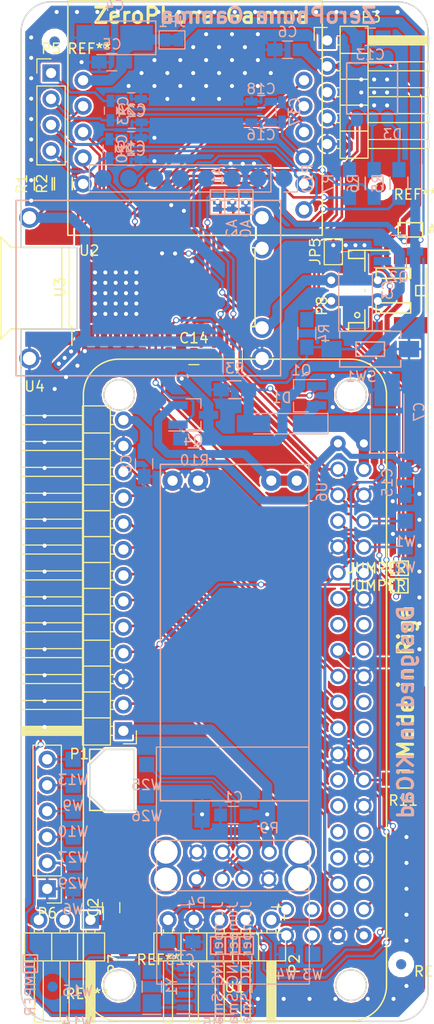
<source format=kicad_pcb>
(kicad_pcb (version 4) (host pcbnew 4.0.6)
  (layers (0 F.Cu signal) (31 B.Cu signal) (34 B.Paste user hide) (35 F.Paste user hide) (36 B.SilkS user) (37 F.SilkS user) (38 B.Mask user) (39 F.Mask user) (44 Edge.Cuts user))
  (net 0 "")
  (net 1 +3V3)
  (net 2 GND)
  (net 3 CS)
  (net 4 SCK)
  (net 5 VPP)
  (net 6 ATMEGA_ADC)
  (net 7 SDA)
  (net 8 SCL)
  (net 9 ATMEGA_RXD)
  (net 10 ATMEGA_TXD)
  (net 11 MIC+)
  (net 12 MIC-)
  (net 13 SPK+)
  (net 14 SPK-)
  (net 15 VDD)
  (net 16 +BATT)
  (net 17 RTC_ALARM)
  (net 18 BATT-)
  (net 19 +5V)
  (net 20 MOSI)
  (net 21 MISO)
  (net 22 LH_GPIO_1)
  (net 23 LH_GPIO_2)
  (net 24 TV_OUT)
  (net 25 IR_TX)
  (net 26 IR_RX)
  (net 27 USB_D+)
  (net 28 USB_D-)
  (net 29 "Net-(P4-Pad5)")
  (net 30 CHARGING_SENSE)
  (net 31 NOTIF_LED_R)
  (net 32 NOTIF_LED_G)
  (net 33 NOTIF_LED_B)
  (net 34 SIM800_RXD)
  (net 35 SIM800_TXD)
  (net 36 MCP_INT)
  (net 37 "Net-(U5-Pad1)")
  (net 38 "Net-(U5-Pad2)")
  (net 39 SIM800_RST)
  (net 40 SIM800_RING)
  (net 41 SIM800_DTR)
  (net 42 PI_RST)
  (net 43 DCDC_EN)
  (net 44 "Net-(Q4-Pad2)")
  (net 45 "Net-(D3-Pad2)")
  (net 46 "Net-(D3-Pad3)")
  (net 47 "Net-(D3-Pad4)")
  (net 48 "Net-(U5-Pad3)")
  (net 49 LH_GPIO_3)
  (net 50 "Net-(P6-Pad3)")
  (net 51 "Net-(P9-Pad5)")
  (net 52 BH_GPIO_1)
  (net 53 ATMEGA_R_G)
  (net 54 LH_GPIO_4)
  (net 55 "Net-(JP2-Pad1)")
  (net 56 IMU_INT)
  (net 57 VBAT_EN)
  (net 58 BATT+)
  (net 59 "Net-(JP12-Pad1)")
  (net 60 "Net-(JP8-Pad2)")
  (module Fiducials:Fiducial_1mm_Dia_2.54mm_Outer_CopperTop (layer F.Cu) (at 76.85 58.2)
    (fp_text reference REF** (at 3.4 0.7) (layer F.SilkS))
    (fp_text value Fiducial_1mm_Dia_2.54mm_Outer_CopperTop)
    (pad ~ smd circle (at 0 0) (size 1 1) (layers F.Cu F.Mask) (clearance 0.77))
  )
  (module Fiducials:Fiducial_1mm_Dia_2.54mm_Outer_CopperBottom (layer F.Cu) (at 44.8 43.9)
    (fp_text reference REF** (at 3.4 0.7) (layer F.SilkS))
    (fp_text value Fiducial_1mm_Dia_2.54mm_Outer_CopperBottom)
    (pad ~ smd circle (at 0 0) (size 1 1) (layers B.Cu B.Mask) (clearance 0.77))
  )
  (module common-footprints:GS3_SMALL (layer B.Cu) (at 62.20968 59.63516)
    (fp_text reference JP6 hide)
    (fp_text value A2 (at 0 2.6 90) (layer B.SilkS) (effects (justify mirror)))
    (pad 1 smd rect (at 0 0.7) (size 0.9 0.5) (layers B.Cu B.Paste B.Mask) (net 2 GND))
    (pad 2 smd rect (at 0 0) (size 0.9 0.5) (layers B.Cu B.Paste B.Mask) (net 2 GND))
    (pad 3 smd rect (at 0 -0.7) (size 0.9 0.5) (layers B.Cu B.Paste B.Mask) (net 16 +BATT))
  )
  (module Resistors_SMD:R_0805_HandSoldering (layer F.Cu) (at 45.6565 57.8485 90)
    (fp_text reference R2 (at 0 -2.1 90) (layer F.SilkS))
    (fp_text value 10K)
    (pad 1 smd rect (at -1.35 0 90) (size 1.5 1.3) (layers F.Cu F.Paste F.Mask) (net 30 CHARGING_SENSE))
    (pad 2 smd rect (at 1.35 0 90) (size 1.5 1.3) (layers F.Cu F.Paste F.Mask) (net 2 GND))
  )
  (module TO_SOT_Packages_SMD:SOT-23_Handsoldering (layer B.Cu) (at 58.42 80.518)
    (fp_text reference Q4 (at 0 2.5) (layer B.SilkS) (effects (justify mirror)))
    (fp_text value IRLML6401)
    (pad 1 smd rect (at -1.5 0.95) (size 1.9 0.8) (layers B.Cu B.Paste B.Mask) (net 43 DCDC_EN))
    (pad 2 smd rect (at -1.5 -0.95) (size 1.9 0.8) (layers B.Cu B.Paste B.Mask) (net 44 "Net-(Q4-Pad2)"))
    (pad 3 smd rect (at 1.5 0) (size 1.9 0.8) (layers B.Cu B.Paste B.Mask) (net 16 +BATT))
  )
  (module footprints:TP4056_BREAKOUT (layer F.Cu) (at 54.0084 68.0808)
    (fp_text reference U4 (at -11.176 9.652) (layer F.SilkS))
    (fp_text value TP4056_BREAKOUT)
    (pad 1 thru_hole oval (at -11.684 -6.9) (size 2 2) (drill 1.3) (layers *.Cu *.Mask) (net 15 VDD))
    (pad 2 thru_hole oval (at -11.684 6.9) (size 2 2) (drill 1.3) (layers *.Cu *.Mask) (net 2 GND))
    (pad 3 thru_hole oval (at 11.176 -6.9) (size 2 2) (drill 1.3) (layers *.Cu *.Mask) (net 58 BATT+))
    (pad 4 thru_hole oval (at 11.176 -3.9) (size 2 2) (drill 1.3) (layers *.Cu *.Mask) (net 58 BATT+))
    (pad 5 thru_hole oval (at 11.176 3.9) (size 2 2) (drill 1.3) (layers *.Cu *.Mask) (net 18 BATT-))
    (pad 6 thru_hole oval (at 11.176 6.9) (size 2 2) (drill 1.3) (layers *.Cu *.Mask) (net 2 GND))
  )
  (module Pin_Headers:Pin_Header_Straight_1x06_Pitch2.54mm (layer F.Cu) (at 44.069 127 180)
    (fp_text reference P6 (at 0 -2.39 180) (layer F.SilkS))
    (fp_text value ATMEGA_HEADER)
    (pad 1 thru_hole rect (at 0 0 180) (size 1.7 1.7) (drill 1) (layers *.Cu *.Mask) (net 2 GND))
    (pad 2 thru_hole oval (at 0 2.54 180) (size 1.7 1.7) (drill 1) (layers *.Cu *.Mask) (net 6 ATMEGA_ADC))
    (pad 3 thru_hole oval (at 0 5.08 180) (size 1.7 1.7) (drill 1) (layers *.Cu *.Mask) (net 50 "Net-(P6-Pad3)"))
    (pad 4 thru_hole oval (at 0 7.62 180) (size 1.7 1.7) (drill 1) (layers *.Cu *.Mask) (net 9 ATMEGA_RXD))
    (pad 5 thru_hole oval (at 0 10.16 180) (size 1.7 1.7) (drill 1) (layers *.Cu *.Mask) (net 10 ATMEGA_TXD))
    (pad 6 thru_hole oval (at 0 12.7 180) (size 1.7 1.7) (drill 1) (layers *.Cu *.Mask) (net 53 ATMEGA_R_G))
  )
  (module footprints:JST_PH_S2B-PH-SM4-TB_02x2.00mm_Angled (layer F.Cu) (at 77.0636 68.326 90)
    (fp_text reference P8 (at -1.5 -6 90) (layer F.SilkS))
    (fp_text value JST)
    (pad 1 smd rect (at -1 -2.775 90) (size 1 3.5) (layers F.Cu F.Paste F.Mask) (net 58 BATT+))
    (pad 2 smd rect (at 1 -2.775 90) (size 1 3.5) (layers F.Cu F.Paste F.Mask) (net 18 BATT-))
    (pad "" smd rect (at -3.4 2.775 90) (size 1.6 3.4) (layers F.Cu F.Paste F.Mask))
    (pad "" smd rect (at 3.4 2.775 90) (size 1.6 3.4) (layers F.Cu F.Paste F.Mask))
    (pad 1 thru_hole circle (at -1.016 -5.08 90) (size 1.524 1.524) (drill 0.762) (layers *.Cu *.Mask) (net 58 BATT+))
    (pad 2 thru_hole circle (at 1.016 -5.08 90) (size 1.524 1.524) (drill 0.762) (layers *.Cu *.Mask) (net 18 BATT-))
    (pad 2 thru_hole circle (at 1.016 -0.508 90) (size 1.524 1.524) (drill 0.762) (layers *.Cu *.Mask) (net 18 BATT-))
    (pad 1 thru_hole circle (at -1.016 -0.508 90) (size 1.524 1.524) (drill 0.762) (layers *.Cu *.Mask) (net 58 BATT+))
    (pad 1 smd rect (at -2.54 -2.54 90) (size 2 2) (layers F.Cu F.Paste F.Mask) (net 58 BATT+))
    (pad 2 smd rect (at 2.54 -2.54 90) (size 2 2) (layers F.Cu F.Paste F.Mask) (net 18 BATT-))
  )
  (module Pin_Headers:Pin_Header_Angled_1x13_Pitch2.54mm (layer F.Cu) (at 51.562 111.506 180)
    (fp_text reference P1 (at 4.315 -2.27 180) (layer F.SilkS))
    (fp_text value EXPANSION_LEFT)
    (pad 1 thru_hole rect (at 0 0 180) (size 1.7 1.7) (drill 1) (layers *.Cu *.Mask) (net 19 +5V))
    (pad 2 thru_hole oval (at 0 2.54 180) (size 1.7 1.7) (drill 1) (layers *.Cu *.Mask) (net 24 TV_OUT))
    (pad 3 thru_hole oval (at 0 5.08 180) (size 1.7 1.7) (drill 1) (layers *.Cu *.Mask) (net 2 GND))
    (pad 4 thru_hole oval (at 0 7.62 180) (size 1.7 1.7) (drill 1) (layers *.Cu *.Mask) (net 54 LH_GPIO_4))
    (pad 5 thru_hole oval (at 0 10.16 180) (size 1.7 1.7) (drill 1) (layers *.Cu *.Mask) (net 49 LH_GPIO_3))
    (pad 6 thru_hole oval (at 0 12.7 180) (size 1.7 1.7) (drill 1) (layers *.Cu *.Mask) (net 23 LH_GPIO_2))
    (pad 7 thru_hole oval (at 0 15.24 180) (size 1.7 1.7) (drill 1) (layers *.Cu *.Mask) (net 22 LH_GPIO_1))
    (pad 8 thru_hole oval (at 0 17.78 180) (size 1.7 1.7) (drill 1) (layers *.Cu *.Mask) (net 3 CS))
    (pad 9 thru_hole oval (at 0 20.32 180) (size 1.7 1.7) (drill 1) (layers *.Cu *.Mask) (net 4 SCK))
    (pad 10 thru_hole oval (at 0 22.86 180) (size 1.7 1.7) (drill 1) (layers *.Cu *.Mask) (net 21 MISO))
    (pad 11 thru_hole oval (at 0 25.4 180) (size 1.7 1.7) (drill 1) (layers *.Cu *.Mask) (net 20 MOSI))
    (pad 12 thru_hole oval (at 0 27.94 180) (size 1.7 1.7) (drill 1) (layers *.Cu *.Mask) (net 2 GND))
    (pad 13 thru_hole oval (at 0 30.48 180) (size 1.7 1.7) (drill 1) (layers *.Cu *.Mask) (net 1 +3V3))
  )
  (module Resistors_SMD:R_0805_HandSoldering (layer B.Cu) (at 78.6384 57.8104 270)
    (fp_text reference R5 (at 0 2.1 270) (layer B.SilkS) (effects (justify mirror)))
    (fp_text value 1K)
    (pad 1 smd rect (at -1.35 0 270) (size 1.5 1.3) (layers B.Cu B.Paste B.Mask) (net 45 "Net-(D3-Pad2)"))
    (pad 2 smd rect (at 1.35 0 270) (size 1.5 1.3) (layers B.Cu B.Paste B.Mask) (net 31 NOTIF_LED_R))
  )
  (module Measurement_Points:Measurement_Point_Square-SMD-Pad_Small (layer B.Cu) (at 79.248 90.932)
    (fp_text reference W1 (at 0 2) (layer B.SilkS) (effects (justify mirror)))
    (fp_text value TEST_1P)
    (pad 1 smd rect (at 0 0) (size 1.5 1.5) (layers B.Cu B.Mask) (net 34 SIM800_RXD))
  )
  (module Measurement_Points:Measurement_Point_Square-SMD-Pad_Small (layer B.Cu) (at 79.248 93.472)
    (fp_text reference W2 (at 0 2) (layer B.SilkS) (effects (justify mirror)))
    (fp_text value TEST_1P)
    (pad 1 smd rect (at 0 0) (size 1.5 1.5) (layers B.Cu B.Mask) (net 35 SIM800_TXD))
  )
  (module Pin_Headers:Pin_Header_Straight_1x04_Pitch2.54mm (layer F.Cu) (at 44.45 46.99)
    (fp_text reference P5 (at 0 -2.39) (layer F.SilkS))
    (fp_text value AUDIO_CONN)
    (pad 1 thru_hole rect (at 0 0) (size 1.7 1.7) (drill 1) (layers *.Cu *.Mask) (net 11 MIC+))
    (pad 2 thru_hole oval (at 0 2.54) (size 1.7 1.7) (drill 1) (layers *.Cu *.Mask) (net 12 MIC-))
    (pad 3 thru_hole oval (at 0 5.08) (size 1.7 1.7) (drill 1) (layers *.Cu *.Mask) (net 14 SPK-))
    (pad 4 thru_hole oval (at 0 7.62) (size 1.7 1.7) (drill 1) (layers *.Cu *.Mask) (net 13 SPK+))
  )
  (module Diodes_SMD:D_MiniMELF_Handsoldering (layer B.Cu) (at 67.1068 81.3816 180)
    (fp_text reference D1 (at 0 2.54 180) (layer B.SilkS) (effects (justify mirror)))
    (fp_text value SS14)
    (pad 1 smd rect (at -2.75 0 180) (size 3.3 1.7) (layers B.Cu B.Paste B.Mask) (net 5 VPP))
    (pad 2 smd rect (at 2.75 0 180) (size 3.3 1.7) (layers B.Cu B.Paste B.Mask) (net 15 VDD))
  )
  (module Connect:GS2 (layer B.Cu) (at 56.3372 43.7388 90)
    (fp_text reference JP1 (at 1.78 0 360) (layer B.SilkS) (effects (justify mirror)))
    (fp_text value JUMPER)
    (pad 1 smd rect (at 0 0.64 90) (size 1.27 0.97) (layers B.Cu B.Paste B.Mask) (net 16 +BATT))
    (pad 2 smd rect (at 0 -0.64 90) (size 1.27 0.97) (layers B.Cu B.Paste B.Mask) (net 16 +BATT))
  )
  (module Connect:GS2 (layer F.Cu) (at 72.1868 64.516 180)
    (fp_text reference JP5 (at 1.78 0 270) (layer F.SilkS))
    (fp_text value JUMPER)
    (pad 1 smd rect (at 0 -0.64 180) (size 1.27 0.97) (layers F.Cu F.Paste F.Mask) (net 18 BATT-))
    (pad 2 smd rect (at 0 0.64 180) (size 1.27 0.97) (layers F.Cu F.Paste F.Mask) (net 2 GND))
  )
  (module Pin_Headers:Pin_Header_Angled_1x05_Pitch2.54mm (layer F.Cu) (at 71.5772 43.7896)
    (fp_text reference P3 (at 4.315 -2.27) (layer F.SilkS))
    (fp_text value EXPANSION_TOP)
    (pad 1 thru_hole rect (at 0 0) (size 1.7 1.7) (drill 1) (layers *.Cu *.Mask) (net 16 +BATT))
    (pad 2 thru_hole oval (at 0 2.54) (size 1.7 1.7) (drill 1) (layers *.Cu *.Mask) (net 1 +3V3))
    (pad 3 thru_hole oval (at 0 5.08) (size 1.7 1.7) (drill 1) (layers *.Cu *.Mask) (net 25 IR_TX))
    (pad 4 thru_hole oval (at 0 7.62) (size 1.7 1.7) (drill 1) (layers *.Cu *.Mask) (net 26 IR_RX))
    (pad 5 thru_hole oval (at 0 10.16) (size 1.7 1.7) (drill 1) (layers *.Cu *.Mask) (net 2 GND))
  )
  (module TO_SOT_Packages_SMD:SOT-23_Handsoldering (layer B.Cu) (at 69.0372 78.6384 180)
    (fp_text reference Q1 (at 0 2.5 180) (layer B.SilkS) (effects (justify mirror)))
    (fp_text value IRLML6401)
    (pad 1 smd rect (at -1.5 0.95 180) (size 1.9 0.8) (layers B.Cu B.Paste B.Mask) (net 15 VDD))
    (pad 2 smd rect (at -1.5 -0.95 180) (size 1.9 0.8) (layers B.Cu B.Paste B.Mask) (net 5 VPP))
    (pad 3 smd rect (at 1.5 0 180) (size 1.9 0.8) (layers B.Cu B.Paste B.Mask) (net 16 +BATT))
  )
  (module Resistors_SMD:R_0805_HandSoldering (layer F.Cu) (at 43.688 57.865 90)
    (fp_text reference R1 (at 0 -2.1 90) (layer F.SilkS))
    (fp_text value 10K)
    (pad 1 smd rect (at -1.35 0 90) (size 1.5 1.3) (layers F.Cu F.Paste F.Mask) (net 15 VDD))
    (pad 2 smd rect (at 1.35 0 90) (size 1.5 1.3) (layers F.Cu F.Paste F.Mask) (net 30 CHARGING_SENSE))
  )
  (module Resistors_SMD:R_0805_HandSoldering (layer B.Cu) (at 62.5132 78.04912 180)
    (fp_text reference R3 (at 0 2.1 180) (layer B.SilkS) (effects (justify mirror)))
    (fp_text value 10K)
    (pad 1 smd rect (at -1.35 0 180) (size 1.5 1.3) (layers B.Cu B.Paste B.Mask) (net 15 VDD))
    (pad 2 smd rect (at 1.35 0 180) (size 1.5 1.3) (layers B.Cu B.Paste B.Mask) (net 2 GND))
  )
  (module Resistors_SMD:R_0805_HandSoldering (layer B.Cu) (at 76.2 57.8104 270)
    (fp_text reference R6 (at 0 2.1 270) (layer B.SilkS) (effects (justify mirror)))
    (fp_text value 1K)
    (pad 1 smd rect (at -1.35 0 270) (size 1.5 1.3) (layers B.Cu B.Paste B.Mask) (net 46 "Net-(D3-Pad3)"))
    (pad 2 smd rect (at 1.35 0 270) (size 1.5 1.3) (layers B.Cu B.Paste B.Mask) (net 32 NOTIF_LED_G))
  )
  (module Resistors_SMD:R_0805_HandSoldering (layer B.Cu) (at 73.775 57.825 270)
    (fp_text reference R7 (at 0 2.1 270) (layer B.SilkS) (effects (justify mirror)))
    (fp_text value 1K)
    (pad 1 smd rect (at -1.35 0 270) (size 1.5 1.3) (layers B.Cu B.Paste B.Mask) (net 47 "Net-(D3-Pad4)"))
    (pad 2 smd rect (at 1.35 0 270) (size 1.5 1.3) (layers B.Cu B.Paste B.Mask) (net 33 NOTIF_LED_B))
  )
  (module Measurement_Points:Measurement_Point_Square-SMD-Pad_Small (layer B.Cu) (at 70.1675 133.4135)
    (fp_text reference W3 (at 0 2) (layer B.SilkS) (effects (justify mirror)))
    (fp_text value TEST_1P)
    (pad 1 smd rect (at 0 0) (size 1.5 1.5) (layers B.Cu B.Mask) (net 42 PI_RST))
  )
  (module Measurement_Points:Measurement_Point_Square-SMD-Pad_Small (layer B.Cu) (at 67.564 133.4135)
    (fp_text reference W4 (at 0 2) (layer B.SilkS) (effects (justify mirror)))
    (fp_text value TEST_1P)
    (pad 1 smd rect (at 0 0) (size 1.5 1.5) (layers B.Cu B.Mask) (net 2 GND))
  )
  (module Measurement_Points:Measurement_Point_Square-SMD-Pad_Small (layer B.Cu) (at 46.609 127)
    (fp_text reference W6 (at 0 2) (layer B.SilkS) (effects (justify mirror)))
    (fp_text value GND)
    (pad 1 smd rect (at 0 0) (size 1.5 1.5) (layers B.Cu B.Mask) (net 2 GND))
  )
  (module Measurement_Points:Measurement_Point_Square-SMD-Pad_Small (layer B.Cu) (at 46.609 116.84)
    (fp_text reference W9 (at 0 2) (layer B.SilkS) (effects (justify mirror)))
    (fp_text value TEST_1P)
    (pad 1 smd rect (at 0 0) (size 1.5 1.5) (layers B.Cu B.Mask) (net 10 ATMEGA_TXD))
  )
  (module Measurement_Points:Measurement_Point_Square-SMD-Pad_Small (layer B.Cu) (at 46.609 119.38)
    (fp_text reference W10 (at 0 2) (layer B.SilkS) (effects (justify mirror)))
    (fp_text value TEST_1P)
    (pad 1 smd rect (at 0 0) (size 1.5 1.5) (layers B.Cu B.Mask) (net 9 ATMEGA_RXD))
  )
  (module Measurement_Points:Measurement_Point_Square-SMD-Pad_Small (layer B.Cu) (at 46.609 114.3)
    (fp_text reference W13 (at 0 2) (layer B.SilkS) (effects (justify mirror)))
    (fp_text value TEST_1P)
    (pad 1 smd rect (at 0 0) (size 1.5 1.5) (layers B.Cu B.Mask) (net 53 ATMEGA_R_G))
  )
  (module Measurement_Points:Measurement_Point_Square-SMD-Pad_Small (layer B.Cu) (at 47 138.1)
    (fp_text reference W14 (at 0 2) (layer B.SilkS) (effects (justify mirror)))
    (fp_text value TEST_1P)
    (pad 1 smd rect (at 0 0) (size 1.5 1.5) (layers B.Cu B.Mask) (net 2 GND))
  )
  (module Measurement_Points:Measurement_Point_Square-SMD-Pad_Small (layer B.Cu) (at 53.848 114.808)
    (fp_text reference W25 (at 0 2) (layer B.SilkS) (effects (justify mirror)))
    (fp_text value TEST_1P)
    (pad 1 smd rect (at 0 0) (size 1.5 1.5) (layers B.Cu B.Mask) (net 28 USB_D-))
  )
  (module Measurement_Points:Measurement_Point_Square-SMD-Pad_Small (layer B.Cu) (at 53.848 117.856)
    (fp_text reference W26 (at 0 2) (layer B.SilkS) (effects (justify mirror)))
    (fp_text value TEST_1P)
    (pad 1 smd rect (at 0 0) (size 1.5 1.5) (layers B.Cu B.Mask) (net 27 USB_D+))
  )
  (module Measurement_Points:Measurement_Point_Square-SMD-Pad_Small (layer B.Cu) (at 46.6344 121.92)
    (fp_text reference W27 (at 0 2) (layer B.SilkS) (effects (justify mirror)))
    (fp_text value ATMEGA_VCC)
    (pad 1 smd rect (at 0 0) (size 1.5 1.5) (layers B.Cu B.Mask) (net 50 "Net-(P6-Pad3)"))
  )
  (module Measurement_Points:Measurement_Point_Square-SMD-Pad_Small (layer B.Cu) (at 46.6344 124.46)
    (fp_text reference W29 (at 0 2) (layer B.SilkS) (effects (justify mirror)))
    (fp_text value TEST_1P)
    (pad 1 smd rect (at 0 0) (size 1.5 1.5) (layers B.Cu B.Mask) (net 6 ATMEGA_ADC))
  )
  (module footprints:SIM800_BREAKOUT (layer F.Cu) (at 58.5996 51.4012)
    (fp_text reference U2 (at -10.4 13) (layer F.SilkS))
    (fp_text value SIM800_BREAKOUT)
    (pad 1 thru_hole circle (at -11 -3.7) (size 1.7 1.7) (drill 1) (layers *.Cu *.Mask) (net 16 +BATT))
    (pad 2 thru_hole circle (at -11 -1.16) (size 1.7 1.7) (drill 1) (layers *.Cu *.Mask) (net 39 SIM800_RST))
    (pad 3 thru_hole circle (at -11 1.38) (size 1.7 1.7) (drill 1) (layers *.Cu *.Mask) (net 34 SIM800_RXD))
    (pad 4 thru_hole circle (at -11 3.92) (size 1.7 1.7) (drill 1) (layers *.Cu *.Mask) (net 35 SIM800_TXD))
    (pad 5 thru_hole circle (at -11 6.46) (size 1.7 1.7) (drill 1) (layers *.Cu *.Mask) (net 2 GND))
    (pad 6 thru_hole circle (at 10.7 -3.7) (size 1.7 1.7) (drill 1) (layers *.Cu *.Mask) (net 40 SIM800_RING))
    (pad 7 thru_hole circle (at 10.7 -1.16) (size 1.7 1.7) (drill 1) (layers *.Cu *.Mask) (net 41 SIM800_DTR))
    (pad 8 thru_hole circle (at 10.7 1.38) (size 1.7 1.7) (drill 1) (layers *.Cu *.Mask) (net 11 MIC+))
    (pad 9 thru_hole circle (at 10.7 3.92) (size 1.7 1.7) (drill 1) (layers *.Cu *.Mask) (net 12 MIC-))
    (pad 10 thru_hole circle (at 10.7 6.46) (size 1.7 1.7) (drill 1) (layers *.Cu *.Mask) (net 13 SPK+))
    (pad 11 thru_hole circle (at 10.7 9) (size 1.7 1.7) (drill 1) (layers *.Cu *.Mask) (net 14 SPK-))
  )
  (module Resistors_SMD:R_0805_HandSoldering (layer B.Cu) (at 58.547 82.8675)
    (fp_text reference R10 (at 0 2.1) (layer B.SilkS) (effects (justify mirror)))
    (fp_text value 10K)
    (pad 1 smd rect (at -1.35 0) (size 1.5 1.3) (layers B.Cu B.Paste B.Mask) (net 43 DCDC_EN))
    (pad 2 smd rect (at 1.35 0) (size 1.5 1.3) (layers B.Cu B.Paste B.Mask) (net 16 +BATT))
  )
  (module Housings_SOIC:SOIC-8_3.9x4.9mm_Pitch1.27mm (layer B.Cu) (at 60.292 136.7282)
    (fp_text reference U5 (at 0 3.5) (layer B.SilkS) (effects (justify mirror)))
    (fp_text value RTC)
    (pad 1 smd rect (at -2.7 1.905) (size 1.55 0.6) (layers B.Cu B.Paste B.Mask) (net 37 "Net-(U5-Pad1)"))
    (pad 2 smd rect (at -2.7 0.635) (size 1.55 0.6) (layers B.Cu B.Paste B.Mask) (net 38 "Net-(U5-Pad2)"))
    (pad 3 smd rect (at -2.7 -0.635) (size 1.55 0.6) (layers B.Cu B.Paste B.Mask) (net 48 "Net-(U5-Pad3)"))
    (pad 4 smd rect (at -2.7 -1.905) (size 1.55 0.6) (layers B.Cu B.Paste B.Mask) (net 2 GND))
    (pad 5 smd rect (at 2.7 -1.905) (size 1.55 0.6) (layers B.Cu B.Paste B.Mask) (net 1 +3V3))
    (pad 6 smd rect (at 2.7 -0.635) (size 1.55 0.6) (layers B.Cu B.Paste B.Mask) (net 55 "Net-(JP2-Pad1)"))
    (pad 7 smd rect (at 2.7 0.635) (size 1.55 0.6) (layers B.Cu B.Paste B.Mask) (net 8 SCL))
    (pad 8 smd rect (at 2.7 1.905) (size 1.55 0.6) (layers B.Cu B.Paste B.Mask) (net 7 SDA))
  )
  (module Crystals:Crystal_SMD_G8-2pin_3.2x1.5mm_HandSoldering (layer B.Cu) (at 54.356 136.6 90)
    (fp_text reference Y1 (at 0 1.95 90) (layer B.SilkS) (effects (justify mirror)))
    (fp_text value 32.768Hz)
    (pad 1 smd rect (at -1.625 0 90) (size 1.75 1.8) (layers B.Cu B.Mask) (net 37 "Net-(U5-Pad1)"))
    (pad 2 smd rect (at 1.625 0 90) (size 1.75 1.8) (layers B.Cu B.Mask) (net 38 "Net-(U5-Pad2)"))
  )
  (module Capacitors_Tantalum_SMD:CP_Tantalum_Case-B_EIA-3528-21_Hand (layer B.Cu) (at 50.6984 43.5356 180)
    (fp_text reference C4 (at 0 3.15 180) (layer B.SilkS) (effects (justify mirror)))
    (fp_text value 100uF)
    (pad 1 smd rect (at -2.15 0 180) (size 3.2 2.5) (layers B.Cu B.Paste B.Mask) (net 16 +BATT))
    (pad 2 smd rect (at 2.15 0 180) (size 3.2 2.5) (layers B.Cu B.Paste B.Mask) (net 2 GND))
  )
  (module Resistors_SMD:R_0805_HandSoldering (layer F.Cu) (at 79.05876 116.24056 180)
    (fp_text reference R11 (at 0 -2.1 180) (layer F.SilkS))
    (fp_text value 10K)
    (pad 1 smd rect (at -1.35 0 180) (size 1.5 1.3) (layers F.Cu F.Paste F.Mask) (net 1 +3V3))
    (pad 2 smd rect (at 1.35 0 180) (size 1.5 1.3) (layers F.Cu F.Paste F.Mask) (net 36 MCP_INT))
  )
  (module Measurement_Points:Measurement_Point_Square-SMD-Pad_Small (layer B.Cu) (at 47.0535 135.001)
    (fp_text reference W15 (at 0 2) (layer B.SilkS) (effects (justify mirror)))
    (fp_text value RTC_BAT)
    (pad 1 smd rect (at 0 0) (size 1.5 1.5) (layers B.Cu B.Mask) (net 48 "Net-(U5-Pad3)"))
  )
  (module footprints:RGB_5050 (layer B.Cu) (at 76 48.5 180)
    (fp_text reference D3 (at -2 -4.5 180) (layer B.SilkS) (effects (justify mirror)))
    (fp_text value Led_RGB_CA_CC)
    (pad 4 smd oval (at 1.5 -3 180) (size 1.2 1.524) (layers B.Cu B.Paste B.Mask) (net 47 "Net-(D3-Pad4)"))
    (pad 3 smd oval (at 0 -3 180) (size 1.2 1.524) (layers B.Cu B.Paste B.Mask) (net 46 "Net-(D3-Pad3)"))
    (pad 2 smd oval (at -1.5 -3 180) (size 1.2 1.524) (layers B.Cu B.Paste B.Mask) (net 45 "Net-(D3-Pad2)"))
    (pad 1 smd oval (at 1.5 3 180) (size 1.2 1.524) (layers B.Cu B.Paste B.Mask) (net 16 +BATT))
    (pad 1 smd oval (at -1.5 3 180) (size 1.2 1.524) (layers B.Cu B.Paste B.Mask) (net 16 +BATT))
    (pad 1 smd oval (at 0 3 180) (size 1.2 1.524) (layers B.Cu B.Paste B.Mask) (net 16 +BATT))
  )
  (module Capacitors_SMD:C_0805_HandSoldering (layer B.Cu) (at 62.357 119.761 180)
    (fp_text reference C1 (at 0 1.75 180) (layer B.SilkS) (effects (justify mirror)))
    (fp_text value 100nF)
    (pad 1 smd rect (at -1.25 0 180) (size 1.25 1.25) (layers B.Cu B.Paste B.Mask) (net 19 +5V))
    (pad 2 smd rect (at 1.25 0 180) (size 1.25 1.25) (layers B.Cu B.Paste B.Mask) (net 2 GND))
  )
  (module Capacitors_SMD:C_0805_HandSoldering (layer F.Cu) (at 50.3555 128.8415 90)
    (fp_text reference C2 (at 0 -1.75 90) (layer F.SilkS))
    (fp_text value 100nF)
    (pad 1 smd rect (at -1.25 0 90) (size 1.5 1.25) (layers F.Cu F.Paste F.Mask) (net 19 +5V))
    (pad 2 smd rect (at 1.25 0 90) (size 1.5 1.25) (layers F.Cu F.Paste F.Mask) (net 2 GND))
  )
  (module Capacitors_SMD:C_0805_HandSoldering (layer B.Cu) (at 50.4136 45.9232 180)
    (fp_text reference C5 (at 0 1.75 180) (layer B.SilkS) (effects (justify mirror)))
    (fp_text value 100nF)
    (pad 1 smd rect (at -1.25 0 180) (size 1.5 1.25) (layers B.Cu B.Paste B.Mask) (net 16 +BATT))
    (pad 2 smd rect (at 1.25 0 180) (size 1.5 1.25) (layers B.Cu B.Paste B.Mask) (net 2 GND))
  )
  (module Capacitors_SMD:C_0805_HandSoldering (layer B.Cu) (at 67.691 44.704 180)
    (fp_text reference C6 (at 0 1.75 180) (layer B.SilkS) (effects (justify mirror)))
    (fp_text value 100nF)
    (pad 1 smd rect (at -1.25 0 180) (size 1.5 1.25) (layers B.Cu B.Paste B.Mask) (net 1 +3V3))
    (pad 2 smd rect (at 1.25 0 180) (size 1.5 1.25) (layers B.Cu B.Paste B.Mask) (net 2 GND))
  )
  (module Capacitors_SMD:C_0805_HandSoldering (layer B.Cu) (at 53.594 85.324 270)
    (fp_text reference C8 (at 0 1.75 270) (layer B.SilkS) (effects (justify mirror)))
    (fp_text value 100nF)
    (pad 1 smd rect (at -1.25 0 270) (size 1.5 1.25) (layers B.Cu B.Paste B.Mask) (net 1 +3V3))
    (pad 2 smd rect (at 1.25 0 270) (size 1.5 1.25) (layers B.Cu B.Paste B.Mask) (net 2 GND))
  )
  (module Capacitors_SMD:C_0805_HandSoldering (layer B.Cu) (at 75.819 43.434)
    (fp_text reference C13 (at 0 1.75) (layer B.SilkS) (effects (justify mirror)))
    (fp_text value 100nF)
    (pad 1 smd rect (at -1.25 0) (size 1.5 1.25) (layers B.Cu B.Paste B.Mask) (net 16 +BATT))
    (pad 2 smd rect (at 1.25 0) (size 1.5 1.25) (layers B.Cu B.Paste B.Mask) (net 2 GND))
  )
  (module Capacitors_SMD:C_0805_HandSoldering (layer F.Cu) (at 58.4835 74.7395)
    (fp_text reference C14 (at 0 -1.75) (layer F.SilkS))
    (fp_text value 100nF)
    (pad 1 smd rect (at -1.25 0) (size 1.5 1.25) (layers F.Cu F.Paste F.Mask) (net 16 +BATT))
    (pad 2 smd rect (at 1.25 0) (size 1.5 1.25) (layers F.Cu F.Paste F.Mask) (net 2 GND))
  )
  (module Capacitors_SMD:C_0805_HandSoldering (layer B.Cu) (at 79.248 87.142 270)
    (fp_text reference C15 (at 0 1.75 270) (layer B.SilkS) (effects (justify mirror)))
    (fp_text value 100nF)
    (pad 1 smd rect (at -1.25 0 270) (size 1.5 1.25) (layers B.Cu B.Paste B.Mask) (net 1 +3V3))
    (pad 2 smd rect (at 1.25 0 270) (size 1.5 1.25) (layers B.Cu B.Paste B.Mask) (net 2 GND))
  )
  (module Capacitors_SMD:C_0603_HandSoldering (layer B.Cu) (at 65.09004 51.80076)
    (fp_text reference C16 (at 0 1.25) (layer B.SilkS) (effects (justify mirror)))
    (fp_text value 10pF)
    (pad 1 smd rect (at -0.95 0) (size 1.2 0.75) (layers B.Cu B.Paste B.Mask) (net 2 GND))
    (pad 2 smd rect (at 0.95 0) (size 1.2 0.75) (layers B.Cu B.Paste B.Mask) (net 12 MIC-))
  )
  (module Capacitors_SMD:C_0603_HandSoldering (layer B.Cu) (at 67.1576 50.81016 90)
    (fp_text reference C17 (at 0 1.25 90) (layer B.SilkS) (effects (justify mirror)))
    (fp_text value 10pF)
    (pad 1 smd rect (at -0.95 0 90) (size 1.2 0.75) (layers B.Cu B.Paste B.Mask) (net 12 MIC-))
    (pad 2 smd rect (at 0.95 0 90) (size 1.2 0.75) (layers B.Cu B.Paste B.Mask) (net 11 MIC+))
  )
  (module Capacitors_SMD:C_0603_HandSoldering (layer B.Cu) (at 65.09512 49.79416 180)
    (fp_text reference C18 (at 0 1.25 180) (layer B.SilkS) (effects (justify mirror)))
    (fp_text value 10pF)
    (pad 1 smd rect (at -0.95 0 180) (size 1.2 0.75) (layers B.Cu B.Paste B.Mask) (net 11 MIC+))
    (pad 2 smd rect (at 0.95 0 180) (size 1.2 0.75) (layers B.Cu B.Paste B.Mask) (net 2 GND))
  )
  (module Capacitors_SMD:C_0603_HandSoldering (layer B.Cu) (at 52.31388 55.45836 180)
    (fp_text reference C19 (at 0 1.25 180) (layer B.SilkS) (effects (justify mirror)))
    (fp_text value 10pF)
    (pad 1 smd rect (at -0.95 0 180) (size 1.2 0.75) (layers B.Cu B.Paste B.Mask) (net 2 GND))
    (pad 2 smd rect (at 0.95 0 180) (size 1.2 0.75) (layers B.Cu B.Paste B.Mask) (net 13 SPK+))
  )
  (module Capacitors_SMD:C_0603_HandSoldering (layer B.Cu) (at 50.165 54.4068 90)
    (fp_text reference C20 (at 0 1.25 90) (layer B.SilkS) (effects (justify mirror)))
    (fp_text value 10pF)
    (pad 1 smd rect (at -0.95 0 90) (size 1.2 0.75) (layers B.Cu B.Paste B.Mask) (net 13 SPK+))
    (pad 2 smd rect (at 0.95 0 90) (size 1.2 0.75) (layers B.Cu B.Paste B.Mask) (net 14 SPK-))
  )
  (module Capacitors_SMD:C_0603_HandSoldering (layer B.Cu) (at 52.324 53.34)
    (fp_text reference C21 (at 0 1.25) (layer B.SilkS) (effects (justify mirror)))
    (fp_text value 10pF)
    (pad 1 smd rect (at -0.95 0) (size 1.2 0.75) (layers B.Cu B.Paste B.Mask) (net 14 SPK-))
    (pad 2 smd rect (at 0.95 0) (size 1.2 0.75) (layers B.Cu B.Paste B.Mask) (net 2 GND))
  )
  (module Capacitors_SMD:C_0603_HandSoldering (layer B.Cu) (at 52.39 51.816 180)
    (fp_text reference C22 (at 0 1.25 180) (layer B.SilkS) (effects (justify mirror)))
    (fp_text value 33pF)
    (pad 1 smd rect (at -0.95 0 180) (size 1.2 0.75) (layers B.Cu B.Paste B.Mask) (net 2 GND))
    (pad 2 smd rect (at 0.95 0 180) (size 1.2 0.75) (layers B.Cu B.Paste B.Mask) (net 12 MIC-))
  )
  (module Capacitors_SMD:C_0603_HandSoldering (layer B.Cu) (at 50.292 50.673 90)
    (fp_text reference C23 (at 0 1.25 90) (layer B.SilkS) (effects (justify mirror)))
    (fp_text value 33pF)
    (pad 1 smd rect (at -0.95 0 90) (size 1.2 0.75) (layers B.Cu B.Paste B.Mask) (net 12 MIC-))
    (pad 2 smd rect (at 0.95 0 90) (size 1.2 0.75) (layers B.Cu B.Paste B.Mask) (net 11 MIC+))
  )
  (module Capacitors_SMD:C_0603_HandSoldering (layer B.Cu) (at 52.324 49.53)
    (fp_text reference C24 (at 0 1.25) (layer B.SilkS) (effects (justify mirror)))
    (fp_text value 33pF)
    (pad 1 smd rect (at -0.95 0) (size 1.2 0.75) (layers B.Cu B.Paste B.Mask) (net 11 MIC+))
    (pad 2 smd rect (at 0.95 0) (size 1.2 0.75) (layers B.Cu B.Paste B.Mask) (net 2 GND))
  )
  (module Capacitors_SMD:C_0805_HandSoldering (layer B.Cu) (at 57.15 132.207)
    (fp_text reference C25 (at 0 1.75) (layer B.SilkS) (effects (justify mirror)))
    (fp_text value 100nF)
    (pad 1 smd rect (at -1.25 0) (size 1.5 1.25) (layers B.Cu B.Paste B.Mask) (net 1 +3V3))
    (pad 2 smd rect (at 1.25 0) (size 1.5 1.25) (layers B.Cu B.Paste B.Mask) (net 2 GND))
  )
  (module Housings_SOIC:SOIC-28W_7.5x17.9mm_Pitch1.27mm (layer F.Cu) (at 55.372 67.992 90)
    (fp_text reference U3 (at 0 -10.05 90) (layer F.SilkS))
    (fp_text value MCP23017)
    (pad 1 smd rect (at -5 -8.255 90) (size 1.4 0.6) (layers F.Cu F.Paste F.Mask) (net 17 RTC_ALARM))
    (pad 2 smd rect (at -4.7 -6.985 90) (size 2 0.6) (layers F.Cu F.Paste F.Mask))
    (pad 3 smd rect (at -4.7 -5.715 90) (size 2 0.6) (layers F.Cu F.Paste F.Mask))
    (pad 4 smd rect (at -4.7 -4.445 90) (size 2 0.6) (layers F.Cu F.Paste F.Mask))
    (pad 5 smd rect (at -4.7 -3.175 90) (size 2 0.6) (layers F.Cu F.Paste F.Mask))
    (pad 6 smd rect (at -4.7 -1.905 90) (size 2 0.6) (layers F.Cu F.Paste F.Mask))
    (pad 7 smd rect (at -4.7 -0.635 90) (size 2 0.6) (layers F.Cu F.Paste F.Mask) (net 43 DCDC_EN))
    (pad 8 smd rect (at -4.7 0.635 90) (size 2 0.6) (layers F.Cu F.Paste F.Mask) (net 57 VBAT_EN))
    (pad 9 smd rect (at -4.7 1.905 90) (size 2 0.6) (layers F.Cu F.Paste F.Mask) (net 16 +BATT))
    (pad 10 smd rect (at -4.7 3.175 90) (size 2 0.6) (layers F.Cu F.Paste F.Mask) (net 2 GND))
    (pad 11 smd rect (at -4.7 4.445 90) (size 2 0.6) (layers F.Cu F.Paste F.Mask))
    (pad 12 smd rect (at -4.7 5.715 90) (size 2 0.6) (layers F.Cu F.Paste F.Mask) (net 8 SCL))
    (pad 13 smd rect (at -4.7 6.985 90) (size 2 0.6) (layers F.Cu F.Paste F.Mask) (net 7 SDA))
    (pad 14 smd rect (at -4.7 8.255 90) (size 2 0.6) (layers F.Cu F.Paste F.Mask))
    (pad 15 smd rect (at 4.7 8.255 90) (size 2 0.6) (layers F.Cu F.Paste F.Mask) (net 2 GND))
    (pad 16 smd rect (at 4.7 6.985 90) (size 2 0.6) (layers F.Cu F.Paste F.Mask) (net 2 GND))
    (pad 17 smd rect (at 4.7 5.715 90) (size 2 0.6) (layers F.Cu F.Paste F.Mask) (net 2 GND))
    (pad 18 smd rect (at 4.7 4.445 90) (size 2 0.6) (layers F.Cu F.Paste F.Mask) (net 16 +BATT))
    (pad 19 smd rect (at 4.7 3.175 90) (size 2 0.6) (layers F.Cu F.Paste F.Mask) (net 36 MCP_INT))
    (pad 20 smd rect (at 4.7 1.905 90) (size 2 0.6) (layers F.Cu F.Paste F.Mask) (net 36 MCP_INT))
    (pad 21 smd rect (at 4.7 0.635 90) (size 2 0.6) (layers F.Cu F.Paste F.Mask) (net 31 NOTIF_LED_R))
    (pad 22 smd rect (at 4.7 -0.635 90) (size 2 0.6) (layers F.Cu F.Paste F.Mask) (net 33 NOTIF_LED_B))
    (pad 23 smd rect (at 4.7 -1.905 90) (size 2 0.6) (layers F.Cu F.Paste F.Mask) (net 32 NOTIF_LED_G))
    (pad 24 smd rect (at 4.7 -3.175 90) (size 2 0.6) (layers F.Cu F.Paste F.Mask) (net 56 IMU_INT))
    (pad 25 smd rect (at 4.7 -4.445 90) (size 2 0.6) (layers F.Cu F.Paste F.Mask) (net 41 SIM800_DTR))
    (pad 26 smd rect (at 4.7 -5.715 90) (size 2 0.6) (layers F.Cu F.Paste F.Mask) (net 40 SIM800_RING))
    (pad 27 smd rect (at 4.7 -6.985 90) (size 2 0.6) (layers F.Cu F.Paste F.Mask) (net 39 SIM800_RST))
    (pad 28 smd rect (at 4.9 -8.255 90) (size 1.6 0.6) (layers F.Cu F.Paste F.Mask) (net 30 CHARGING_SENSE))
  )
  (module common-footprints:GS2_SMALL (layer B.Cu) (at 42.418 133.9835)
    (fp_text reference JP2 hide)
    (fp_text value JUMPER (at 0 2.6 90) (layer B.SilkS) (effects (justify mirror)))
    (pad 1 smd rect (at 0 0.7) (size 0.9 0.5) (layers B.Cu B.Paste B.Mask) (net 55 "Net-(JP2-Pad1)"))
    (pad 2 smd rect (at 0 0) (size 0.9 0.5) (layers B.Cu B.Paste B.Mask) (net 17 RTC_ALARM))
  )
  (module common-footprints:GS3_SMALL (layer B.Cu) (at 63.59144 59.64278)
    (fp_text reference JP3 hide)
    (fp_text value A0 (at 0 2.6 90) (layer B.SilkS) (effects (justify mirror)))
    (pad 1 smd rect (at 0 0.7) (size 0.9 0.5) (layers B.Cu B.Paste B.Mask) (net 2 GND))
    (pad 2 smd rect (at 0 0) (size 0.9 0.5) (layers B.Cu B.Paste B.Mask) (net 2 GND))
    (pad 3 smd rect (at 0 -0.7) (size 0.9 0.5) (layers B.Cu B.Paste B.Mask) (net 16 +BATT))
  )
  (module common-footprints:GS3_SMALL (layer B.Cu) (at 60.80252 59.64532 180)
    (fp_text reference JP4 hide)
    (fp_text value A1 (at 0 2.6 270) (layer B.SilkS) (effects (justify mirror)))
    (pad 1 smd rect (at 0 0.7 180) (size 0.9 0.5) (layers B.Cu B.Paste B.Mask) (net 16 +BATT))
    (pad 2 smd rect (at 0 0 180) (size 0.9 0.5) (layers B.Cu B.Paste B.Mask) (net 2 GND))
    (pad 3 smd rect (at 0 -0.7 180) (size 0.9 0.5) (layers B.Cu B.Paste B.Mask) (net 2 GND))
  )
  (module common-footprints:GS2_SMALL (layer B.Cu) (at 62.2935 132.207)
    (fp_text reference JP7 hide)
    (fp_text value Jumper_NC_Small (at 0 2.6 90) (layer B.SilkS) (effects (justify mirror)))
    (pad 1 smd rect (at 0 0.7) (size 0.9 0.5) (layers B.Cu B.Paste B.Mask) (net 1 +3V3))
    (pad 2 smd rect (at 0 0) (size 0.9 0.5) (layers B.Cu B.Paste B.Mask) (net 1 +3V3))
  )
  (module common-footprints:GS2_SMALL (layer B.Cu) (at 63.627 132.207)
    (fp_text reference JP9 hide)
    (fp_text value Jumper_NC_Small (at 0 2.6 90) (layer B.SilkS) (effects (justify mirror)))
    (pad 1 smd rect (at 0 0.7) (size 0.9 0.5) (layers B.Cu B.Paste B.Mask) (net 8 SCL))
    (pad 2 smd rect (at 0 0) (size 0.9 0.5) (layers B.Cu B.Paste B.Mask) (net 8 SCL))
  )
  (module common-footprints:GS2_SMALL (layer B.Cu) (at 60.833 132.207)
    (fp_text reference JP10 hide)
    (fp_text value Jumper_NC_Small (at 0 2.6 90) (layer B.SilkS) (effects (justify mirror)))
    (pad 1 smd rect (at 0 0.7) (size 0.9 0.5) (layers B.Cu B.Paste B.Mask) (net 7 SDA))
    (pad 2 smd rect (at 0 0) (size 0.9 0.5) (layers B.Cu B.Paste B.Mask) (net 7 SDA))
  )
  (module common-footprints:GS2_SMALL (layer F.Cu) (at 79.02344 97.27184 90)
    (fp_text reference JP11 hide)
    (fp_text value JUMPER (at 0 -2.6 360) (layer F.SilkS))
    (pad 1 smd rect (at 0 -0.7 90) (size 0.9 0.5) (layers F.Cu F.Paste F.Mask) (net 52 BH_GPIO_1))
    (pad 2 smd rect (at 0 0 90) (size 0.9 0.5) (layers F.Cu F.Paste F.Mask) (net 26 IR_RX))
  )
  (module common-footprints:GS2_SMALL (layer F.Cu) (at 79.05496 95.5548 90)
    (fp_text reference JP12 hide)
    (fp_text value JUMPER (at 0 -2.6 360) (layer F.SilkS))
    (pad 1 smd rect (at 0 -0.7 90) (size 0.9 0.5) (layers F.Cu F.Paste F.Mask) (net 59 "Net-(JP12-Pad1)"))
    (pad 2 smd rect (at 0 0 90) (size 0.9 0.5) (layers F.Cu F.Paste F.Mask) (net 25 IR_TX))
  )
  (module footprints:USB_A (layer B.Cu) (at 58.7375 126.0505)
    (fp_text reference P4 (at 0 2.35) (layer B.SilkS) (effects (justify mirror)))
    (fp_text value USB_A)
    (pad 4 thru_hole circle (at 7.11 0 90) (size 1.5 1.5) (drill 1) (layers *.Cu *.Mask) (net 2 GND))
    (pad 3 thru_hole circle (at 4.57 0 90) (size 1.5 1.5) (drill 1) (layers *.Cu *.Mask) (net 27 USB_D+))
    (pad 2 thru_hole circle (at 2.54 0 90) (size 1.5 1.5) (drill 1) (layers *.Cu *.Mask) (net 28 USB_D-))
    (pad 1 thru_hole circle (at 0 0 90) (size 1.5 1.5) (drill 1) (layers *.Cu *.Mask) (net 19 +5V))
    (pad 5 thru_hole circle (at 10.16 -2.67 90) (size 3 3) (drill 2.3) (layers *.Cu *.Mask) (net 29 "Net-(P4-Pad5)"))
    (pad 5 thru_hole circle (at -3 -2.67 90) (size 3 3) (drill 2.3) (layers *.Cu *.Mask) (net 29 "Net-(P4-Pad5)"))
  )
  (module Pin_Headers:Pin_Header_Angled_1x03_Pitch2.54mm (layer F.Cu) (at 48.3235 130.048 270)
    (fp_text reference P7 (at 4.315 -2.27 270) (layer F.SilkS))
    (fp_text value EXPANSION_BOTTOM2)
    (pad 1 thru_hole rect (at 0 0 270) (size 1.7 1.7) (drill 1) (layers *.Cu *.Mask) (net 19 +5V))
    (pad 2 thru_hole oval (at 0 2.54 270) (size 1.7 1.7) (drill 1) (layers *.Cu *.Mask) (net 6 ATMEGA_ADC))
    (pad 3 thru_hole oval (at 0 5.08 270) (size 1.7 1.7) (drill 1) (layers *.Cu *.Mask) (net 15 VDD))
  )
  (module footprints:USB_A (layer B.Cu) (at 65.8876 123.3932 180)
    (fp_text reference P9 (at 0 2.35 180) (layer B.SilkS) (effects (justify mirror)))
    (fp_text value USB_A)
    (pad 4 thru_hole circle (at 7.11 0 270) (size 1.5 1.5) (drill 1) (layers *.Cu *.Mask) (net 2 GND))
    (pad 3 thru_hole circle (at 4.57 0 270) (size 1.5 1.5) (drill 1) (layers *.Cu *.Mask) (net 27 USB_D+))
    (pad 2 thru_hole circle (at 2.54 0 270) (size 1.5 1.5) (drill 1) (layers *.Cu *.Mask) (net 28 USB_D-))
    (pad 1 thru_hole circle (at 0 0 270) (size 1.5 1.5) (drill 1) (layers *.Cu *.Mask) (net 19 +5V))
    (pad 5 thru_hole circle (at 10.16 -2.67 270) (size 3 3) (drill 2.3) (layers *.Cu *.Mask) (net 51 "Net-(P9-Pad5)"))
    (pad 5 thru_hole circle (at -3 -2.67 270) (size 3 3) (drill 2.3) (layers *.Cu *.Mask) (net 51 "Net-(P9-Pad5)"))
  )
  (module Pin_Headers:Pin_Header_Angled_1x05_Pitch2.54mm (layer F.Cu) (at 66.1035 130.048 270)
    (fp_text reference P2 (at 4.315 -2.27 270) (layer F.SilkS))
    (fp_text value EXPANSION_BOTTOM)
    (pad 1 thru_hole circle (at 0 0 270) (size 1.7 1.7) (drill 1) (layers *.Cu *.Mask) (net 52 BH_GPIO_1))
    (pad 2 thru_hole oval (at 0 2.54 270) (size 1.7 1.7) (drill 1) (layers *.Cu *.Mask) (net 8 SCL))
    (pad 3 thru_hole oval (at 0 5.08 270) (size 1.7 1.7) (drill 1) (layers *.Cu *.Mask) (net 7 SDA))
    (pad 4 thru_hole oval (at 0 7.62 270) (size 1.7 1.7) (drill 1) (layers *.Cu *.Mask) (net 2 GND))
    (pad 5 thru_hole oval (at 0 10.16 270) (size 1.7 1.7) (drill 1) (layers *.Cu *.Mask) (net 1 +3V3))
  )
  (module common-footprints:pi0outline (layer F.Cu) (at 72.644 83.312)
    (fp_text reference U1 (at -10.16 53.34) (layer F.SilkS))
    (fp_text value "PI ZERO")
    (pad 1 thru_hole circle (at 0 0) (size 1.524 1.524) (drill 0.8) (layers *.Cu *.Mask) (net 1 +3V3))
    (pad 2 thru_hole circle (at 2.54 0) (size 1.524 1.524) (drill 0.8) (layers *.Cu *.Mask) (net 5 VPP))
    (pad 3 thru_hole circle (at 0 2.54) (size 1.524 1.524) (drill 1) (layers *.Cu *.Mask) (net 7 SDA))
    (pad 4 thru_hole circle (at 2.54 2.54) (size 1.524 1.524) (drill 1) (layers *.Cu *.Mask) (net 5 VPP))
    (pad 5 thru_hole circle (at 0 5.08) (size 1.524 1.524) (drill 1) (layers *.Cu *.Mask) (net 8 SCL))
    (pad 6 thru_hole circle (at 2.54 5.08) (size 1.524 1.524) (drill 1) (layers *.Cu *.Mask) (net 2 GND))
    (pad 7 thru_hole circle (at 0 7.62) (size 1.524 1.524) (drill 1) (layers *.Cu *.Mask) (net 59 "Net-(JP12-Pad1)"))
    (pad 8 thru_hole circle (at 2.54 7.62) (size 1.524 1.524) (drill 1) (layers *.Cu *.Mask) (net 34 SIM800_RXD))
    (pad 9 thru_hole circle (at 0 10.16) (size 1.524 1.524) (drill 1) (layers *.Cu *.Mask) (net 2 GND))
    (pad 10 thru_hole circle (at 2.54 10.16) (size 1.524 1.524) (drill 1) (layers *.Cu *.Mask) (net 35 SIM800_TXD))
    (pad 11 thru_hole circle (at 0 12.7) (size 1.524 1.524) (drill 1) (layers *.Cu *.Mask) (net 52 BH_GPIO_1))
    (pad 12 thru_hole circle (at 2.54 12.7) (size 1.524 1.524) (drill 1) (layers *.Cu *.Mask) (net 54 LH_GPIO_4))
    (pad 13 thru_hole circle (at 0 15.24) (size 1.524 1.524) (drill 1) (layers *.Cu *.Mask))
    (pad 14 thru_hole circle (at 2.54 15.24) (size 1.524 1.524) (drill 1) (layers *.Cu *.Mask) (net 2 GND))
    (pad 15 thru_hole circle (at 0 17.78) (size 1.524 1.524) (drill 1) (layers *.Cu *.Mask))
    (pad 16 thru_hole circle (at 2.54 17.78) (size 1.524 1.524) (drill 1) (layers *.Cu *.Mask))
    (pad 17 thru_hole circle (at 0 20.32) (size 1.524 1.524) (drill 1) (layers *.Cu *.Mask) (net 1 +3V3))
    (pad 18 thru_hole circle (at 2.54 20.32) (size 1.524 1.524) (drill 1) (layers *.Cu *.Mask))
    (pad 19 thru_hole circle (at 0 22.86) (size 1.524 1.524) (drill 1) (layers *.Cu *.Mask) (net 20 MOSI))
    (pad 20 thru_hole circle (at 2.54 22.86) (size 1.524 1.524) (drill 1) (layers *.Cu *.Mask) (net 2 GND))
    (pad 21 thru_hole circle (at 0 25.4) (size 1.524 1.524) (drill 1) (layers *.Cu *.Mask) (net 21 MISO))
    (pad 22 thru_hole circle (at 2.54 25.4) (size 1.524 1.524) (drill 1) (layers *.Cu *.Mask))
    (pad 23 thru_hole circle (at 0 27.94) (size 1.524 1.524) (drill 1) (layers *.Cu *.Mask) (net 4 SCK))
    (pad 24 thru_hole circle (at 2.54 27.94) (size 1.524 1.524) (drill 1) (layers *.Cu *.Mask))
    (pad 25 thru_hole circle (at 0 30.48) (size 1.524 1.524) (drill 1) (layers *.Cu *.Mask) (net 2 GND))
    (pad 26 thru_hole circle (at 2.54 30.48) (size 1.524 1.524) (drill 1) (layers *.Cu *.Mask) (net 3 CS))
    (pad 27 thru_hole circle (at 0 33.02) (size 1.524 1.524) (drill 1) (layers *.Cu *.Mask))
    (pad 28 thru_hole circle (at 2.54 33.02) (size 1.524 1.524) (drill 1) (layers *.Cu *.Mask) (net 36 MCP_INT))
    (pad 29 thru_hole circle (at 0 35.56) (size 1.524 1.524) (drill 1) (layers *.Cu *.Mask))
    (pad 30 thru_hole circle (at 2.54 35.56) (size 1.524 1.524) (drill 1) (layers *.Cu *.Mask) (net 2 GND))
    (pad 31 thru_hole circle (at 0 38.1) (size 1.524 1.524) (drill 1) (layers *.Cu *.Mask))
    (pad 32 thru_hole circle (at 2.54 38.1) (size 1.524 1.524) (drill 1) (layers *.Cu *.Mask))
    (pad 33 thru_hole circle (at 0 40.64) (size 1.524 1.524) (drill 1) (layers *.Cu *.Mask))
    (pad 34 thru_hole circle (at 2.54 40.64) (size 1.524 1.524) (drill 1) (layers *.Cu *.Mask) (net 2 GND))
    (pad 35 thru_hole circle (at 0 43.18) (size 1.524 1.524) (drill 1) (layers *.Cu *.Mask) (net 49 LH_GPIO_3))
    (pad 36 thru_hole circle (at 2.54 43.18) (size 1.524 1.524) (drill 1) (layers *.Cu *.Mask))
    (pad 37 thru_hole circle (at 0 45.72) (size 1.524 1.524) (drill 1) (layers *.Cu *.Mask))
    (pad 38 thru_hole circle (at 2.54 45.72) (size 1.524 1.524) (drill 1) (layers *.Cu *.Mask) (net 22 LH_GPIO_1))
    (pad 39 thru_hole circle (at 0 48.26) (size 1.524 1.524) (drill 0.8) (layers *.Cu *.Mask) (net 2 GND))
    (pad 40 thru_hole circle (at 2.54 48.26) (size 1.524 1.524) (drill 0.8) (layers *.Cu *.Mask) (net 23 LH_GPIO_2))
    (pad 41 thru_hole circle (at -2.54 45.72) (size 1.524 1.524) (drill 1) (layers *.Cu *.Mask))
    (pad 42 thru_hole circle (at -2.54 48.26) (size 1.524 1.524) (drill 1) (layers *.Cu *.Mask) (net 42 PI_RST))
    (pad 43 thru_hole circle (at -5.08 45.72) (size 1.524 1.524) (drill 1) (layers *.Cu *.Mask) (net 24 TV_OUT))
    (pad 44 thru_hole circle (at -5.08 48.26) (size 1.524 1.524) (drill 1) (layers *.Cu *.Mask) (net 2 GND))
  )
  (module footprints:DC-DC-BREAKOUT (layer B.Cu) (at 62.4908 101.8696 270)
    (fp_text reference U6 (at -13.8 -8.575 270) (layer B.SilkS) (effects (justify mirror)))
    (fp_text value DC_DC_BREAKOUT)
    (pad 1 thru_hole circle (at -14.9 3.6 270) (size 2 2) (drill 1) (layers *.Cu *.Mask) (net 2 GND))
    (pad 1 thru_hole circle (at -14.9 6.1 270) (size 2 2) (drill 1) (layers *.Cu *.Mask) (net 2 GND))
    (pad 2 thru_hole circle (at -14.9 -6.1 270) (size 2 2) (drill 1) (layers *.Cu *.Mask) (net 44 "Net-(Q4-Pad2)"))
    (pad 2 thru_hole circle (at -14.9 -3.6 270) (size 2 2) (drill 1) (layers *.Cu *.Mask) (net 44 "Net-(Q4-Pad2)"))
    (pad 3 smd rect (at 17.825 3.2 270) (size 2.6 1.524) (layers B.Cu B.Paste B.Mask) (net 2 GND))
    (pad 4 smd rect (at 17.825 -3.2 270) (size 2.6 1.524) (layers B.Cu B.Paste B.Mask) (net 19 +5V))
  )
  (module Capacitors_Tantalum_SMD:CP_Tantalum_Case-B_EIA-3528-21_Hand (layer B.Cu) (at 74.3712 68.2752 90)
    (fp_text reference C3 (at 0 3.15 90) (layer B.SilkS) (effects (justify mirror)))
    (fp_text value 100uF)
    (pad 1 smd rect (at -2.15 0 90) (size 3.2 2.5) (layers B.Cu B.Paste B.Mask) (net 58 BATT+))
    (pad 2 smd rect (at 2.15 0 90) (size 3.2 2.5) (layers B.Cu B.Paste B.Mask) (net 18 BATT-))
  )
  (module Capacitors_Tantalum_SMD:CP_Tantalum_Case-B_EIA-3528-21_Hand (layer B.Cu) (at 77.47 80.2132 90)
    (fp_text reference C7 (at 0 3.15 90) (layer B.SilkS) (effects (justify mirror)))
    (fp_text value 100uF)
    (pad 1 smd rect (at -2.15 0 90) (size 3.2 2.5) (layers B.Cu B.Paste B.Mask) (net 5 VPP))
    (pad 2 smd rect (at 2.15 0 90) (size 3.2 2.5) (layers B.Cu B.Paste B.Mask) (net 2 GND))
  )
  (module Pin_Headers:Pin_Header_Straight_1x08_Pitch2.54mm (layer B.Cu) (at 67.32524 57.3278 90)
    (fp_text reference P10 (at 0 2.33 90) (layer B.SilkS) (effects (justify mirror)))
    (fp_text value CONN_01X08)
    (pad 1 smd circle (at 0 0 90) (size 1.7 1.7) (layers B.Cu B.Paste B.Mask) (net 60 "Net-(JP8-Pad2)"))
    (pad 2 smd oval (at 0 -2.54 90) (size 1.7 1.7) (layers B.Cu B.Paste B.Mask) (net 2 GND))
    (pad 3 smd oval (at 0 -5.08 90) (size 1.7 1.7) (layers B.Cu B.Paste B.Mask) (net 8 SCL))
    (pad 4 smd oval (at 0 -7.62 90) (size 1.7 1.7) (layers B.Cu B.Paste B.Mask) (net 7 SDA))
    (pad 5 smd oval (at 0 -10.16 90) (size 1.7 1.7) (layers B.Cu B.Paste B.Mask))
    (pad 6 smd oval (at 0 -12.7 90) (size 1.7 1.7) (layers B.Cu B.Paste B.Mask))
    (pad 7 smd oval (at 0 -15.24 90) (size 1.7 1.7) (layers B.Cu B.Paste B.Mask) (net 60 "Net-(JP8-Pad2)"))
    (pad 8 smd oval (at 0 -17.78 90) (size 1.7 1.7) (layers B.Cu B.Paste B.Mask) (net 56 IMU_INT))
  )
  (module TO_SOT_Packages_SMD:SOT-23_Handsoldering (layer B.Cu) (at 78.60652 64.48552)
    (fp_text reference Q2 (at 0 2.5) (layer B.SilkS) (effects (justify mirror)))
    (fp_text value IRLML6401)
    (pad 1 smd rect (at -1.6 0.95) (size 1.7 0.8) (layers B.Cu B.Paste B.Mask) (net 57 VBAT_EN))
    (pad 2 smd rect (at -1.5 -0.95) (size 1.9 0.8) (layers B.Cu B.Paste B.Mask) (net 58 BATT+))
    (pad 3 smd rect (at 1.6 0) (size 1.6 0.8) (layers B.Cu B.Paste B.Mask) (net 16 +BATT))
  )
  (module Resistors_SMD:R_0805_HandSoldering (layer B.Cu) (at 69.58076 72.52588 90)
    (fp_text reference R4 (at 0 1.7 90) (layer B.SilkS) (effects (justify mirror)))
    (fp_text value 10K)
    (pad 1 smd rect (at -1.35 0 90) (size 1.5 1.3) (layers B.Cu B.Paste B.Mask) (net 57 VBAT_EN))
    (pad 2 smd rect (at 1.35 0 90) (size 1.5 1.3) (layers B.Cu B.Paste B.Mask) (net 58 BATT+))
  )
  (module footprints:SW_SPST_EVQPE1 (layer B.Cu) (at 75.81392 74.0664)
    (fp_text reference SW1 (at -0.9 2.7) (layer B.SilkS) (effects (justify mirror)))
    (fp_text value SW_PUSH)
    (pad 2 smd rect (at 3.81 0) (size 2 1.6) (layers B.Cu B.Paste B.Mask) (net 2 GND))
    (pad 1 smd rect (at -3.81 0) (size 2 1.6) (layers B.Cu B.Paste B.Mask) (net 57 VBAT_EN))
  )
  (module common-footprints:GS3_SMALL (layer F.Cu) (at 79.76108 62.37224 270)
    (fp_text reference JP8 hide)
    (fp_text value A2 (at 0 -2.6 540) (layer F.SilkS))
    (pad 1 smd rect (at 0 -0.7 270) (size 0.9 0.5) (layers F.Cu F.Paste F.Mask) (net 16 +BATT))
    (pad 2 smd rect (at 0 0 270) (size 0.9 0.5) (layers F.Cu F.Paste F.Mask) (net 60 "Net-(JP8-Pad2)"))
    (pad 3 smd rect (at 0 0.7 270) (size 0.9 0.5) (layers F.Cu F.Paste F.Mask) (net 1 +3V3))
  )
  (module Fiducials:Fiducial_1mm_Dia_2.54mm_Outer_CopperTop (layer F.Cu) (at 44.8 43.9)
    (fp_text reference REF** (at 3.4 0.7) (layer F.SilkS))
    (fp_text value Fiducial_1mm_Dia_2.54mm_Outer_CopperTop)
    (pad ~ smd circle (at 0 0) (size 1 1) (layers F.Cu F.Mask) (clearance 0.77))
  )
  (module Fiducials:Fiducial_1mm_Dia_2.54mm_Outer_CopperTop (layer F.Cu) (at 51.6 133.25)
    (fp_text reference REF** (at 3.4 0.7) (layer F.SilkS))
    (fp_text value Fiducial_1mm_Dia_2.54mm_Outer_CopperTop)
    (pad ~ smd circle (at 0 0) (size 1 1) (layers F.Cu F.Mask) (clearance 0.77))
  )
  (module Fiducials:Fiducial_1mm_Dia_2.54mm_Outer_CopperBottom (layer F.Cu) (at 44.6 136.6)
    (fp_text reference REF** (at 3.4 0.7) (layer F.SilkS))
    (fp_text value Fiducial_1mm_Dia_2.54mm_Outer_CopperBottom)
    (pad ~ smd circle (at 0 0) (size 1 1) (layers B.Cu B.Mask) (clearance 0.77))
  )
  (module Fiducials:Fiducial_1mm_Dia_2.54mm_Outer_CopperBottom (layer F.Cu) (at 78.85 134.4)
    (fp_text reference REF** (at 3.4 0.7) (layer F.SilkS))
    (fp_text value Fiducial_1mm_Dia_2.54mm_Outer_CopperBottom)
    (pad ~ smd circle (at 0 0) (size 1 1) (layers B.Cu B.Mask) (clearance 0.77))
  )
  (module Fiducials:Fiducial_1mm_Dia_2.54mm_Outer_CopperTop (layer F.Cu) (at 78.85 134.4)
    (fp_text reference REF** (at 3.4 0.7) (layer F.SilkS))
    (fp_text value Fiducial_1mm_Dia_2.54mm_Outer_CopperTop)
    (pad ~ smd circle (at 0 0) (size 1 1) (layers F.Cu F.Mask) (clearance 0.77))
  )
  (gr_text "Designed in KiCad" (at 79.2988 109.6772 90) (layer B.SilkS) (effects (font (size 1.5 1.5) (thickness 0.3)) (justify mirror)))
  (gr_text "Made in Riga" (at 79.2988 106.68 90) (layer F.SilkS) (effects (font (size 1.5 1.5) (thickness 0.3))))
  (gr_text "ZeroPhone Gamma" (at 59.2328 41.3512) (layer F.SilkS) (effects (font (size 1.5 1.5) (thickness 0.3))))
  (gr_text "ZeroPhone Gamma" (at 65.786 41.3512) (layer B.SilkS) (effects (font (size 1.5 1.5) (thickness 0.3)) (justify mirror)))
  (gr_line (start 41.5 72.1) (end 41.5 137) (layer Edge.Cuts) (width 0.15))
  (gr_line (start 47 72.1) (end 41.5 72.1) (layer Edge.Cuts) (width 0.15))
  (gr_line (start 47 64.1) (end 47 72.1) (layer Edge.Cuts) (width 0.15))
  (gr_line (start 41.5 64.1) (end 47 64.1) (layer Edge.Cuts) (width 0.15))
  (gr_line (start 41.5 43) (end 41.5 64.1) (layer Edge.Cuts) (width 0.15))
  (gr_line (start 48.26 117.856) (end 48.26 114.808) (layer Edge.Cuts) (width 0.15))
  (gr_line (start 49.784 119.3292) (end 48.26 117.856) (layer Edge.Cuts) (width 0.15))
  (gr_line (start 52.6288 119.3292) (end 49.784 119.3292) (layer Edge.Cuts) (width 0.15))
  (gr_line (start 52.6288 113.3348) (end 52.6288 119.3292) (layer Edge.Cuts) (width 0.15))
  (gr_line (start 49.784 113.3348) (end 52.6288 113.3348) (layer Edge.Cuts) (width 0.15))
  (gr_line (start 48.26 114.808) (end 49.784 113.3348) (layer Edge.Cuts) (width 0.15))
  (gr_circle (center 73.935 78.538) (end 73.935 80.038) (layer Edge.Cuts) (width 0.15))
  (gr_circle (center 51.15 78.55) (end 51.15 80.05) (layer Edge.Cuts) (width 0.15))
  (gr_circle (center 73.935 136.45) (end 73.935 137.95) (layer Edge.Cuts) (width 0.15))
  (gr_circle (center 51.1 136.45) (end 51.1 137.95) (layer Edge.Cuts) (width 0.15))
  (gr_arc (start 78.5 43) (end 78.5 40) (angle 90) (layer Edge.Cuts) (width 0.15))
  (gr_arc (start 44.5 43) (end 41.5 43) (angle 90) (layer Edge.Cuts) (width 0.15))
  (gr_arc (start 78.5 137) (end 81.5 137) (angle 90) (layer Edge.Cuts) (width 0.15))
  (gr_arc (start 44.5 137) (end 44.5 140) (angle 90) (layer Edge.Cuts) (width 0.15))
  (gr_line (start 81.5 43) (end 81.5 137) (angle 90) (layer Edge.Cuts) (width 0.15))
  (gr_line (start 44.5 40) (end 78.5 40) (angle 90) (layer Edge.Cuts) (width 0.15))
  (gr_line (start 44.5 140) (end 78.5 140) (angle 90) (layer Edge.Cuts) (width 0.15))
  (segment (start 77.718599 63.231401) (end 78.675 62.275) (width 0.5) (layer F.Cu) (net 1))
  (segment (start 78.675 62.275) (end 78.96384 62.275) (width 0.5) (layer F.Cu) (net 1))
  (segment (start 78.96384 62.275) (end 79.06108 62.37224) (width 0.5) (layer F.Cu) (net 1))
  (segment (start 79.06108 61.42224) (end 80.5815 59.90182) (width 0.5) (layer F.Cu) (net 1))
  (segment (start 80.5815 59.375) (end 80.5815 49.53) (width 0.5) (layer F.Cu) (net 1))
  (segment (start 79.06108 62.37224) (end 79.06108 61.42224) (width 0.5) (layer F.Cu) (net 1))
  (segment (start 80.5815 59.90182) (end 80.5815 59.375) (width 0.5) (layer F.Cu) (net 1))
  (segment (start 55.533492 85.308011) (end 61.533611 85.308011) (width 0.8) (layer B.Cu) (net 1))
  (segment (start 61.533611 85.308011) (end 61.645199 85.419599) (width 0.8) (layer B.Cu) (net 1))
  (segment (start 55.225 85.104199) (end 54.01999 83.899189) (width 0.8) (layer B.Cu) (net 1))
  (segment (start 55.5404 85.419599) (end 55.225 85.104199) (width 0.8) (layer B.Cu) (net 1))
  (segment (start 55.225 85.104199) (end 55.32968 85.104199) (width 0.8) (layer B.Cu) (net 1))
  (segment (start 55.32968 85.104199) (end 55.533492 85.308011) (width 0.8) (layer B.Cu) (net 1))
  (segment (start 77.718599 63.231401) (end 77.425 63.525) (width 0.5) (layer F.Cu) (net 1))
  (segment (start 77.425 65.732402) (end 78.73492 67.042322) (width 0.5) (layer F.Cu) (net 1))
  (segment (start 78.73492 69.609678) (end 77.47 70.874598) (width 0.5) (layer F.Cu) (net 1))
  (segment (start 77.425 63.525) (end 77.425 65.732402) (width 0.5) (layer F.Cu) (net 1))
  (segment (start 78.73492 67.042322) (end 78.73492 69.609678) (width 0.5) (layer F.Cu) (net 1))
  (segment (start 77.47 70.874598) (end 77.47 73.914) (width 0.5) (layer F.Cu) (net 1))
  (segment (start 77.47 73.914) (end 80.7085 77.1525) (width 0.5) (layer F.Cu) (net 1))
  (segment (start 80.7085 77.1525) (end 80.7085 85.4075) (width 0.5) (layer F.Cu) (net 1))
  (segment (start 80.7085 85.4075) (end 80.264 85.852) (width 0.5) (layer F.Cu) (net 1))
  (segment (start 79.06108 62.37224) (end 79.06108 61.90892) (width 0.25) (layer F.Cu) (net 1))
  (segment (start 80.7085 118.9355) (end 80.7085 117.96268) (width 1) (layer F.Cu) (net 1))
  (segment (start 80.7085 117.96268) (end 80.7085 107.315) (width 1) (layer F.Cu) (net 1))
  (segment (start 80.40876 116.24056) (end 80.40876 117.14056) (width 0.25) (layer F.Cu) (net 1))
  (segment (start 80.7085 117.4403) (end 80.7085 117.96268) (width 0.25) (layer F.Cu) (net 1))
  (segment (start 80.40876 117.14056) (end 80.7085 117.4403) (width 0.25) (layer F.Cu) (net 1))
  (segment (start 77.3811 46.3296) (end 71.5772 46.3296) (width 0.5) (layer F.Cu) (net 1))
  (segment (start 80.5815 49.53) (end 77.3811 46.3296) (width 0.5) (layer F.Cu) (net 1))
  (segment (start 76.708 104.794001) (end 76.111761 104.794001) (width 1) (layer F.Cu) (net 1))
  (segment (start 74.294478 104.925) (end 76.15 104.925) (width 0.5) (layer F.Cu) (net 1))
  (segment (start 74.168 104.794001) (end 74.256239 104.794001) (width 0.5) (layer F.Cu) (net 1))
  (segment (start 73.806001 104.794001) (end 74.256239 104.794001) (width 1) (layer F.Cu) (net 1))
  (segment (start 53.594 84.074) (end 53.594 84.199) (width 0.8) (layer B.Cu) (net 1))
  (segment (start 54.814599 85.419599) (end 55.5404 85.419599) (width 0.8) (layer B.Cu) (net 1))
  (segment (start 53.594 84.199) (end 54.814599 85.419599) (width 0.8) (layer B.Cu) (net 1))
  (segment (start 54.01999 82.281909) (end 53.526081 81.788) (width 0.8) (layer B.Cu) (net 1))
  (segment (start 53.526081 81.788) (end 52.764081 81.026) (width 0.8) (layer B.Cu) (net 1))
  (segment (start 53.594 81.855919) (end 53.526081 81.788) (width 0.8) (layer B.Cu) (net 1))
  (segment (start 53.594 84.074) (end 53.594 81.855919) (width 0.8) (layer B.Cu) (net 1))
  (segment (start 80.692 118.952) (end 80.7085 118.9355) (width 0.25) (layer F.Cu) (net 1))
  (segment (start 79.248 85.892) (end 80.224 85.892) (width 0.5) (layer B.Cu) (net 1))
  (segment (start 80.224 85.892) (end 80.264 85.852) (width 0.5) (layer B.Cu) (net 1))
  (via (at 80.264 85.852) (size 0.6) (drill 0.4) (layers F.Cu B.Cu) (net 1))
  (segment (start 72.644 83.312) (end 73.914 84.582) (width 0.5) (layer B.Cu) (net 1))
  (segment (start 73.914 84.582) (end 78.063 84.582) (width 0.5) (layer B.Cu) (net 1))
  (segment (start 78.063 84.582) (end 79.248 85.767) (width 0.5) (layer B.Cu) (net 1))
  (segment (start 79.248 85.767) (end 79.248 85.892) (width 0.5) (layer B.Cu) (net 1))
  (segment (start 72.644 83.312) (end 70.298401 85.657599) (width 0.8) (layer B.Cu) (net 1))
  (segment (start 70.298401 85.657599) (end 70.298401 87.943599) (width 0.8) (layer B.Cu) (net 1))
  (segment (start 70.298401 87.943599) (end 69.342 88.9) (width 0.8) (layer B.Cu) (net 1))
  (segment (start 69.342 88.9) (end 65.1256 88.9) (width 0.8) (layer B.Cu) (net 1))
  (segment (start 65.1256 88.9) (end 61.645199 85.419599) (width 0.8) (layer B.Cu) (net 1))
  (segment (start 54.01999 83.899189) (end 54.01999 82.281909) (width 0.8) (layer B.Cu) (net 1))
  (segment (start 52.764081 81.026) (end 51.562 81.026) (width 0.8) (layer B.Cu) (net 1))
  (segment (start 61.6712 128.7272) (end 62.2935 129.3495) (width 0.25) (layer B.Cu) (net 1))
  (segment (start 62.2935 129.3495) (end 62.2935 129.652998) (width 0.25) (layer B.Cu) (net 1))
  (segment (start 57.2516 128.7272) (end 61.6712 128.7272) (width 0.25) (layer B.Cu) (net 1))
  (segment (start 57.068501 128.910299) (end 57.2516 128.7272) (width 0.25) (layer B.Cu) (net 1))
  (segment (start 57.068501 128.922999) (end 57.068501 128.910299) (width 0.25) (layer B.Cu) (net 1))
  (segment (start 62.2935 132.907) (end 62.2935 132.207) (width 0.25) (layer B.Cu) (net 1))
  (segment (start 62.2935 132.907) (end 62.2935 134.1247) (width 0.25) (layer B.Cu) (net 1))
  (segment (start 62.2935 134.1247) (end 62.992 134.8232) (width 0.25) (layer B.Cu) (net 1))
  (segment (start 55.9435 130.048) (end 57.068501 128.922999) (width 0.25) (layer B.Cu) (net 1))
  (segment (start 62.2935 129.652998) (end 62.2935 132.207) (width 0.25) (layer B.Cu) (net 1))
  (segment (start 72.644 103.632) (end 73.806001 104.794001) (width 1) (layer F.Cu) (net 1))
  (segment (start 80.7085 107.315) (end 78.187501 104.794001) (width 1) (layer F.Cu) (net 1))
  (segment (start 78.187501 104.794001) (end 76.708 104.794001) (width 1) (layer F.Cu) (net 1))
  (segment (start 80.7085 136.652) (end 80.7085 118.9355) (width 1) (layer F.Cu) (net 1))
  (segment (start 78.2955 139.065) (end 80.7085 136.652) (width 1) (layer F.Cu) (net 1))
  (segment (start 63.694919 139.065) (end 78.2955 139.065) (width 1) (layer F.Cu) (net 1))
  (segment (start 55.88 130.048) (end 55.88 131.250081) (width 1) (layer F.Cu) (net 1))
  (segment (start 55.88 131.250081) (end 63.694919 139.065) (width 1) (layer F.Cu) (net 1))
  (segment (start 55.88 130.048) (end 55.88 132.187) (width 1) (layer B.Cu) (net 1))
  (segment (start 55.88 132.187) (end 55.9 132.207) (width 1) (layer B.Cu) (net 1))
  (segment (start 51.542 80.792) (end 51.562 80.772) (width 1) (layer B.Cu) (net 1))
  (segment (start 68.941 44.704) (end 69.215 44.704) (width 1) (layer B.Cu) (net 1))
  (segment (start 71.3486 46.101) (end 71.5772 46.3296) (width 1) (layer B.Cu) (net 1))
  (segment (start 69.215 44.704) (end 70.612 46.101) (width 1) (layer B.Cu) (net 1))
  (segment (start 70.612 46.101) (end 71.3486 46.101) (width 1) (layer B.Cu) (net 1))
  (segment (start 51.6928 81.2) (end 52.07 80.8228) (width 0.25) (layer B.Cu) (net 1))
  (segment (start 79.375 136.525) (end 81.03108 134.86892) (width 0.25) (layer B.Cu) (net 2))
  (segment (start 81.03108 134.86892) (end 81.03108 133.73608) (width 0.25) (layer B.Cu) (net 2))
  (segment (start 81.03108 133.73608) (end 79.375 132.08) (width 0.25) (layer B.Cu) (net 2))
  (segment (start 63.58382 59.66714) (end 63.58382 60.33516) (width 0.25) (layer B.Cu) (net 2))
  (segment (start 62.26302 59.6138) (end 62.26302 60.28182) (width 0.25) (layer B.Cu) (net 2))
  (segment (start 62.26302 60.28182) (end 62.20968 60.33516) (width 0.25) (layer B.Cu) (net 2))
  (segment (start 60.8076 59.64174) (end 60.8076 60.34024) (width 0.25) (layer B.Cu) (net 2))
  (segment (start 60.8076 60.34024) (end 60.80252 60.34532) (width 0.25) (layer B.Cu) (net 2))
  (segment (start 61.087 62.992) (end 61.087 59.89574) (width 0.25) (layer F.Cu) (net 2))
  (segment (start 61.087 59.89574) (end 61.0616 59.89574) (width 0.25) (layer F.Cu) (net 2))
  (segment (start 61.0616 59.89574) (end 60.8076 59.64174) (width 0.25) (layer F.Cu) (net 2))
  (segment (start 63.881 60.67298) (end 63.881 73.1774) (width 0.25) (layer B.Cu) (net 2))
  (segment (start 63.59144 60.34278) (end 63.59144 60.38342) (width 0.25) (layer B.Cu) (net 2))
  (segment (start 63.59144 60.38342) (end 63.881 60.67298) (width 0.25) (layer B.Cu) (net 2))
  (segment (start 62.20968 60.33516) (end 63.58382 60.33516) (width 0.25) (layer B.Cu) (net 2))
  (segment (start 63.58382 60.33516) (end 63.59144 60.34278) (width 0.25) (layer B.Cu) (net 2))
  (segment (start 60.80252 60.34532) (end 62.19952 60.34532) (width 0.25) (layer B.Cu) (net 2))
  (segment (start 62.19952 60.34532) (end 62.20968 60.33516) (width 0.25) (layer B.Cu) (net 2))
  (segment (start 48.77816 70.612) (end 48.77816 71.24192) (width 0.25) (layer F.Cu) (net 2))
  (segment (start 47.74692 74.25944) (end 47.76852 74.2696) (width 0.25) (layer F.Cu) (net 2))
  (segment (start 48.70704 74.25944) (end 47.74692 74.25944) (width 0.25) (layer F.Cu) (net 2))
  (segment (start 49.02708 73.9394) (end 48.70704 74.25944) (width 0.25) (layer F.Cu) (net 2))
  (segment (start 49.02708 71.49084) (end 49.02708 73.9394) (width 0.25) (layer F.Cu) (net 2))
  (segment (start 48.77816 71.24192) (end 49.02708 71.49084) (width 0.25) (layer F.Cu) (net 2))
  (segment (start 48.768 67.564) (end 48.768 66.548) (width 0.25) (layer B.Cu) (net 2))
  (segment (start 48.768 69.596) (end 48.768 68.58) (width 0.25) (layer B.Cu) (net 2))
  (segment (start 56.642 64.516) (end 57.28716 65.16116) (width 0.25) (layer B.Cu) (net 2))
  (segment (start 58.293 65.4685) (end 57.5945 65.4685) (width 0.25) (layer B.Cu) (net 2))
  (segment (start 57.5945 65.4685) (end 57.28716 65.16116) (width 0.25) (layer B.Cu) (net 2))
  (segment (start 55.372 64.516) (end 55.671999 64.815999) (width 0.25) (layer F.Cu) (net 2))
  (segment (start 55.671999 64.815999) (end 56.342001 64.815999) (width 0.25) (layer F.Cu) (net 2))
  (segment (start 56.342001 64.815999) (end 56.642 64.516) (width 0.25) (layer F.Cu) (net 2))
  (segment (start 56.642 64.516) (end 56.642 61.3664) (width 0.25) (layer F.Cu) (net 2))
  (segment (start 56.642 61.3664) (end 57.5056 60.5028) (width 0.25) (layer F.Cu) (net 2))
  (via (at 58.293 65.4685) (size 0.6) (drill 0.4) (layers F.Cu B.Cu) (net 2))
  (via (at 57.5056 60.5028) (size 0.6) (drill 0.4) (layers F.Cu B.Cu) (net 2))
  (via (at 56.63692 64.68872) (size 0.6) (drill 0.4) (layers F.Cu B.Cu) (net 2))
  (via (at 56.261 59.944) (size 0.6) (drill 0.4) (layers F.Cu B.Cu) (net 2))
  (segment (start 55.372 60.833) (end 56.261 59.944) (width 0.25) (layer F.Cu) (net 2))
  (segment (start 55.372 61.219801) (end 55.372 60.833) (width 0.25) (layer F.Cu) (net 2))
  (segment (start 55.372 64.516) (end 55.372 61.219801) (width 0.25) (layer F.Cu) (net 2))
  (segment (start 52.832 66.548) (end 53.34 66.548) (width 0.25) (layer B.Cu) (net 2))
  (segment (start 53.34 66.548) (end 55.372 64.516) (width 0.25) (layer B.Cu) (net 2))
  (via (at 55.35676 64.67348) (size 0.6) (drill 0.4) (layers F.Cu B.Cu) (net 2))
  (segment (start 51.816 66.548) (end 52.832 66.548) (width 0.25) (layer F.Cu) (net 2))
  (via (at 52.832 66.548) (size 0.6) (drill 0.4) (layers F.Cu B.Cu) (net 2))
  (segment (start 50.8 66.548) (end 51.816 66.548) (width 0.25) (layer B.Cu) (net 2))
  (via (at 51.816 66.548) (size 0.6) (drill 0.4) (layers F.Cu B.Cu) (net 2))
  (segment (start 49.784 66.548) (end 50.8 66.548) (width 0.25) (layer F.Cu) (net 2))
  (via (at 50.8 66.548) (size 0.6) (drill 0.4) (layers F.Cu B.Cu) (net 2))
  (segment (start 48.768 66.548) (end 49.784 66.548) (width 0.25) (layer B.Cu) (net 2))
  (via (at 49.784 66.548) (size 0.6) (drill 0.4) (layers F.Cu B.Cu) (net 2))
  (via (at 48.768 66.548) (size 0.6) (drill 0.4) (layers F.Cu B.Cu) (net 2))
  (segment (start 49.784 67.564) (end 48.768 67.564) (width 0.25) (layer B.Cu) (net 2))
  (via (at 48.768 67.564) (size 0.6) (drill 0.4) (layers F.Cu B.Cu) (net 2))
  (segment (start 50.8 67.564) (end 49.784 67.564) (width 0.25) (layer F.Cu) (net 2))
  (via (at 49.784 67.564) (size 0.6) (drill 0.4) (layers F.Cu B.Cu) (net 2))
  (via (at 50.8 67.564) (size 0.6) (drill 0.4) (layers F.Cu B.Cu) (net 2))
  (segment (start 51.816 67.564) (end 50.8 67.564) (width 0.25) (layer F.Cu) (net 2))
  (via (at 51.816 67.564) (size 0.6) (drill 0.4) (layers F.Cu B.Cu) (net 2))
  (segment (start 52.832 67.564) (end 51.816 67.564) (width 0.25) (layer F.Cu) (net 2))
  (segment (start 52.832 68.58) (end 52.832 67.564) (width 0.25) (layer B.Cu) (net 2))
  (via (at 52.832 67.564) (size 0.6) (drill 0.4) (layers F.Cu B.Cu) (net 2))
  (segment (start 51.816 68.58) (end 52.832 68.58) (width 0.25) (layer F.Cu) (net 2))
  (via (at 52.832 68.58) (size 0.6) (drill 0.4) (layers F.Cu B.Cu) (net 2))
  (segment (start 50.8 68.58) (end 51.816 68.58) (width 0.25) (layer F.Cu) (net 2))
  (via (at 51.816 68.58) (size 0.6) (drill 0.4) (layers F.Cu B.Cu) (net 2))
  (segment (start 49.784 68.58) (end 50.8 68.58) (width 0.25) (layer B.Cu) (net 2))
  (via (at 50.8 68.58) (size 0.6) (drill 0.4) (layers F.Cu B.Cu) (net 2))
  (segment (start 48.768 68.58) (end 49.784 68.58) (width 0.25) (layer F.Cu) (net 2))
  (via (at 49.784 68.58) (size 0.6) (drill 0.4) (layers F.Cu B.Cu) (net 2))
  (via (at 48.768 68.58) (size 0.6) (drill 0.4) (layers F.Cu B.Cu) (net 2))
  (segment (start 49.784 69.596) (end 48.768 69.596) (width 0.25) (layer F.Cu) (net 2))
  (via (at 48.768 69.596) (size 0.6) (drill 0.4) (layers F.Cu B.Cu) (net 2))
  (via (at 49.784 69.596) (size 0.6) (drill 0.4) (layers F.Cu B.Cu) (net 2))
  (segment (start 50.8 69.596) (end 49.784 69.596) (width 0.25) (layer F.Cu) (net 2))
  (segment (start 51.816 69.596) (end 50.8 69.596) (width 0.25) (layer B.Cu) (net 2))
  (via (at 50.8 69.596) (size 0.6) (drill 0.4) (layers F.Cu B.Cu) (net 2))
  (segment (start 52.832 69.596) (end 51.816 69.596) (width 0.25) (layer F.Cu) (net 2))
  (via (at 51.816 69.596) (size 0.6) (drill 0.4) (layers F.Cu B.Cu) (net 2))
  (segment (start 52.832 70.612) (end 52.832 69.596) (width 0.25) (layer B.Cu) (net 2))
  (via (at 52.832 69.596) (size 0.6) (drill 0.4) (layers F.Cu B.Cu) (net 2))
  (segment (start 51.816 70.612) (end 52.832 70.612) (width 0.25) (layer F.Cu) (net 2))
  (via (at 52.832 70.612) (size 0.6) (drill 0.4) (layers F.Cu B.Cu) (net 2))
  (segment (start 50.8 70.612) (end 51.816 70.612) (width 0.25) (layer B.Cu) (net 2))
  (via (at 51.816 70.612) (size 0.6) (drill 0.4) (layers F.Cu B.Cu) (net 2))
  (via (at 50.8 70.612) (size 0.6) (drill 0.4) (layers F.Cu B.Cu) (net 2))
  (segment (start 49.784 70.612) (end 50.8 70.612) (width 0.25) (layer B.Cu) (net 2))
  (segment (start 48.768 70.612) (end 48.77816 70.612) (width 0.25) (layer F.Cu) (net 2))
  (segment (start 48.77816 70.612) (end 49.784 70.612) (width 0.25) (layer F.Cu) (net 2))
  (via (at 49.784 70.612) (size 0.6) (drill 0.4) (layers F.Cu B.Cu) (net 2))
  (via (at 48.768 70.612) (size 0.6) (drill 0.4) (layers F.Cu B.Cu) (net 2))
  (segment (start 48.7045 70.6755) (end 48.768 70.612) (width 0.25) (layer B.Cu) (net 2))
  (segment (start 78.02372 88.98636) (end 78.02372 92.1766) (width 0.25) (layer F.Cu) (net 2))
  (segment (start 78.02372 92.1766) (end 78.04404 92.19692) (width 0.25) (layer F.Cu) (net 2))
  (via (at 78.04404 92.19692) (size 0.6) (drill 0.4) (layers F.Cu B.Cu) (net 2))
  (segment (start 79.248 88.392) (end 78.61808 88.392) (width 0.25) (layer B.Cu) (net 2))
  (segment (start 78.61808 88.392) (end 78.02372 88.98636) (width 0.25) (layer B.Cu) (net 2))
  (via (at 78.02372 88.98636) (size 0.6) (drill 0.4) (layers F.Cu B.Cu) (net 2))
  (segment (start 63.28664 55.89016) (end 62.1122 55.89016) (width 0.25) (layer B.Cu) (net 2))
  (segment (start 62.1122 55.89016) (end 62.09284 55.8708) (width 0.25) (layer B.Cu) (net 2))
  (via (at 62.09284 55.8708) (size 0.6) (drill 0.4) (layers F.Cu B.Cu) (net 2))
  (segment (start 64.389 55.8708) (end 63.306 55.8708) (width 0.25) (layer F.Cu) (net 2))
  (segment (start 63.306 55.8708) (end 63.28664 55.89016) (width 0.25) (layer F.Cu) (net 2))
  (via (at 63.28664 55.89016) (size 0.6) (drill 0.4) (layers F.Cu B.Cu) (net 2))
  (segment (start 64.7954 57.48528) (end 64.7954 56.2772) (width 0.25) (layer B.Cu) (net 2))
  (segment (start 64.7954 56.2772) (end 64.389 55.8708) (width 0.25) (layer B.Cu) (net 2))
  (via (at 64.389 55.8708) (size 0.6) (drill 0.4) (layers F.Cu B.Cu) (net 2))
  (segment (start 66.04 46.99) (end 63.5 46.99) (width 0.25) (layer F.Cu) (net 2))
  (segment (start 64.77 48.26) (end 66.04 46.99) (width 0.25) (layer F.Cu) (net 2))
  (segment (start 60.96 49.53) (end 63.5 49.53) (width 0.25) (layer F.Cu) (net 2))
  (segment (start 63.5 49.53) (end 64.77 48.26) (width 0.25) (layer F.Cu) (net 2))
  (segment (start 51.562 83.566) (end 49.548 83.566) (width 0.25) (layer B.Cu) (net 2))
  (segment (start 49.548 83.566) (end 49.149 83.167) (width 0.25) (layer B.Cu) (net 2))
  (segment (start 43.815 79.0956) (end 43.815 80.645) (width 0.25) (layer F.Cu) (net 2))
  (segment (start 44.8056 77.978) (end 43.815 78.9686) (width 0.25) (layer F.Cu) (net 2))
  (segment (start 43.815 78.9686) (end 43.815 79.0956) (width 0.25) (layer F.Cu) (net 2))
  (segment (start 58.42 49.53) (end 55.88 49.53) (width 0.25) (layer B.Cu) (net 2))
  (via (at 55.88 49.53) (size 0.6) (drill 0.4) (layers F.Cu B.Cu) (net 2))
  (segment (start 60.96 49.53) (end 58.42 49.53) (width 0.25) (layer F.Cu) (net 2))
  (via (at 58.42 49.53) (size 0.6) (drill 0.4) (layers F.Cu B.Cu) (net 2))
  (segment (start 53.34 46.99) (end 52.07 48.26) (width 0.25) (layer B.Cu) (net 2))
  (via (at 52.07 48.26) (size 0.6) (drill 0.4) (layers F.Cu B.Cu) (net 2))
  (segment (start 55.88 46.99) (end 53.34 46.99) (width 0.25) (layer F.Cu) (net 2))
  (via (at 53.34 46.99) (size 0.6) (drill 0.4) (layers F.Cu B.Cu) (net 2))
  (via (at 60.96 49.53) (size 0.6) (drill 0.4) (layers F.Cu B.Cu) (net 2))
  (segment (start 76.2 50.165) (end 74.93 50.165) (width 0.25) (layer B.Cu) (net 2))
  (via (at 74.93 50.165) (size 0.6) (drill 0.4) (layers F.Cu B.Cu) (net 2))
  (segment (start 77.47 50.165) (end 76.2 50.165) (width 0.25) (layer F.Cu) (net 2))
  (via (at 76.2 50.165) (size 0.6) (drill 0.4) (layers F.Cu B.Cu) (net 2))
  (segment (start 77.47 48.895) (end 77.47 50.165) (width 0.25) (layer B.Cu) (net 2))
  (via (at 77.47 50.165) (size 0.6) (drill 0.4) (layers F.Cu B.Cu) (net 2))
  (segment (start 76.2 48.895) (end 77.47 48.895) (width 0.25) (layer F.Cu) (net 2))
  (via (at 77.47 48.895) (size 0.6) (drill 0.4) (layers F.Cu B.Cu) (net 2))
  (segment (start 74.93 48.895) (end 76.2 48.895) (width 0.25) (layer B.Cu) (net 2))
  (via (at 76.2 48.895) (size 0.6) (drill 0.4) (layers F.Cu B.Cu) (net 2))
  (segment (start 74.93 47.625) (end 74.93 48.895) (width 0.25) (layer F.Cu) (net 2))
  (via (at 74.93 48.895) (size 0.6) (drill 0.4) (layers F.Cu B.Cu) (net 2))
  (segment (start 76.2 47.625) (end 74.93 47.625) (width 0.25) (layer B.Cu) (net 2))
  (via (at 74.93 47.625) (size 0.6) (drill 0.4) (layers F.Cu B.Cu) (net 2))
  (segment (start 77.47 47.625) (end 76.2 47.625) (width 0.25) (layer F.Cu) (net 2))
  (via (at 76.2 47.625) (size 0.6) (drill 0.4) (layers F.Cu B.Cu) (net 2))
  (segment (start 78.74 44.98) (end 78.74 46.355) (width 0.25) (layer B.Cu) (net 2))
  (segment (start 78.74 46.355) (end 77.47 47.625) (width 0.25) (layer B.Cu) (net 2))
  (via (at 77.47 47.625) (size 0.6) (drill 0.4) (layers F.Cu B.Cu) (net 2))
  (segment (start 77.069 43.434) (end 77.194 43.434) (width 0.25) (layer B.Cu) (net 2))
  (segment (start 77.194 43.434) (end 78.74 44.98) (width 0.25) (layer B.Cu) (net 2))
  (segment (start 60.96 44.45) (end 58.42 44.45) (width 0.25) (layer F.Cu) (net 2))
  (via (at 58.42 44.45) (size 0.6) (drill 0.4) (layers F.Cu B.Cu) (net 2))
  (segment (start 63.5 44.45) (end 60.96 44.45) (width 0.25) (layer B.Cu) (net 2))
  (via (at 60.96 44.45) (size 0.6) (drill 0.4) (layers F.Cu B.Cu) (net 2))
  (segment (start 66.04 46.99) (end 63.5 44.45) (width 0.25) (layer F.Cu) (net 2))
  (via (at 63.5 44.45) (size 0.6) (drill 0.4) (layers F.Cu B.Cu) (net 2))
  (via (at 66.04 46.99) (size 0.6) (drill 0.4) (layers F.Cu B.Cu) (net 2))
  (segment (start 60.96 46.99) (end 63.5 46.99) (width 0.25) (layer F.Cu) (net 2))
  (via (at 63.5 46.99) (size 0.6) (drill 0.4) (layers F.Cu B.Cu) (net 2))
  (segment (start 58.42 46.99) (end 60.96 46.99) (width 0.25) (layer B.Cu) (net 2))
  (via (at 60.96 46.99) (size 0.6) (drill 0.4) (layers F.Cu B.Cu) (net 2))
  (segment (start 55.88 46.99) (end 58.42 46.99) (width 0.25) (layer F.Cu) (net 2))
  (via (at 58.42 46.99) (size 0.6) (drill 0.4) (layers F.Cu B.Cu) (net 2))
  (segment (start 54.61 45.72) (end 55.88 46.99) (width 0.25) (layer B.Cu) (net 2))
  (via (at 55.88 46.99) (size 0.6) (drill 0.4) (layers F.Cu B.Cu) (net 2))
  (segment (start 64.77 45.72) (end 64.77 48.26) (width 0.25) (layer B.Cu) (net 2))
  (via (at 64.77 48.26) (size 0.6) (drill 0.4) (layers F.Cu B.Cu) (net 2))
  (segment (start 62.23 45.72) (end 64.77 45.72) (width 0.25) (layer F.Cu) (net 2))
  (via (at 64.77 45.72) (size 0.6) (drill 0.4) (layers F.Cu B.Cu) (net 2))
  (segment (start 62.23 48.26) (end 62.23 45.72) (width 0.25) (layer B.Cu) (net 2))
  (via (at 62.23 45.72) (size 0.6) (drill 0.4) (layers F.Cu B.Cu) (net 2))
  (segment (start 59.69 48.26) (end 62.23 48.26) (width 0.25) (layer F.Cu) (net 2))
  (via (at 62.23 48.26) (size 0.6) (drill 0.4) (layers F.Cu B.Cu) (net 2))
  (segment (start 57.15 48.26) (end 59.69 48.26) (width 0.25) (layer B.Cu) (net 2))
  (via (at 59.69 48.26) (size 0.6) (drill 0.4) (layers F.Cu B.Cu) (net 2))
  (segment (start 54.61 48.26) (end 57.15 48.26) (width 0.25) (layer F.Cu) (net 2))
  (via (at 57.15 48.26) (size 0.6) (drill 0.4) (layers F.Cu B.Cu) (net 2))
  (segment (start 54.61 45.72) (end 54.61 48.26) (width 0.25) (layer B.Cu) (net 2))
  (via (at 54.61 48.26) (size 0.6) (drill 0.4) (layers F.Cu B.Cu) (net 2))
  (segment (start 57.15 45.72) (end 54.61 45.72) (width 0.25) (layer F.Cu) (net 2))
  (via (at 54.61 45.72) (size 0.6) (drill 0.4) (layers F.Cu B.Cu) (net 2))
  (segment (start 59.69 45.72) (end 57.15 45.72) (width 0.25) (layer B.Cu) (net 2))
  (via (at 57.15 45.72) (size 0.6) (drill 0.4) (layers F.Cu B.Cu) (net 2))
  (segment (start 59.69 43.18) (end 59.69 45.72) (width 0.25) (layer F.Cu) (net 2))
  (via (at 59.69 45.72) (size 0.6) (drill 0.4) (layers F.Cu B.Cu) (net 2))
  (segment (start 62.23 43.18) (end 59.69 43.18) (width 0.25) (layer B.Cu) (net 2))
  (via (at 59.69 43.18) (size 0.6) (drill 0.4) (layers F.Cu B.Cu) (net 2))
  (segment (start 64.77 43.18) (end 62.23 43.18) (width 0.25) (layer F.Cu) (net 2))
  (via (at 62.23 43.18) (size 0.6) (drill 0.4) (layers F.Cu B.Cu) (net 2))
  (segment (start 66.441 44.704) (end 66.294 44.704) (width 0.25) (layer B.Cu) (net 2))
  (segment (start 66.294 44.704) (end 64.77 43.18) (width 0.25) (layer B.Cu) (net 2))
  (via (at 64.77 43.18) (size 0.6) (drill 0.4) (layers F.Cu B.Cu) (net 2))
  (segment (start 47.76852 74.693864) (end 47.76852 74.2696) (width 0.25) (layer B.Cu) (net 2))
  (segment (start 47.76852 81.78652) (end 47.76852 74.693864) (width 0.25) (layer B.Cu) (net 2))
  (via (at 47.76852 74.2696) (size 0.6) (drill 0.4) (layers F.Cu B.Cu) (net 2))
  (segment (start 47.0408 75.692) (end 47.76852 74.96428) (width 0.25) (layer F.Cu) (net 2))
  (segment (start 49.149 83.167) (end 47.76852 81.78652) (width 0.25) (layer B.Cu) (net 2))
  (segment (start 47.76852 74.693864) (end 47.76852 74.2696) (width 0.25) (layer F.Cu) (net 2))
  (segment (start 47.76852 74.96428) (end 47.76852 74.693864) (width 0.25) (layer F.Cu) (net 2))
  (segment (start 45.9232 76.8096) (end 46.482 76.2508) (width 0.25) (layer F.Cu) (net 2))
  (segment (start 46.482 76.2508) (end 47.0408 75.692) (width 0.25) (layer F.Cu) (net 2))
  (segment (start 44.8056 77.978) (end 45.9232 76.8604) (width 0.25) (layer F.Cu) (net 2))
  (segment (start 45.9232 76.8604) (end 45.9232 76.8096) (width 0.25) (layer F.Cu) (net 2))
  (via (at 45.9232 76.8096) (size 0.6) (drill 0.4) (layers F.Cu B.Cu) (net 2))
  (segment (start 79.375 124.46) (end 79.375 121.92) (width 0.25) (layer B.Cu) (net 2))
  (via (at 79.375 121.92) (size 0.6) (drill 0.4) (layers F.Cu B.Cu) (net 2))
  (segment (start 79.375 127) (end 79.375 124.46) (width 0.25) (layer F.Cu) (net 2))
  (via (at 79.375 124.46) (size 0.6) (drill 0.4) (layers F.Cu B.Cu) (net 2))
  (segment (start 79.375 129.54) (end 79.375 127) (width 0.25) (layer B.Cu) (net 2))
  (via (at 79.375 127) (size 0.6) (drill 0.4) (layers F.Cu B.Cu) (net 2))
  (segment (start 79.375 132.08) (end 79.375 129.54) (width 0.25) (layer F.Cu) (net 2))
  (via (at 79.375 129.54) (size 0.6) (drill 0.4) (layers F.Cu B.Cu) (net 2))
  (via (at 79.375 132.08) (size 0.6) (drill 0.4) (layers F.Cu B.Cu) (net 2))
  (segment (start 78.105 137.795) (end 79.375 136.525) (width 0.25) (layer B.Cu) (net 2))
  (via (at 79.375 136.525) (size 0.6) (drill 0.4) (layers F.Cu B.Cu) (net 2))
  (segment (start 75.565 137.795) (end 78.105 137.795) (width 0.25) (layer F.Cu) (net 2))
  (via (at 78.105 137.795) (size 0.6) (drill 0.4) (layers F.Cu B.Cu) (net 2))
  (segment (start 74.93 138.43) (end 75.565 137.795) (width 0.25) (layer B.Cu) (net 2))
  (via (at 75.565 137.795) (size 0.6) (drill 0.4) (layers F.Cu B.Cu) (net 2))
  (segment (start 73.025 138.43) (end 74.93 138.43) (width 0.25) (layer B.Cu) (net 2))
  (segment (start 72.39 137.795) (end 73.025 138.43) (width 0.25) (layer B.Cu) (net 2))
  (segment (start 69.85 137.795) (end 72.39 137.795) (width 0.25) (layer B.Cu) (net 2))
  (via (at 72.39 137.795) (size 0.6) (drill 0.4) (layers F.Cu B.Cu) (net 2))
  (segment (start 67.31 137.795) (end 69.85 137.795) (width 0.25) (layer F.Cu) (net 2))
  (via (at 69.85 137.795) (size 0.6) (drill 0.4) (layers F.Cu B.Cu) (net 2))
  (segment (start 64.77 137.795) (end 67.31 137.795) (width 0.25) (layer B.Cu) (net 2))
  (via (at 67.31 137.795) (size 0.6) (drill 0.4) (layers F.Cu B.Cu) (net 2))
  (segment (start 67.564 131.572) (end 67.564 135.001) (width 0.25) (layer F.Cu) (net 2))
  (segment (start 67.564 135.001) (end 64.77 137.795) (width 0.25) (layer F.Cu) (net 2))
  (via (at 64.77 137.795) (size 0.6) (drill 0.4) (layers F.Cu B.Cu) (net 2))
  (segment (start 80.645 100.965) (end 80.645 103.505) (width 0.25) (layer B.Cu) (net 2))
  (via (at 80.645 103.505) (size 0.6) (drill 0.4) (layers F.Cu B.Cu) (net 2))
  (segment (start 80.645 98.425) (end 80.645 100.965) (width 0.25) (layer F.Cu) (net 2))
  (via (at 80.645 100.965) (size 0.6) (drill 0.4) (layers F.Cu B.Cu) (net 2))
  (segment (start 80.645 95.885) (end 80.645 98.425) (width 0.25) (layer B.Cu) (net 2))
  (via (at 80.645 98.425) (size 0.6) (drill 0.4) (layers F.Cu B.Cu) (net 2))
  (segment (start 80.645 93.345) (end 80.645 95.885) (width 0.25) (layer F.Cu) (net 2))
  (via (at 80.645 95.885) (size 0.6) (drill 0.4) (layers F.Cu B.Cu) (net 2))
  (segment (start 80.645 90.805) (end 80.645 93.345) (width 0.25) (layer B.Cu) (net 2))
  (via (at 80.645 93.345) (size 0.6) (drill 0.4) (layers F.Cu B.Cu) (net 2))
  (segment (start 80.645 88.265) (end 80.645 90.805) (width 0.25) (layer F.Cu) (net 2))
  (via (at 80.645 90.805) (size 0.6) (drill 0.4) (layers F.Cu B.Cu) (net 2))
  (segment (start 79.248 88.392) (end 80.518 88.392) (width 0.25) (layer B.Cu) (net 2))
  (segment (start 80.518 88.392) (end 80.645 88.265) (width 0.25) (layer B.Cu) (net 2))
  (via (at 80.645 88.265) (size 0.6) (drill 0.4) (layers F.Cu B.Cu) (net 2))
  (segment (start 43.815 108.585) (end 43.815 111.125) (width 0.25) (layer F.Cu) (net 2))
  (via (at 43.815 111.125) (size 0.6) (drill 0.4) (layers F.Cu B.Cu) (net 2))
  (segment (start 43.815 106.045) (end 43.815 108.585) (width 0.25) (layer B.Cu) (net 2))
  (via (at 43.815 108.585) (size 0.6) (drill 0.4) (layers F.Cu B.Cu) (net 2))
  (segment (start 43.815 103.505) (end 43.815 106.045) (width 0.25) (layer F.Cu) (net 2))
  (via (at 43.815 106.045) (size 0.6) (drill 0.4) (layers F.Cu B.Cu) (net 2))
  (segment (start 43.815 100.965) (end 43.815 103.505) (width 0.25) (layer B.Cu) (net 2))
  (via (at 43.815 103.505) (size 0.6) (drill 0.4) (layers F.Cu B.Cu) (net 2))
  (segment (start 43.815 98.425) (end 43.815 100.965) (width 0.25) (layer F.Cu) (net 2))
  (via (at 43.815 100.965) (size 0.6) (drill 0.4) (layers F.Cu B.Cu) (net 2))
  (segment (start 43.815 95.885) (end 43.815 98.425) (width 0.25) (layer B.Cu) (net 2))
  (via (at 43.815 98.425) (size 0.6) (drill 0.4) (layers F.Cu B.Cu) (net 2))
  (segment (start 43.815 93.345) (end 43.815 95.885) (width 0.25) (layer F.Cu) (net 2))
  (via (at 43.815 95.885) (size 0.6) (drill 0.4) (layers F.Cu B.Cu) (net 2))
  (segment (start 43.815 90.805) (end 43.815 93.345) (width 0.25) (layer B.Cu) (net 2))
  (via (at 43.815 93.345) (size 0.6) (drill 0.4) (layers F.Cu B.Cu) (net 2))
  (segment (start 43.815 88.265) (end 43.815 90.805) (width 0.25) (layer F.Cu) (net 2))
  (via (at 43.815 90.805) (size 0.6) (drill 0.4) (layers F.Cu B.Cu) (net 2))
  (segment (start 43.815 85.725) (end 43.815 88.265) (width 0.25) (layer B.Cu) (net 2))
  (via (at 43.815 88.265) (size 0.6) (drill 0.4) (layers F.Cu B.Cu) (net 2))
  (segment (start 43.815 83.185) (end 43.815 85.725) (width 0.25) (layer F.Cu) (net 2))
  (via (at 43.815 85.725) (size 0.6) (drill 0.4) (layers F.Cu B.Cu) (net 2))
  (segment (start 43.815 80.645) (end 43.815 83.185) (width 0.25) (layer B.Cu) (net 2))
  (via (at 43.815 83.185) (size 0.6) (drill 0.4) (layers F.Cu B.Cu) (net 2))
  (via (at 43.815 80.645) (size 0.6) (drill 0.4) (layers F.Cu B.Cu) (net 2))
  (via (at 44.8056 77.978) (size 0.6) (drill 0.4) (layers F.Cu B.Cu) (net 2))
  (via (at 47.0408 75.692) (size 0.6) (drill 0.4) (layers F.Cu B.Cu) (net 2))
  (segment (start 74.422 63.881) (end 75.311 63.881) (width 0.25) (layer F.Cu) (net 2))
  (via (at 75.2475 63.881) (size 0.6) (drill 0.4) (layers F.Cu B.Cu) (net 2))
  (segment (start 73.406 63.881) (end 74.422 63.881) (width 0.25) (layer B.Cu) (net 2))
  (via (at 74.3585 63.881) (size 0.6) (drill 0.4) (layers F.Cu B.Cu) (net 2))
  (segment (start 72.1868 63.876) (end 73.401 63.876) (width 0.25) (layer F.Cu) (net 2))
  (via (at 73.406 63.881) (size 0.6) (drill 0.4) (layers F.Cu B.Cu) (net 2))
  (segment (start 73.401 63.876) (end 73.406 63.881) (width 0.25) (layer F.Cu) (net 2))
  (via (at 72.1868 63.876) (size 0.6) (drill 0.4) (layers F.Cu B.Cu) (net 2))
  (segment (start 75.692 79.756) (end 75.946 79.502) (width 0.25) (layer B.Cu) (net 2))
  (segment (start 75.946 78.0872) (end 75.946 79.502) (width 0.25) (layer B.Cu) (net 2))
  (via (at 75.692 79.756) (size 0.6) (drill 0.4) (layers F.Cu B.Cu) (net 2))
  (segment (start 75.97 78.0632) (end 75.946 78.0872) (width 0.25) (layer B.Cu) (net 2))
  (segment (start 75.438 76.708) (end 72.136 76.708) (width 0.25) (layer B.Cu) (net 2))
  (via (at 75.692 76.708) (size 0.6) (drill 0.4) (layers F.Cu B.Cu) (net 2))
  (segment (start 75.644409 76.708) (end 75.438 76.708) (width 0.25) (layer B.Cu) (net 2))
  (segment (start 72.136 76.708) (end 72.136 79.756) (width 0.25) (layer F.Cu) (net 2))
  (via (at 72.136 79.756) (size 0.6) (drill 0.4) (layers F.Cu B.Cu) (net 2))
  (via (at 72.136 76.708) (size 0.6) (drill 0.4) (layers F.Cu B.Cu) (net 2))
  (segment (start 75.692 77.7852) (end 75.692 76.755591) (width 0.25) (layer B.Cu) (net 2))
  (segment (start 75.692 76.755591) (end 75.644409 76.708) (width 0.25) (layer B.Cu) (net 2))
  (segment (start 77.47 78.0632) (end 75.97 78.0632) (width 0.25) (layer B.Cu) (net 2))
  (segment (start 75.97 78.0632) (end 75.692 77.7852) (width 0.25) (layer B.Cu) (net 2))
  (segment (start 49.1636 45.9232) (end 47.4472 45.9232) (width 0.25) (layer B.Cu) (net 2))
  (via (at 47.4472 45.9232) (size 0.6) (drill 0.4) (layers F.Cu B.Cu) (net 2))
  (via (at 59.2908 119.6946) (size 0.6) (drill 0.4) (layers F.Cu B.Cu) (net 2))
  (segment (start 63.881 73.1774) (end 65.6844 74.9808) (width 0.25) (layer B.Cu) (net 2))
  (segment (start 54.61 55.626) (end 53.274 55.626) (width 0.25) (layer B.Cu) (net 2))
  (segment (start 54.61 53.34) (end 54.61 55.626) (width 0.25) (layer F.Cu) (net 2))
  (via (at 54.61 55.626) (size 0.6) (drill 0.4) (layers F.Cu B.Cu) (net 2))
  (segment (start 53.274 53.213) (end 54.483 53.213) (width 0.25) (layer B.Cu) (net 2))
  (segment (start 54.483 53.213) (end 54.61 53.34) (width 0.25) (layer B.Cu) (net 2))
  (via (at 54.61 53.34) (size 0.6) (drill 0.4) (layers F.Cu B.Cu) (net 2))
  (segment (start 42.5 59.5) (end 42.5 57.5) (width 0.25) (layer B.Cu) (net 2))
  (via (at 63.58382 59.66714) (size 0.6) (drill 0.4) (layers F.Cu B.Cu) (net 2))
  (segment (start 63.627 62.992) (end 63.627 59.628) (width 0.25) (layer F.Cu) (net 2))
  (segment (start 62.357 62.992) (end 62.357 59.501) (width 0.25) (layer F.Cu) (net 2))
  (via (at 62.26302 59.6138) (size 0.6) (drill 0.4) (layers F.Cu B.Cu) (net 2))
  (via (at 60.8076 59.64174) (size 0.6) (drill 0.4) (layers F.Cu B.Cu) (net 2))
  (segment (start 47.5996 57.8612) (end 47.2384 57.5) (width 0.25) (layer B.Cu) (net 2))
  (segment (start 47.2384 57.5) (end 42.5 57.5) (width 0.25) (layer B.Cu) (net 2))
  (segment (start 55 41) (end 57 41) (width 0.25) (layer B.Cu) (net 2))
  (via (at 57 41) (size 0.6) (drill 0.4) (layers F.Cu B.Cu) (net 2))
  (segment (start 57 41) (end 59 41) (width 0.25) (layer F.Cu) (net 2))
  (via (at 59 41) (size 0.6) (drill 0.4) (layers F.Cu B.Cu) (net 2))
  (segment (start 59 41) (end 60.5 41) (width 0.25) (layer B.Cu) (net 2))
  (via (at 60.5 41) (size 0.6) (drill 0.4) (layers F.Cu B.Cu) (net 2))
  (segment (start 60.5 41) (end 62.5 41) (width 0.25) (layer F.Cu) (net 2))
  (via (at 62.5 41) (size 0.6) (drill 0.4) (layers F.Cu B.Cu) (net 2))
  (segment (start 62.5 41) (end 64.5 41) (width 0.25) (layer B.Cu) (net 2))
  (via (at 64.5 41) (size 0.6) (drill 0.4) (layers F.Cu B.Cu) (net 2))
  (segment (start 64.5 41) (end 66.5 41) (width 0.25) (layer F.Cu) (net 2))
  (via (at 66.5 41) (size 0.6) (drill 0.4) (layers F.Cu B.Cu) (net 2))
  (segment (start 66.5 41) (end 68.5 41) (width 0.25) (layer B.Cu) (net 2))
  (via (at 68.5 41) (size 0.6) (drill 0.4) (layers F.Cu B.Cu) (net 2))
  (segment (start 68.5 41) (end 70.5 41) (width 0.25) (layer F.Cu) (net 2))
  (via (at 70.5 41) (size 0.6) (drill 0.4) (layers F.Cu B.Cu) (net 2))
  (segment (start 70.5 41) (end 72.5 41) (width 0.25) (layer B.Cu) (net 2))
  (via (at 72.5 41) (size 0.6) (drill 0.4) (layers F.Cu B.Cu) (net 2))
  (segment (start 72.5 41) (end 74.5 41) (width 0.25) (layer F.Cu) (net 2))
  (via (at 74.5 41) (size 0.6) (drill 0.4) (layers F.Cu B.Cu) (net 2))
  (segment (start 74.5 41) (end 76.5 41) (width 0.25) (layer B.Cu) (net 2))
  (via (at 76.5 41) (size 0.6) (drill 0.4) (layers F.Cu B.Cu) (net 2))
  (segment (start 76.5 41) (end 78.5 41) (width 0.25) (layer F.Cu) (net 2))
  (via (at 78.5 41) (size 0.6) (drill 0.4) (layers F.Cu B.Cu) (net 2))
  (via (at 55 41) (size 0.6) (drill 0.4) (layers F.Cu B.Cu) (net 2))
  (segment (start 53 41) (end 55 41) (width 0.25) (layer F.Cu) (net 2))
  (via (at 53 41) (size 0.6) (drill 0.4) (layers F.Cu B.Cu) (net 2))
  (segment (start 51 41) (end 53 41) (width 0.25) (layer B.Cu) (net 2))
  (via (at 51 41) (size 0.6) (drill 0.4) (layers F.Cu B.Cu) (net 2))
  (segment (start 49 41) (end 51 41) (width 0.25) (layer F.Cu) (net 2))
  (via (at 49 41) (size 0.6) (drill 0.4) (layers F.Cu B.Cu) (net 2))
  (segment (start 47 41) (end 49 41) (width 0.25) (layer B.Cu) (net 2))
  (via (at 47 41) (size 0.6) (drill 0.4) (layers F.Cu B.Cu) (net 2))
  (segment (start 45 41) (end 47 41) (width 0.25) (layer F.Cu) (net 2))
  (via (at 45 41) (size 0.6) (drill 0.4) (layers F.Cu B.Cu) (net 2))
  (segment (start 42.5 43.5) (end 45 41) (width 0.25) (layer B.Cu) (net 2))
  (via (at 42.5 43.5) (size 0.6) (drill 0.4) (layers F.Cu B.Cu) (net 2))
  (segment (start 42.5 45.5) (end 42.5 43.5) (width 0.25) (layer F.Cu) (net 2))
  (via (at 42.5 45.5) (size 0.6) (drill 0.4) (layers F.Cu B.Cu) (net 2))
  (segment (start 42.5 47.5) (end 42.5 45.5) (width 0.25) (layer B.Cu) (net 2))
  (via (at 42.5 47.5) (size 0.6) (drill 0.4) (layers F.Cu B.Cu) (net 2))
  (segment (start 42.5 49.5) (end 42.5 47.5) (width 0.25) (layer F.Cu) (net 2))
  (via (at 42.5 49.5) (size 0.6) (drill 0.4) (layers F.Cu B.Cu) (net 2))
  (segment (start 42.5 51.5) (end 42.5 49.5) (width 0.25) (layer B.Cu) (net 2))
  (via (at 42.5 51.5) (size 0.6) (drill 0.4) (layers F.Cu B.Cu) (net 2))
  (segment (start 42.5 53.5) (end 42.5 51.5) (width 0.25) (layer F.Cu) (net 2))
  (via (at 42.5 53.5) (size 0.6) (drill 0.4) (layers F.Cu B.Cu) (net 2))
  (segment (start 42.5 55.5) (end 42.5 53.5) (width 0.25) (layer B.Cu) (net 2))
  (via (at 42.5 55.5) (size 0.6) (drill 0.4) (layers F.Cu B.Cu) (net 2))
  (segment (start 42.5 57.5) (end 42.5 55.5) (width 0.25) (layer F.Cu) (net 2))
  (via (at 42.5 57.5) (size 0.6) (drill 0.4) (layers F.Cu B.Cu) (net 2))
  (via (at 42.5 59.5) (size 0.6) (drill 0.4) (layers F.Cu B.Cu) (net 2))
  (segment (start 67.1576 131.9784) (end 67.564 131.572) (width 0.25) (layer B.Cu) (net 2))
  (segment (start 52.07 93.5228) (end 53.365238 93.5228) (width 0.25) (layer F.Cu) (net 3))
  (segment (start 53.365238 93.5228) (end 70.8025 110.960062) (width 0.25) (layer F.Cu) (net 3))
  (segment (start 70.8025 111.252) (end 72.0725 112.522) (width 0.25) (layer F.Cu) (net 3))
  (segment (start 70.8025 110.960062) (end 70.8025 111.252) (width 0.25) (layer F.Cu) (net 3))
  (segment (start 72.0725 112.522) (end 73.914 112.522) (width 0.25) (layer F.Cu) (net 3))
  (segment (start 73.914 112.522) (end 74.422001 113.030001) (width 0.25) (layer F.Cu) (net 3))
  (segment (start 74.422001 113.030001) (end 75.184 113.792) (width 0.25) (layer F.Cu) (net 3))
  (segment (start 52.07 90.9828) (end 52.919999 91.832799) (width 0.25) (layer F.Cu) (net 4))
  (segment (start 52.919999 91.832799) (end 53.224799 91.832799) (width 0.25) (layer F.Cu) (net 4))
  (segment (start 53.224799 91.832799) (end 71.882001 110.490001) (width 0.25) (layer F.Cu) (net 4))
  (segment (start 71.882001 110.490001) (end 72.644 111.252) (width 0.25) (layer F.Cu) (net 4))
  (segment (start 69.8568 81.3816) (end 71.7568 81.3816) (width 0.25) (layer B.Cu) (net 5))
  (segment (start 71.7568 81.3816) (end 71.7822 81.407) (width 0.25) (layer B.Cu) (net 5))
  (segment (start 75.184 83.312) (end 75.184 85.852) (width 1) (layer F.Cu) (net 5))
  (segment (start 69.8568 81.3816) (end 69.8568 80.2688) (width 1) (layer B.Cu) (net 5))
  (segment (start 69.8568 80.2688) (end 70.5372 79.5884) (width 1) (layer B.Cu) (net 5))
  (segment (start 69.8568 81.3816) (end 69.8568 81.2956) (width 1) (layer B.Cu) (net 5))
  (segment (start 44.069 124.46) (end 45.271081 124.46) (width 0.25) (layer F.Cu) (net 6))
  (segment (start 45.271081 124.46) (end 45.72 124.908919) (width 0.25) (layer F.Cu) (net 6))
  (segment (start 45.72 124.908919) (end 45.72 130.048) (width 0.25) (layer F.Cu) (net 6))
  (segment (start 44.069 124.46) (end 45.271081 124.46) (width 0.25) (layer B.Cu) (net 6))
  (segment (start 45.271081 124.46) (end 46.6344 124.46) (width 0.25) (layer B.Cu) (net 6))
  (segment (start 62.36716 70.59676) (end 62.36716 65.27292) (width 0.25) (layer B.Cu) (net 7))
  (segment (start 59.07024 61.976) (end 59.07024 58.13044) (width 0.25) (layer B.Cu) (net 7))
  (segment (start 62.36716 65.27292) (end 59.07024 61.976) (width 0.25) (layer B.Cu) (net 7))
  (segment (start 59.07024 58.13044) (end 59.07532 58.12536) (width 0.25) (layer B.Cu) (net 7))
  (segment (start 59.07532 58.12536) (end 59.7154 57.48528) (width 0.25) (layer B.Cu) (net 7))
  (segment (start 62.357 72.392) (end 62.357 70.60692) (width 0.25) (layer F.Cu) (net 7))
  (segment (start 62.357 70.60692) (end 62.36716 70.59676) (width 0.25) (layer F.Cu) (net 7))
  (via (at 62.36716 70.59676) (size 0.6) (drill 0.4) (layers F.Cu B.Cu) (net 7))
  (segment (start 77.4065 94.742) (end 77.4065 88.4555) (width 0.25) (layer F.Cu) (net 7))
  (segment (start 77.4065 88.4555) (end 76.073 87.122) (width 0.25) (layer F.Cu) (net 7))
  (segment (start 76.073 87.122) (end 73.914 87.122) (width 0.25) (layer F.Cu) (net 7))
  (segment (start 73.914 87.122) (end 72.644 85.852) (width 0.25) (layer F.Cu) (net 7))
  (segment (start 78.0415 120.8405) (end 77.4065 120.2055) (width 0.25) (layer B.Cu) (net 7))
  (segment (start 77.4065 120.2055) (end 77.4065 104.394) (width 0.25) (layer B.Cu) (net 7))
  (segment (start 77.4065 104.394) (end 77.4065 94.742) (width 0.25) (layer B.Cu) (net 7))
  (via (at 77.4065 94.742) (size 0.6) (drill 0.4) (layers F.Cu B.Cu) (net 7))
  (segment (start 72.644 85.852) (end 71.628 85.852) (width 0.25) (layer F.Cu) (net 7))
  (segment (start 62.357 76.5556) (end 62.357 72.392) (width 0.25) (layer F.Cu) (net 7))
  (segment (start 71.628 85.852) (end 62.5856 76.8096) (width 0.25) (layer F.Cu) (net 7))
  (segment (start 62.5856 76.8096) (end 62.5856 76.7842) (width 0.25) (layer F.Cu) (net 7))
  (segment (start 62.5856 76.7842) (end 62.357 76.5556) (width 0.25) (layer F.Cu) (net 7))
  (segment (start 60.833 132.207) (end 60.833 132.907) (width 0.25) (layer B.Cu) (net 7))
  (segment (start 65.3415 132.715) (end 64.914999 132.288499) (width 0.25) (layer F.Cu) (net 7))
  (segment (start 64.914999 132.288499) (end 64.914999 129.684999) (width 0.25) (layer F.Cu) (net 7))
  (segment (start 64.914999 129.684999) (end 63.9445 128.7145) (width 0.25) (layer F.Cu) (net 7))
  (segment (start 63.9445 128.7145) (end 62.357 128.7145) (width 0.25) (layer F.Cu) (net 7))
  (segment (start 62.357 128.7145) (end 62.2935 128.778) (width 0.25) (layer F.Cu) (net 7))
  (segment (start 62.2935 128.778) (end 61.0235 130.048) (width 0.25) (layer F.Cu) (net 7))
  (segment (start 78.0415 131.6355) (end 78.0415 120.8405) (width 0.25) (layer F.Cu) (net 7))
  (via (at 78.0415 120.8405) (size 0.6) (drill 0.4) (layers F.Cu B.Cu) (net 7))
  (segment (start 77.4065 132.2705) (end 78.0415 131.6355) (width 0.25) (layer F.Cu) (net 7))
  (via (at 77.4065 132.2705) (size 0.6) (drill 0.4) (layers F.Cu B.Cu) (net 7))
  (segment (start 77.2795 132.3975) (end 77.4065 132.2705) (width 0.25) (layer B.Cu) (net 7))
  (segment (start 77.17151 132.50549) (end 77.2795 132.3975) (width 0.25) (layer B.Cu) (net 7))
  (segment (start 76.073 133.604) (end 77.17151 132.50549) (width 0.25) (layer B.Cu) (net 7))
  (segment (start 73.533 133.604) (end 76.073 133.604) (width 0.25) (layer B.Cu) (net 7))
  (segment (start 71.4375 135.6995) (end 73.533 133.604) (width 0.25) (layer B.Cu) (net 7))
  (segment (start 66.167 135.6995) (end 71.4375 135.6995) (width 0.25) (layer B.Cu) (net 7))
  (segment (start 65.93201 135.46451) (end 66.167 135.6995) (width 0.25) (layer B.Cu) (net 7))
  (segment (start 65.3415 134.874) (end 65.93201 135.46451) (width 0.25) (layer B.Cu) (net 7))
  (segment (start 65.3415 132.715) (end 65.3415 134.874) (width 0.25) (layer B.Cu) (net 7))
  (via (at 65.3415 132.715) (size 0.6) (drill 0.4) (layers F.Cu B.Cu) (net 7))
  (segment (start 60.833 132.207) (end 60.833 130.175) (width 0.25) (layer B.Cu) (net 7))
  (segment (start 60.833 130.175) (end 60.96 130.048) (width 0.25) (layer B.Cu) (net 7))
  (segment (start 62.992 138.6332) (end 61.967 138.6332) (width 0.25) (layer B.Cu) (net 7))
  (segment (start 61.967 138.6332) (end 60.833 137.4992) (width 0.25) (layer B.Cu) (net 7))
  (segment (start 60.833 137.4992) (end 60.833 133.407) (width 0.25) (layer B.Cu) (net 7))
  (segment (start 60.833 133.407) (end 60.833 132.907) (width 0.25) (layer B.Cu) (net 7))
  (segment (start 62.992 138.6332) (end 63.467 138.6332) (width 0.25) (layer B.Cu) (net 7))
  (segment (start 61.1124 70.62216) (end 61.852501 69.882059) (width 0.25) (layer B.Cu) (net 8))
  (segment (start 61.852501 69.882059) (end 61.852501 65.505021) (width 0.25) (layer B.Cu) (net 8))
  (segment (start 61.852501 65.505021) (end 58.465391 62.117911) (width 0.25) (layer B.Cu) (net 8))
  (segment (start 58.465391 62.117911) (end 58.465391 56.780289) (width 0.25) (layer B.Cu) (net 8))
  (segment (start 58.465391 56.780289) (end 59.08628 56.1594) (width 0.25) (layer B.Cu) (net 8))
  (segment (start 59.08628 56.1594) (end 60.92952 56.1594) (width 0.25) (layer B.Cu) (net 8))
  (segment (start 60.92952 56.1594) (end 61.130399 56.360279) (width 0.25) (layer B.Cu) (net 8))
  (segment (start 61.130399 56.360279) (end 62.2554 57.48528) (width 0.25) (layer B.Cu) (net 8))
  (segment (start 61.1124 70.62216) (end 61.1124 72.3666) (width 0.25) (layer F.Cu) (net 8))
  (segment (start 61.1124 72.3666) (end 61.087 72.392) (width 0.25) (layer F.Cu) (net 8))
  (via (at 61.1124 70.62216) (size 0.6) (drill 0.4) (layers F.Cu B.Cu) (net 8))
  (segment (start 76.708 90.4875) (end 76.708 94.1705) (width 0.25) (layer F.Cu) (net 8))
  (via (at 76.71308 94.29496) (size 0.6) (drill 0.4) (layers F.Cu B.Cu) (net 8))
  (segment (start 76.7715 94.996) (end 76.7715 94.234) (width 0.25) (layer B.Cu) (net 8))
  (segment (start 76.7715 94.234) (end 76.708 94.1705) (width 0.25) (layer B.Cu) (net 8))
  (segment (start 76.7715 94.996) (end 76.7715 94.7385) (width 0.25) (layer B.Cu) (net 8))
  (segment (start 76.7715 120.777) (end 76.7715 94.996) (width 0.25) (layer B.Cu) (net 8))
  (segment (start 72.644 88.392) (end 73.736989 89.484989) (width 0.25) (layer F.Cu) (net 8))
  (segment (start 73.736989 89.484989) (end 75.705489 89.484989) (width 0.25) (layer F.Cu) (net 8))
  (segment (start 75.705489 89.484989) (end 76.708 90.4875) (width 0.25) (layer F.Cu) (net 8))
  (segment (start 63.627 132.207) (end 63.627 132.907) (width 0.25) (layer B.Cu) (net 8))
  (segment (start 63.627 132.207) (end 63.627 130.175) (width 0.25) (layer B.Cu) (net 8))
  (segment (start 63.627 130.175) (end 64.349999 130.897999) (width 0.25) (layer B.Cu) (net 8))
  (segment (start 71.3105 135.0645) (end 73.406 132.969) (width 0.25) (layer B.Cu) (net 8))
  (segment (start 64.349999 130.897999) (end 64.540499 130.897999) (width 0.25) (layer B.Cu) (net 8))
  (segment (start 64.540499 130.897999) (end 66.04 132.3975) (width 0.25) (layer B.Cu) (net 8))
  (segment (start 66.04 132.3975) (end 66.04 134.6835) (width 0.25) (layer B.Cu) (net 8))
  (segment (start 66.04 134.6835) (end 66.421 135.0645) (width 0.25) (layer B.Cu) (net 8))
  (segment (start 66.421 135.0645) (end 71.3105 135.0645) (width 0.25) (layer B.Cu) (net 8))
  (segment (start 76.7715 131.8895) (end 76.7715 131.2545) (width 0.25) (layer B.Cu) (net 8))
  (segment (start 73.406 132.969) (end 75.692 132.969) (width 0.25) (layer B.Cu) (net 8))
  (segment (start 75.692 132.969) (end 76.7715 131.8895) (width 0.25) (layer B.Cu) (net 8))
  (segment (start 77.4665 121.4755) (end 77.4065 121.4155) (width 0.25) (layer B.Cu) (net 8))
  (segment (start 77.4065 121.4155) (end 76.7715 120.7805) (width 0.25) (layer B.Cu) (net 8))
  (segment (start 77.597 121.606) (end 77.4065 121.4155) (width 0.25) (layer F.Cu) (net 8))
  (via (at 77.4065 121.4155) (size 0.6) (drill 0.4) (layers F.Cu B.Cu) (net 8))
  (segment (start 76.7715 120.7805) (end 76.7715 120.777) (width 0.25) (layer B.Cu) (net 8))
  (segment (start 77.597 130.429) (end 77.597 121.606) (width 0.25) (layer F.Cu) (net 8))
  (segment (start 76.7715 131.2545) (end 77.597 130.429) (width 0.25) (layer F.Cu) (net 8))
  (segment (start 76.7715 131.2545) (end 76.7715 131.1275) (width 0.25) (layer B.Cu) (net 8))
  (via (at 76.7715 131.2545) (size 0.6) (drill 0.4) (layers F.Cu B.Cu) (net 8))
  (segment (start 72.644 88.392) (end 61.087 76.835) (width 0.25) (layer F.Cu) (net 8))
  (segment (start 61.087 76.835) (end 61.087 72.392) (width 0.25) (layer F.Cu) (net 8))
  (segment (start 64.262 134.042) (end 64.262 136.525) (width 0.25) (layer B.Cu) (net 8))
  (segment (start 64.0512 136.779) (end 64.0512 136.7358) (width 0.25) (layer B.Cu) (net 8))
  (segment (start 64.0512 136.7358) (end 64.262 136.525) (width 0.25) (layer B.Cu) (net 8))
  (segment (start 64.0512 136.779) (end 63.467 137.3632) (width 0.25) (layer B.Cu) (net 8))
  (segment (start 63.467 137.3632) (end 62.992 137.3632) (width 0.25) (layer B.Cu) (net 8))
  (segment (start 63.627 132.907) (end 63.627 133.407) (width 0.25) (layer B.Cu) (net 8))
  (segment (start 63.627 133.407) (end 64.262 134.042) (width 0.25) (layer B.Cu) (net 8))
  (segment (start 44.069 119.38) (end 46.609 119.38) (width 0.25) (layer B.Cu) (net 9))
  (segment (start 44.069 116.84) (end 45.271081 116.84) (width 0.25) (layer B.Cu) (net 10))
  (segment (start 45.271081 116.84) (end 46.609 116.84) (width 0.25) (layer B.Cu) (net 10))
  (segment (start 69.2996 52.7812) (end 69.2996 52.22716) (width 0.25) (layer B.Cu) (net 11))
  (segment (start 69.2996 52.22716) (end 67.1576 50.08516) (width 0.25) (layer B.Cu) (net 11))
  (segment (start 67.1576 50.08516) (end 67.1576 49.86016) (width 0.25) (layer B.Cu) (net 11))
  (segment (start 66.04512 49.79416) (end 67.0916 49.79416) (width 0.25) (layer B.Cu) (net 11))
  (segment (start 67.0916 49.79416) (end 67.1576 49.86016) (width 0.25) (layer B.Cu) (net 11))
  (segment (start 51.374 49.53) (end 51.599 49.53) (width 0.25) (layer B.Cu) (net 11))
  (segment (start 51.599 49.53) (end 52.615 50.546) (width 0.25) (layer B.Cu) (net 11))
  (segment (start 52.615 50.546) (end 65.06828 50.546) (width 0.25) (layer B.Cu) (net 11))
  (segment (start 65.06828 50.546) (end 65.82012 49.79416) (width 0.25) (layer B.Cu) (net 11))
  (segment (start 65.82012 49.79416) (end 66.04512 49.79416) (width 0.25) (layer B.Cu) (net 11))
  (segment (start 50.292 49.723) (end 51.181 49.723) (width 0.25) (layer B.Cu) (net 11))
  (segment (start 51.181 49.723) (end 51.374 49.53) (width 0.25) (layer B.Cu) (net 11))
  (segment (start 49.276 49.403) (end 49.596 49.723) (width 0.25) (layer B.Cu) (net 11))
  (segment (start 49.596 49.723) (end 50.292 49.723) (width 0.25) (layer B.Cu) (net 11))
  (segment (start 44.45 46.99) (end 46.355 48.895) (width 0.25) (layer B.Cu) (net 11))
  (segment (start 46.355 48.895) (end 48.768 48.895) (width 0.25) (layer B.Cu) (net 11))
  (segment (start 48.768 48.895) (end 49.276 49.403) (width 0.25) (layer B.Cu) (net 11))
  (segment (start 67.1576 51.76016) (end 67.1576 53.1792) (width 0.25) (layer B.Cu) (net 12))
  (segment (start 67.1576 53.1792) (end 69.2996 55.3212) (width 0.25) (layer B.Cu) (net 12))
  (segment (start 66.04004 51.80076) (end 67.117 51.80076) (width 0.25) (layer B.Cu) (net 12))
  (segment (start 67.117 51.80076) (end 67.1576 51.76016) (width 0.25) (layer B.Cu) (net 12))
  (segment (start 51.44 51.816) (end 51.665 51.816) (width 0.25) (layer B.Cu) (net 12))
  (segment (start 51.665 51.816) (end 52.427 51.054) (width 0.25) (layer B.Cu) (net 12))
  (segment (start 52.427 51.054) (end 65.06828 51.054) (width 0.25) (layer B.Cu) (net 12))
  (segment (start 65.06828 51.054) (end 65.81504 51.80076) (width 0.25) (layer B.Cu) (net 12))
  (segment (start 65.81504 51.80076) (end 66.04004 51.80076) (width 0.25) (layer B.Cu) (net 12))
  (segment (start 50.292 51.623) (end 51.247 51.623) (width 0.25) (layer B.Cu) (net 12))
  (segment (start 51.247 51.623) (end 51.44 51.816) (width 0.25) (layer B.Cu) (net 12))
  (segment (start 49.268998 51.435) (end 49.456998 51.623) (width 0.25) (layer B.Cu) (net 12))
  (segment (start 49.456998 51.623) (end 50.292 51.623) (width 0.25) (layer B.Cu) (net 12))
  (segment (start 44.45 49.53) (end 46.355 51.435) (width 0.25) (layer B.Cu) (net 12))
  (segment (start 46.355 51.435) (end 49.268998 51.435) (width 0.25) (layer B.Cu) (net 12))
  (segment (start 69.2608 55.36) (end 69.2996 55.3212) (width 0.25) (layer B.Cu) (net 12))
  (segment (start 51.58888 55.45836) (end 52.41823 54.62901) (width 0.25) (layer B.Cu) (net 13))
  (segment (start 52.41823 54.62901) (end 52.74949 54.62901) (width 0.25) (layer B.Cu) (net 13))
  (segment (start 52.74949 54.62901) (end 66.37671 54.62901) (width 0.25) (layer B.Cu) (net 13))
  (segment (start 66.37671 54.62901) (end 68.449601 56.701901) (width 0.25) (layer B.Cu) (net 13))
  (segment (start 68.449601 56.701901) (end 68.449601 57.011201) (width 0.25) (layer B.Cu) (net 13))
  (segment (start 68.449601 57.011201) (end 69.2996 57.8612) (width 0.25) (layer B.Cu) (net 13))
  (segment (start 69.0964 58.0644) (end 69.2996 57.8612) (width 0.25) (layer B.Cu) (net 13))
  (segment (start 44.45 54.61) (end 46.482 56.642) (width 0.25) (layer B.Cu) (net 13))
  (segment (start 50.165 55.3568) (end 51.1048 55.3568) (width 0.25) (layer B.Cu) (net 13))
  (segment (start 51.1048 55.3568) (end 51.374 55.626) (width 0.25) (layer B.Cu) (net 13))
  (segment (start 46.482 56.642) (end 48.2548 56.642) (width 0.25) (layer B.Cu) (net 13))
  (segment (start 48.2548 56.642) (end 49.54 55.3568) (width 0.25) (layer B.Cu) (net 13))
  (segment (start 49.54 55.3568) (end 50.165 55.3568) (width 0.25) (layer B.Cu) (net 13))
  (segment (start 51.374 53.34) (end 51.599 53.34) (width 0.25) (layer B.Cu) (net 14))
  (segment (start 51.599 53.34) (end 52.488 54.229) (width 0.25) (layer B.Cu) (net 14))
  (segment (start 52.488 54.229) (end 66.294 54.229) (width 0.25) (layer B.Cu) (net 14))
  (segment (start 66.294 54.229) (end 66.294002 54.229002) (width 0.25) (layer B.Cu) (net 14))
  (segment (start 66.5424 54.229002) (end 68.808078 56.49468) (width 0.25) (layer B.Cu) (net 14))
  (segment (start 66.294002 54.229002) (end 66.5424 54.229002) (width 0.25) (layer B.Cu) (net 14))
  (segment (start 68.808078 56.49468) (end 69.76872 56.49468) (width 0.25) (layer B.Cu) (net 14))
  (segment (start 70.5358 57.26176) (end 70.5358 59.165) (width 0.25) (layer B.Cu) (net 14))
  (segment (start 69.76872 56.49468) (end 70.5358 57.26176) (width 0.25) (layer B.Cu) (net 14))
  (segment (start 70.5358 59.165) (end 69.2996 60.4012) (width 0.25) (layer B.Cu) (net 14))
  (segment (start 44.45 52.07) (end 46.355 53.975) (width 0.25) (layer B.Cu) (net 14))
  (segment (start 51.374 53.213) (end 51.1302 53.4568) (width 0.25) (layer B.Cu) (net 14))
  (segment (start 51.1302 53.4568) (end 50.165 53.4568) (width 0.25) (layer B.Cu) (net 14))
  (segment (start 46.355 53.975) (end 49.0218 53.975) (width 0.25) (layer B.Cu) (net 14))
  (segment (start 49.0218 53.975) (end 49.54 53.4568) (width 0.25) (layer B.Cu) (net 14))
  (segment (start 49.54 53.4568) (end 50.165 53.4568) (width 0.25) (layer B.Cu) (net 14))
  (segment (start 46.4185 74.295) (end 45.212 75.5015) (width 1) (layer B.Cu) (net 15))
  (segment (start 42.3244 61.1808) (end 46.46404 61.1808) (width 1) (layer B.Cu) (net 15))
  (segment (start 46.46404 61.1808) (end 47.817999 62.534759) (width 1) (layer B.Cu) (net 15))
  (segment (start 47.817999 62.534759) (end 47.817999 73.002201) (width 1) (layer B.Cu) (net 15))
  (segment (start 47.817999 73.002201) (end 47.500601 73.319599) (width 1) (layer B.Cu) (net 15))
  (segment (start 62.01156 74.51216) (end 60.818999 73.319599) (width 1) (layer B.Cu) (net 15))
  (segment (start 47.40656 73.225558) (end 46.718499 73.913619) (width 1) (layer B.Cu) (net 15))
  (segment (start 60.818999 73.319599) (end 47.500601 73.319599) (width 1) (layer B.Cu) (net 15))
  (segment (start 47.500601 73.319599) (end 47.40656 73.225558) (width 1) (layer B.Cu) (net 15))
  (segment (start 46.718499 73.913619) (end 46.718499 73.995001) (width 1) (layer B.Cu) (net 15))
  (segment (start 46.718499 73.995001) (end 46.4185 74.295) (width 1) (layer B.Cu) (net 15))
  (segment (start 65.9892 77.9272) (end 66.675 78.613) (width 0.25) (layer F.Cu) (net 15))
  (segment (start 63.8632 78.04912) (end 65.86728 78.04912) (width 0.25) (layer B.Cu) (net 15))
  (segment (start 65.86728 78.04912) (end 65.9892 77.9272) (width 0.25) (layer B.Cu) (net 15))
  (via (at 65.9892 77.9272) (size 0.6) (drill 0.4) (layers F.Cu B.Cu) (net 15))
  (segment (start 63.8632 78.04912) (end 64.69888 78.04912) (width 0.25) (layer B.Cu) (net 15))
  (segment (start 63.8632 78.04912) (end 63.8632 80.888) (width 1) (layer B.Cu) (net 15))
  (segment (start 63.8632 80.888) (end 64.3568 81.3816) (width 1) (layer B.Cu) (net 15))
  (segment (start 62.01156 74.51216) (end 62.01156 76.29748) (width 1) (layer B.Cu) (net 15))
  (segment (start 62.01156 76.29748) (end 63.7632 78.04912) (width 1) (layer B.Cu) (net 15))
  (segment (start 63.7632 78.04912) (end 63.8632 78.04912) (width 1) (layer B.Cu) (net 15))
  (via (at 46.4185 74.295) (size 0.6) (drill 0.4) (layers F.Cu B.Cu) (net 15))
  (segment (start 45.7835 74.93) (end 46.4185 74.295) (width 1) (layer F.Cu) (net 15))
  (segment (start 42.393501 129.871101) (end 42.393501 128.9304) (width 1) (layer F.Cu) (net 15))
  (segment (start 42.393501 128.9304) (end 42.393501 128.044918) (width 1) (layer F.Cu) (net 15))
  (segment (start 43.2435 130.048) (end 42.393501 129.198001) (width 1) (layer F.Cu) (net 15))
  (segment (start 42.393501 129.198001) (end 42.393501 128.9304) (width 1) (layer F.Cu) (net 15))
  (segment (start 43.2435 130.048) (end 42.5704 130.048) (width 1) (layer F.Cu) (net 15))
  (segment (start 44.069 76.6445) (end 44.577 76.1365) (width 1) (layer F.Cu) (net 15))
  (segment (start 42.5704 130.048) (end 42.393501 129.871101) (width 1) (layer F.Cu) (net 15))
  (segment (start 42.393501 128.044918) (end 42.418 128.020419) (width 1) (layer F.Cu) (net 15))
  (segment (start 43.688 76.6445) (end 44.069 76.6445) (width 1) (layer F.Cu) (net 15))
  (segment (start 42.418 128.020419) (end 42.418 77.343) (width 1) (layer F.Cu) (net 15))
  (segment (start 42.418 77.343) (end 43.130199 76.630801) (width 1) (layer F.Cu) (net 15))
  (segment (start 43.130199 76.630801) (end 43.674301 76.630801) (width 1) (layer F.Cu) (net 15))
  (segment (start 43.674301 76.630801) (end 43.688 76.6445) (width 1) (layer F.Cu) (net 15))
  (segment (start 44.577 76.1365) (end 45.212 75.5015) (width 1) (layer F.Cu) (net 15))
  (segment (start 45.212 75.5015) (end 45.7835 74.93) (width 1) (layer F.Cu) (net 15))
  (via (at 45.212 75.5015) (size 0.6) (drill 0.4) (layers F.Cu B.Cu) (net 15))
  (segment (start 45.7835 74.93) (end 45.212 75.5015) (width 0.8) (layer B.Cu) (net 15))
  (segment (start 46.6725 74.041) (end 45.7835 74.93) (width 0.8) (layer B.Cu) (net 15))
  (via (at 45.7835 74.93) (size 0.6) (drill 0.4) (layers F.Cu B.Cu) (net 15))
  (segment (start 43.18 130.048) (end 43.18 129.999002) (width 0.8) (layer B.Cu) (net 15))
  (segment (start 42.8957 61.1808) (end 43.688 60.3885) (width 0.25) (layer F.Cu) (net 15))
  (segment (start 43.688 60.3885) (end 43.688 59.215) (width 0.25) (layer F.Cu) (net 15))
  (segment (start 42.8244 61.1808) (end 42.8957 61.1808) (width 0.25) (layer F.Cu) (net 15))
  (segment (start 66.675 78.613) (end 69.85 78.613) (width 0.25) (layer F.Cu) (net 15))
  (segment (start 69.85 78.613) (end 70.612 77.851) (width 0.25) (layer B.Cu) (net 15))
  (via (at 69.85 78.613) (size 0.6) (drill 0.4) (layers F.Cu B.Cu) (net 15))
  (segment (start 70.612 77.851) (end 70.485 77.724) (width 0.25) (layer B.Cu) (net 15))
  (segment (start 70.485 77.724) (end 70.5372 77.6884) (width 0.25) (layer B.Cu) (net 15))
  (segment (start 64.0804 81.1052) (end 64.3568 81.3816) (width 1) (layer B.Cu) (net 15))
  (segment (start 65.1568 81.3816) (end 64.3568 81.3816) (width 1) (layer B.Cu) (net 15))
  (segment (start 62.20968 58.93516) (end 63.58382 58.93516) (width 0.25) (layer B.Cu) (net 16))
  (segment (start 63.58382 58.93516) (end 63.59144 58.94278) (width 0.25) (layer B.Cu) (net 16))
  (segment (start 60.80252 58.94532) (end 62.19952 58.94532) (width 0.25) (layer B.Cu) (net 16))
  (segment (start 62.19952 58.94532) (end 62.20968 58.93516) (width 0.25) (layer B.Cu) (net 16))
  (segment (start 59.817 61.66104) (end 59.817 59.63158) (width 0.25) (layer B.Cu) (net 16))
  (segment (start 59.817 59.63158) (end 59.817 59.23084) (width 0.25) (layer B.Cu) (net 16))
  (segment (start 59.817 59.23084) (end 60.10252 58.94532) (width 0.25) (layer B.Cu) (net 16))
  (segment (start 60.10252 58.94532) (end 60.80252 58.94532) (width 0.25) (layer B.Cu) (net 16))
  (segment (start 80.46108 62.37224) (end 80.46108 63.057) (width 0.5) (layer F.Cu) (net 16))
  (segment (start 80.46108 63.057) (end 80.75168 63.3476) (width 0.5) (layer F.Cu) (net 16))
  (segment (start 80.75168 63.3476) (end 80.75168 62.66284) (width 0.25) (layer F.Cu) (net 16))
  (segment (start 80.75168 62.66284) (end 80.46108 62.37224) (width 0.25) (layer F.Cu) (net 16))
  (segment (start 80.2386 63.80344) (end 80.29584 63.80344) (width 0.25) (layer B.Cu) (net 16))
  (segment (start 80.29584 63.80344) (end 80.75168 63.3476) (width 0.25) (layer B.Cu) (net 16))
  (via (at 80.75168 63.3476) (size 0.6) (drill 0.4) (layers F.Cu B.Cu) (net 16))
  (segment (start 80.2386 67.2592) (end 80.2386 63.43396) (width 1) (layer B.Cu) (net 16))
  (segment (start 80.2386 63.43396) (end 80.2386 57.785) (width 1) (layer B.Cu) (net 16))
  (segment (start 80.2386 63.80344) (end 80.2386 63.43396) (width 0.25) (layer B.Cu) (net 16))
  (segment (start 80.20652 64.48552) (end 80.20652 63.83552) (width 0.25) (layer B.Cu) (net 16))
  (segment (start 80.20652 63.83552) (end 80.2386 63.80344) (width 0.25) (layer B.Cu) (net 16))
  (segment (start 59.817 63.292) (end 59.817 61.66104) (width 0.25) (layer F.Cu) (net 16))
  (via (at 59.817 61.66104) (size 0.6) (drill 0.4) (layers F.Cu B.Cu) (net 16))
  (segment (start 57.277 72.692) (end 57.277 71.992) (width 0.25) (layer F.Cu) (net 16))
  (segment (start 57.277 71.992) (end 59.817 69.452) (width 0.25) (layer F.Cu) (net 16))
  (segment (start 59.817 69.452) (end 59.817 64.542) (width 0.25) (layer F.Cu) (net 16))
  (segment (start 59.817 64.542) (end 59.817 63.292) (width 0.25) (layer F.Cu) (net 16))
  (segment (start 76.41336 74.09688) (end 80.2386 70.27164) (width 1) (layer B.Cu) (net 16))
  (segment (start 75.68184 74.8284) (end 76.41336 74.09688) (width 1) (layer B.Cu) (net 16))
  (segment (start 73.34504 75.757999) (end 69.911001 75.757999) (width 1) (layer B.Cu) (net 16))
  (segment (start 76.41336 74.09688) (end 74.752241 75.757999) (width 1) (layer B.Cu) (net 16))
  (segment (start 74.752241 75.757999) (end 73.34504 75.757999) (width 1) (layer B.Cu) (net 16))
  (segment (start 69.911001 75.757999) (end 69.899197 75.769803) (width 1) (layer B.Cu) (net 16))
  (segment (start 80.2386 67.2592) (end 80.20652 67.22712) (width 1) (layer B.Cu) (net 16))
  (segment (start 80.20652 67.22712) (end 80.20652 64.48552) (width 1) (layer B.Cu) (net 16))
  (segment (start 57.28716 76.962) (end 57.28716 74.79316) (width 1) (layer F.Cu) (net 16))
  (segment (start 57.28716 74.79316) (end 57.2335 74.7395) (width 1) (layer F.Cu) (net 16))
  (segment (start 59.92 80.518) (end 59.92 79.59484) (width 1) (layer B.Cu) (net 16))
  (segment (start 59.92 79.59484) (end 57.28716 76.962) (width 1) (layer B.Cu) (net 16))
  (via (at 57.28716 76.962) (size 0.6) (drill 0.4) (layers F.Cu B.Cu) (net 16))
  (segment (start 67.5372 78.6384) (end 68.047602 78.6384) (width 1) (layer B.Cu) (net 16))
  (segment (start 68.047602 78.6384) (end 68.927199 77.758803) (width 1) (layer B.Cu) (net 16))
  (segment (start 68.927199 77.758803) (end 68.927199 76.760399) (width 1) (layer B.Cu) (net 16))
  (segment (start 68.927199 76.760399) (end 69.899197 75.788401) (width 1) (layer B.Cu) (net 16))
  (segment (start 69.899197 75.788401) (end 69.899197 75.769803) (width 1) (layer B.Cu) (net 16))
  (segment (start 80.2386 70.27164) (end 80.2386 67.2846) (width 1) (layer B.Cu) (net 16))
  (segment (start 47.5996 47.7012) (end 50.2412 47.7012) (width 1) (layer B.Cu) (net 16))
  (segment (start 50.2412 47.7012) (end 51.3588 46.5836) (width 1) (layer B.Cu) (net 16))
  (segment (start 51.3588 46.5836) (end 51.3588 45.9232) (width 1) (layer B.Cu) (net 16))
  (segment (start 55.6972 43.7388) (end 56.9772 43.7388) (width 1) (layer B.Cu) (net 16))
  (segment (start 70.1548 42) (end 59.3344 42) (width 1) (layer B.Cu) (net 16))
  (segment (start 59.3344 42) (end 58.566 42) (width 1) (layer B.Cu) (net 16))
  (segment (start 58.566 42) (end 56.9772 43.5888) (width 1) (layer B.Cu) (net 16))
  (segment (start 56.9772 43.5888) (end 56.9772 43.7388) (width 1) (layer B.Cu) (net 16))
  (segment (start 52.832 43.7) (end 55.6584 43.7) (width 1) (layer B.Cu) (net 16))
  (segment (start 55.6584 43.7) (end 55.6972 43.7388) (width 1) (layer B.Cu) (net 16))
  (segment (start 51.3588 45.9232) (end 51.3588 45.1732) (width 1) (layer B.Cu) (net 16))
  (segment (start 51.3588 45.1732) (end 52.832 43.7) (width 1) (layer B.Cu) (net 16))
  (segment (start 59.817 62.992) (end 59.817 63.692) (width 0.5) (layer F.Cu) (net 16))
  (segment (start 59.897 82.8675) (end 59.897 81.941) (width 0.5) (layer B.Cu) (net 16))
  (segment (start 59.897 81.941) (end 59.92 81.918) (width 0.5) (layer B.Cu) (net 16))
  (segment (start 67.5372 78.6384) (end 67.5372 80.0384) (width 1) (layer B.Cu) (net 16))
  (segment (start 67.5372 80.0384) (end 67.183 80.3926) (width 1) (layer B.Cu) (net 16))
  (segment (start 67.183 80.3926) (end 67.183 82.4865) (width 1) (layer B.Cu) (net 16))
  (segment (start 67.183 82.4865) (end 66.6115 83.058) (width 1) (layer B.Cu) (net 16))
  (segment (start 66.6115 83.058) (end 61.06 83.058) (width 1) (layer B.Cu) (net 16))
  (segment (start 61.06 83.058) (end 59.92 81.918) (width 1) (layer B.Cu) (net 16))
  (segment (start 59.92 81.918) (end 59.92 80.518) (width 1) (layer B.Cu) (net 16))
  (segment (start 57.2335 74.7395) (end 57.2335 72.4355) (width 1) (layer F.Cu) (net 16))
  (segment (start 57.2335 72.4355) (end 57.277 72.392) (width 1) (layer F.Cu) (net 16))
  (segment (start 74.5 45.5) (end 74.5 43.503) (width 1) (layer B.Cu) (net 16))
  (segment (start 74.5 43.503) (end 74.569 43.434) (width 1) (layer B.Cu) (net 16))
  (segment (start 77.5 45.5) (end 76 45.5) (width 1) (layer B.Cu) (net 16))
  (segment (start 74.5 45.5) (end 76 45.5) (width 1) (layer B.Cu) (net 16))
  (segment (start 73.2536 42) (end 73.2536 42.1186) (width 1) (layer B.Cu) (net 16))
  (segment (start 73.2536 42.1186) (end 74.569 43.434) (width 1) (layer B.Cu) (net 16))
  (segment (start 73.2536 42) (end 71.628 42) (width 1) (layer B.Cu) (net 16))
  (segment (start 71.628 42) (end 70.1548 42) (width 1) (layer B.Cu) (net 16))
  (segment (start 71.5772 43.7896) (end 71.5772 42.0508) (width 1) (layer B.Cu) (net 16))
  (segment (start 71.5772 42.0508) (end 71.628 42) (width 1) (layer B.Cu) (net 16))
  (segment (start 71.5772 43.7896) (end 71.5772 43.4224) (width 1) (layer B.Cu) (net 16))
  (segment (start 71.5772 43.4224) (end 70.1548 42) (width 1) (layer B.Cu) (net 16))
  (segment (start 78.75 42) (end 73.2536 42) (width 1) (layer B.Cu) (net 16))
  (segment (start 71.5772 43.6764) (end 73.2536 42) (width 1) (layer B.Cu) (net 16))
  (segment (start 71.5772 43.7896) (end 71.5772 43.6764) (width 1) (layer B.Cu) (net 16))
  (segment (start 80.2132 43.7602) (end 80.2132 43.5102) (width 1) (layer B.Cu) (net 16))
  (segment (start 80.2132 43.5102) (end 78.6992 41.9962) (width 1) (layer B.Cu) (net 16))
  (segment (start 80.2132 56.0002) (end 80.2132 43.7642) (width 1) (layer B.Cu) (net 16))
  (segment (start 80.2386 57.7596) (end 80.2386 55.9746) (width 1) (layer B.Cu) (net 16))
  (segment (start 42.825 128.5615) (end 42.025 129.3615) (width 0.25) (layer B.Cu) (net 17))
  (segment (start 42.825 128.5615) (end 42.825 113.4485) (width 0.25) (layer B.Cu) (net 17))
  (segment (start 42.825 113.4485) (end 42.943999 113.329501) (width 0.25) (layer B.Cu) (net 17))
  (segment (start 43.434 112.8395) (end 42.943999 113.329501) (width 0.25) (layer B.Cu) (net 17))
  (segment (start 42.025 129.3615) (end 42.025 133.0905) (width 0.25) (layer B.Cu) (net 17))
  (segment (start 42.025 133.0905) (end 42.418 133.4835) (width 0.25) (layer B.Cu) (net 17))
  (segment (start 42.418 133.4835) (end 42.418 133.9835) (width 0.25) (layer B.Cu) (net 17))
  (segment (start 47.117 73.642) (end 47.117 73.092) (width 0.25) (layer F.Cu) (net 17))
  (segment (start 43.434 112.415236) (end 43.434 112.8395) (width 0.25) (layer F.Cu) (net 17))
  (segment (start 43.19301 77.664018) (end 43.19301 112.174246) (width 0.25) (layer F.Cu) (net 17))
  (segment (start 43.437518 77.41951) (end 43.19301 77.664018) (width 0.25) (layer F.Cu) (net 17))
  (segment (start 43.19301 112.174246) (end 43.434 112.415236) (width 0.25) (layer F.Cu) (net 17))
  (segment (start 47.19351 73.71851) (end 47.19351 74.679521) (width 0.25) (layer F.Cu) (net 17))
  (segment (start 44.453521 77.41951) (end 43.437518 77.41951) (width 0.25) (layer F.Cu) (net 17))
  (segment (start 47.117 73.642) (end 47.19351 73.71851) (width 0.25) (layer F.Cu) (net 17))
  (segment (start 47.19351 74.679521) (end 44.453521 77.41951) (width 0.25) (layer F.Cu) (net 17))
  (segment (start 42.418 133.858) (end 42.418 133.9835) (width 0.25) (layer B.Cu) (net 17))
  (via (at 43.434 112.8395) (size 0.6) (drill 0.4) (layers F.Cu B.Cu) (net 17))
  (segment (start 71.9836 67.31) (end 73.0504 67.31) (width 1) (layer B.Cu) (net 18))
  (segment (start 73.0504 67.31) (end 76.5556 67.31) (width 1) (layer B.Cu) (net 18))
  (segment (start 74.3712 66.1252) (end 74.2352 66.1252) (width 0.25) (layer B.Cu) (net 18))
  (segment (start 74.2352 66.1252) (end 73.0504 67.31) (width 0.25) (layer B.Cu) (net 18))
  (segment (start 66.684399 70.018401) (end 69.3928 67.31) (width 1) (layer B.Cu) (net 18))
  (segment (start 69.3928 67.31) (end 71.9836 67.31) (width 1) (layer B.Cu) (net 18))
  (segment (start 65.6844 71.9808) (end 66.684399 70.980801) (width 1) (layer B.Cu) (net 18))
  (segment (start 66.684399 70.980801) (end 66.684399 70.018401) (width 1) (layer B.Cu) (net 18))
  (segment (start 76.5556 67.31) (end 74.3046 67.31) (width 1) (layer F.Cu) (net 18))
  (segment (start 74.3046 67.31) (end 74.2886 67.326) (width 1) (layer F.Cu) (net 18))
  (segment (start 74.5236 65.786) (end 74.5236 67.091) (width 1) (layer F.Cu) (net 18))
  (segment (start 74.5236 67.091) (end 74.2886 67.326) (width 1) (layer F.Cu) (net 18))
  (segment (start 72.1868 65.156) (end 73.8936 65.156) (width 1) (layer F.Cu) (net 18))
  (segment (start 73.8936 65.156) (end 74.5236 65.786) (width 1) (layer F.Cu) (net 18))
  (segment (start 65.6908 121.0564) (end 65.6908 119.6946) (width 0.8) (layer F.Cu) (net 19))
  (via (at 65.6908 119.6946) (size 0.6) (drill 0.4) (layers F.Cu B.Cu) (net 19))
  (segment (start 65.6908 119.8696) (end 65.6908 121.0564) (width 1) (layer B.Cu) (net 19))
  (segment (start 65.6908 121.0564) (end 65.6908 123.1964) (width 1) (layer B.Cu) (net 19))
  (segment (start 65.0875 121.3485) (end 65.3987 121.3485) (width 0.8) (layer F.Cu) (net 19))
  (segment (start 65.3987 121.3485) (end 65.6908 121.0564) (width 0.8) (layer F.Cu) (net 19))
  (via (at 65.6908 121.0564) (size 0.6) (drill 0.4) (layers F.Cu B.Cu) (net 19))
  (segment (start 65.8876 122.1994) (end 65.8876 123.3932) (width 0.8) (layer F.Cu) (net 19))
  (segment (start 60.071 123.8504) (end 60.071 123.571) (width 0.5) (layer F.Cu) (net 19))
  (segment (start 60.071 123.571) (end 60.071 122.9868) (width 0.5) (layer F.Cu) (net 19))
  (segment (start 60.071 122.047) (end 60.071 122.9868) (width 0.8) (layer F.Cu) (net 19))
  (segment (start 60.071 124.717) (end 60.071 123.8504) (width 0.8) (layer F.Cu) (net 19))
  (segment (start 50.3555 130.0915) (end 51.9805 130.0915) (width 0.8) (layer F.Cu) (net 19))
  (segment (start 53.929 128.143) (end 51.9805 130.0915) (width 0.8) (layer F.Cu) (net 19))
  (segment (start 57.70566 128.143) (end 53.929 128.143) (width 0.8) (layer F.Cu) (net 19))
  (segment (start 53.929 128.143) (end 53.858799 128.213201) (width 0.8) (layer F.Cu) (net 19))
  (segment (start 58.7375 126.0505) (end 58.7375 127.11116) (width 0.8) (layer F.Cu) (net 19))
  (segment (start 58.7375 127.11116) (end 57.70566 128.143) (width 0.8) (layer F.Cu) (net 19))
  (segment (start 48.26 130.048) (end 50.312 130.048) (width 1) (layer F.Cu) (net 19))
  (segment (start 50.312 130.048) (end 50.3555 130.0915) (width 1) (layer F.Cu) (net 19))
  (segment (start 51.562 111.379) (end 60.1345 111.379) (width 1) (layer B.Cu) (net 19))
  (segment (start 60.1345 111.379) (end 65.6908 116.9353) (width 1) (layer B.Cu) (net 19))
  (segment (start 65.6908 116.9353) (end 65.6908 119.8696) (width 1) (layer B.Cu) (net 19))
  (segment (start 63.607 119.761) (end 65.5822 119.761) (width 1) (layer B.Cu) (net 19))
  (segment (start 65.5822 119.761) (end 65.6908 119.8696) (width 1) (layer B.Cu) (net 19))
  (segment (start 65.913 122.174) (end 65.8876 122.1994) (width 0.5) (layer F.Cu) (net 19))
  (segment (start 65.0875 121.3485) (end 65.913 122.174) (width 0.8) (layer F.Cu) (net 19))
  (segment (start 60.7695 121.3485) (end 65.0875 121.3485) (width 0.8) (layer F.Cu) (net 19))
  (segment (start 60.071 122.047) (end 60.7695 121.3485) (width 0.8) (layer F.Cu) (net 19))
  (segment (start 58.7375 126.0505) (end 60.071 124.717) (width 0.8) (layer F.Cu) (net 19))
  (segment (start 65.6908 123.1964) (end 65.8876 123.3932) (width 1) (layer B.Cu) (net 19))
  (segment (start 52.2732 111.3028) (end 52.07 111.3028) (width 0.25) (layer F.Cu) (net 19))
  (segment (start 71.882001 105.410001) (end 52.3748 85.9028) (width 0.25) (layer F.Cu) (net 20))
  (segment (start 52.3748 85.9028) (end 52.07 85.9028) (width 0.25) (layer F.Cu) (net 20))
  (segment (start 71.882001 105.410001) (end 72.644 106.172) (width 0.25) (layer F.Cu) (net 20))
  (segment (start 71.3232 104.8512) (end 71.882001 105.410001) (width 0.25) (layer F.Cu) (net 20))
  (segment (start 71.342159 105.45) (end 54.334959 88.4428) (width 0.25) (layer F.Cu) (net 21))
  (segment (start 71.342159 105.45) (end 71.342159 107.410159) (width 0.25) (layer F.Cu) (net 21))
  (segment (start 71.342159 107.410159) (end 71.596999 107.664999) (width 0.25) (layer F.Cu) (net 21))
  (segment (start 72.644 108.712) (end 71.596999 107.664999) (width 0.25) (layer F.Cu) (net 21))
  (segment (start 54.334959 88.4428) (end 52.07 88.4428) (width 0.25) (layer F.Cu) (net 21))
  (segment (start 51.562 96.139) (end 53.456238 96.139) (width 0.25) (layer F.Cu) (net 22))
  (segment (start 73.914 115.60124) (end 73.914 116.967) (width 0.25) (layer F.Cu) (net 22))
  (segment (start 53.456238 96.139) (end 71.12 113.802762) (width 0.25) (layer F.Cu) (net 22))
  (segment (start 71.12 113.802762) (end 71.12 114.1095) (width 0.25) (layer F.Cu) (net 22))
  (segment (start 76.708 127.508) (end 75.184 129.032) (width 0.25) (layer F.Cu) (net 22))
  (segment (start 71.12 114.1095) (end 72.019762 115.009262) (width 0.25) (layer F.Cu) (net 22))
  (segment (start 73.914 116.967) (end 74.316001 117.369001) (width 0.25) (layer F.Cu) (net 22))
  (segment (start 72.019762 115.009262) (end 73.322022 115.009262) (width 0.25) (layer F.Cu) (net 22))
  (segment (start 73.322022 115.009262) (end 73.914 115.60124) (width 0.25) (layer F.Cu) (net 22))
  (segment (start 74.316001 117.369001) (end 74.379501 117.369001) (width 0.25) (layer F.Cu) (net 22))
  (segment (start 74.379501 117.369001) (end 74.4855 117.475) (width 0.25) (layer F.Cu) (net 22))
  (segment (start 74.4855 117.475) (end 76.1365 117.475) (width 0.25) (layer F.Cu) (net 22))
  (segment (start 76.1365 117.475) (end 76.708 118.0465) (width 0.25) (layer F.Cu) (net 22))
  (segment (start 76.708 118.0465) (end 76.708 127.508) (width 0.25) (layer F.Cu) (net 22))
  (segment (start 70.9295 116.205) (end 70.9295 116.5225) (width 0.25) (layer F.Cu) (net 23))
  (segment (start 70.9295 116.5225) (end 71.9455 117.5385) (width 0.25) (layer F.Cu) (net 23))
  (segment (start 71.9455 117.5385) (end 73.3425 117.5385) (width 0.25) (layer F.Cu) (net 23))
  (segment (start 73.914 118.11) (end 73.914 130.302) (width 0.25) (layer F.Cu) (net 23))
  (segment (start 73.914 130.302) (end 75.184 131.572) (width 0.25) (layer F.Cu) (net 23))
  (segment (start 73.3425 117.5385) (end 73.914 118.11) (width 0.25) (layer F.Cu) (net 23))
  (segment (start 70.9295 115.5065) (end 70.9295 116.205) (width 0.25) (layer F.Cu) (net 23))
  (segment (start 54.102 98.679) (end 70.9295 115.5065) (width 0.25) (layer F.Cu) (net 23))
  (segment (start 51.562 98.679) (end 54.102 98.679) (width 0.25) (layer F.Cu) (net 23))
  (segment (start 51.562 108.839) (end 57.023 108.839) (width 0.25) (layer F.Cu) (net 24))
  (segment (start 57.023 108.839) (end 66.9925 118.8085) (width 0.25) (layer F.Cu) (net 24))
  (segment (start 66.9925 118.8085) (end 66.9925 128.4605) (width 0.25) (layer F.Cu) (net 24))
  (segment (start 66.9925 128.4605) (end 67.564 129.032) (width 0.25) (layer F.Cu) (net 24))
  (segment (start 71.5772 48.8696) (end 74.549 51.8414) (width 0.25) (layer F.Cu) (net 25))
  (segment (start 74.549 51.8414) (end 74.549 54.6735) (width 0.25) (layer F.Cu) (net 25))
  (segment (start 70.75 63.375) (end 70.75 69.609301) (width 0.25) (layer F.Cu) (net 25))
  (segment (start 70.946599 69.8059) (end 70.946599 69.815199) (width 0.25) (layer F.Cu) (net 25))
  (segment (start 79.059001 94.850759) (end 79.05496 94.8548) (width 0.25) (layer F.Cu) (net 25))
  (segment (start 74.549 54.6735) (end 73.025 56.1975) (width 0.25) (layer F.Cu) (net 25))
  (segment (start 70.946599 63.178401) (end 70.75 63.375) (width 0.25) (layer F.Cu) (net 25))
  (segment (start 79.059001 77.927601) (end 79.059001 94.850759) (width 0.25) (layer F.Cu) (net 25))
  (segment (start 73.025 56.1975) (end 73.025 61.087) (width 0.25) (layer F.Cu) (net 25))
  (segment (start 73.025 61.087) (end 70.946599 63.165401) (width 0.25) (layer F.Cu) (net 25))
  (segment (start 70.946599 63.165401) (end 70.946599 63.178401) (width 0.25) (layer F.Cu) (net 25))
  (segment (start 79.05496 94.8548) (end 79.05496 95.5548) (width 0.25) (layer F.Cu) (net 25))
  (segment (start 70.75 69.609301) (end 70.946599 69.8059) (width 0.25) (layer F.Cu) (net 25))
  (segment (start 70.946599 69.815199) (end 79.059001 77.927601) (width 0.25) (layer F.Cu) (net 25))
  (segment (start 78.358876 94.654798) (end 78.65899 94.354684) (width 0.25) (layer F.Cu) (net 26))
  (segment (start 70.485 69.91) (end 70.325 69.75) (width 0.25) (layer F.Cu) (net 26))
  (segment (start 78.65899 94.354684) (end 78.65899 78.09329) (width 0.25) (layer F.Cu) (net 26))
  (segment (start 78.65899 78.09329) (end 70.485 69.9193) (width 0.25) (layer F.Cu) (net 26))
  (segment (start 70.485 69.9193) (end 70.485 69.91) (width 0.25) (layer F.Cu) (net 26))
  (segment (start 70.325 69.75) (end 70.325 63.0885) (width 0.25) (layer F.Cu) (net 26))
  (segment (start 70.325 63.0885) (end 72.517 60.8965) (width 0.25) (layer F.Cu) (net 26))
  (segment (start 73.9775 54.483) (end 73.9775 53.8099) (width 0.25) (layer F.Cu) (net 26))
  (segment (start 72.517 60.8965) (end 72.517 55.9435) (width 0.25) (layer F.Cu) (net 26))
  (segment (start 72.517 55.9435) (end 73.9775 54.483) (width 0.25) (layer F.Cu) (net 26))
  (segment (start 73.9775 53.8099) (end 71.5772 51.4096) (width 0.25) (layer F.Cu) (net 26))
  (segment (start 78.359 98.33864) (end 79.02344 97.6742) (width 0.25) (layer F.Cu) (net 26))
  (segment (start 79.02344 97.6742) (end 79.02344 97.27184) (width 0.25) (layer F.Cu) (net 26))
  (segment (start 78.358876 94.654798) (end 78.358876 98.338516) (width 0.25) (layer B.Cu) (net 26))
  (via (at 78.359 98.33864) (size 0.6) (drill 0.4) (layers F.Cu B.Cu) (net 26))
  (segment (start 78.358876 98.338516) (end 78.359 98.33864) (width 0.25) (layer B.Cu) (net 26))
  (via (at 78.358876 94.654798) (size 0.6) (drill 0.4) (layers F.Cu B.Cu) (net 26))
  (segment (start 71.5672 51.3) (end 71.5772 51.29) (width 0.25) (layer B.Cu) (net 26))
  (segment (start 61.3176 123.3932) (end 63.3075 125.3831) (width 0.25) (layer B.Cu) (net 27))
  (segment (start 63.3075 125.3831) (end 63.3075 126.0505) (width 0.25) (layer B.Cu) (net 27))
  (segment (start 62.142601 122.568199) (end 62.142601 118.392901) (width 0.2) (layer B.Cu) (net 27))
  (segment (start 55.182001 116.521999) (end 53.848 117.856) (width 0.2) (layer B.Cu) (net 27))
  (segment (start 61.3176 123.3932) (end 62.142601 122.568199) (width 0.2) (layer B.Cu) (net 27))
  (segment (start 62.142601 118.392901) (end 60.2717 116.522) (width 0.2) (layer B.Cu) (net 27))
  (segment (start 60.2717 116.522) (end 55.182001 116.521999) (width 0.2) (layer B.Cu) (net 27))
  (segment (start 63.3476 123.3932) (end 61.2775 125.4633) (width 0.25) (layer F.Cu) (net 28))
  (segment (start 61.2775 125.4633) (end 61.2775 126.0505) (width 0.25) (layer F.Cu) (net 28))
  (segment (start 63.3476 123.3932) (end 62.522599 122.568199) (width 0.2) (layer B.Cu) (net 28))
  (segment (start 62.522599 122.568199) (end 62.522599 118.235499) (width 0.2) (layer B.Cu) (net 28))
  (segment (start 60.4291 116.142) (end 55.182001 116.142001) (width 0.2) (layer B.Cu) (net 28))
  (segment (start 62.522599 118.235499) (end 60.4291 116.142) (width 0.2) (layer B.Cu) (net 28))
  (segment (start 55.182001 116.142001) (end 53.848 114.808) (width 0.2) (layer B.Cu) (net 28))
  (segment (start 45.6565 59.1985) (end 45.6565 59.2985) (width 0.25) (layer F.Cu) (net 30))
  (segment (start 45.6565 59.2985) (end 47.117 60.759) (width 0.25) (layer F.Cu) (net 30))
  (segment (start 47.117 60.759) (end 47.117 62.992) (width 0.25) (layer F.Cu) (net 30))
  (segment (start 43.688 56.515) (end 43.688 56.615) (width 0.25) (layer F.Cu) (net 30))
  (segment (start 43.688 56.615) (end 45.6565 58.5835) (width 0.25) (layer F.Cu) (net 30))
  (segment (start 45.6565 58.5835) (end 45.6565 59.1985) (width 0.25) (layer F.Cu) (net 30))
  (segment (start 68.58 61.595) (end 69.9135 61.595) (width 0.25) (layer F.Cu) (net 31))
  (segment (start 64.643 57.785) (end 64.77 57.785) (width 0.25) (layer F.Cu) (net 31))
  (segment (start 64.77 57.785) (end 68.58 61.595) (width 0.25) (layer F.Cu) (net 31))
  (segment (start 69.9135 61.595) (end 71.1835 60.325) (width 0.25) (layer F.Cu) (net 31))
  (segment (start 64.643 57.785) (end 59.3725 57.785) (width 0.25) (layer F.Cu) (net 31))
  (segment (start 59.3725 57.785) (end 56.007 61.1505) (width 0.25) (layer F.Cu) (net 31))
  (segment (start 71.1835 60.325) (end 77.5738 60.325) (width 0.25) (layer B.Cu) (net 31))
  (via (at 71.1835 60.325) (size 0.6) (drill 0.4) (layers F.Cu B.Cu) (net 31))
  (segment (start 77.5738 60.325) (end 78.6384 59.2604) (width 0.25) (layer B.Cu) (net 31))
  (segment (start 78.6384 59.2604) (end 78.6384 59.1604) (width 0.25) (layer B.Cu) (net 31))
  (segment (start 56.007 61.1505) (end 56.007 62.992) (width 0.25) (layer F.Cu) (net 31))
  (segment (start 71.12 56.515) (end 58.039 56.515) (width 0.25) (layer F.Cu) (net 32))
  (segment (start 58.039 56.515) (end 53.467 61.087) (width 0.25) (layer F.Cu) (net 32))
  (segment (start 53.467 61.087) (end 53.467 62.992) (width 0.25) (layer F.Cu) (net 32))
  (segment (start 75.0516 57.912) (end 72.517 57.912) (width 0.25) (layer B.Cu) (net 32))
  (segment (start 72.517 57.912) (end 71.12 56.515) (width 0.25) (layer B.Cu) (net 32))
  (via (at 71.12 56.515) (size 0.6) (drill 0.4) (layers F.Cu B.Cu) (net 32))
  (segment (start 76.2 59.0604) (end 75.0516 57.912) (width 0.25) (layer B.Cu) (net 32))
  (segment (start 76.2 59.0604) (end 76.2 59.1604) (width 0.25) (layer B.Cu) (net 32))
  (segment (start 54.737 62.992) (end 54.737 61.90996) (width 0.25) (layer F.Cu) (net 33))
  (segment (start 54.737 61.90996) (end 54.737 60.3885) (width 0.25) (layer F.Cu) (net 33))
  (segment (start 54.737 60.3885) (end 58.039 57.0865) (width 0.25) (layer F.Cu) (net 33))
  (segment (start 58.039 57.0865) (end 66.167 57.0865) (width 0.25) (layer F.Cu) (net 33))
  (segment (start 66.167 57.0865) (end 68.2625 59.182) (width 0.25) (layer F.Cu) (net 33))
  (segment (start 68.2625 59.182) (end 71.247 59.182) (width 0.25) (layer F.Cu) (net 33))
  (segment (start 73.7616 59.2112) (end 71.2762 59.2112) (width 0.25) (layer B.Cu) (net 33))
  (segment (start 71.2762 59.2112) (end 71.247 59.182) (width 0.25) (layer B.Cu) (net 33))
  (via (at 71.247 59.182) (size 0.6) (drill 0.4) (layers F.Cu B.Cu) (net 33))
  (segment (start 75.184 90.932) (end 74.4855 90.932) (width 0.25) (layer F.Cu) (net 34))
  (segment (start 55.372 65.532) (end 54.6608 64.8208) (width 0.25) (layer F.Cu) (net 34))
  (segment (start 72.898 89.5985) (end 71.9201 89.5985) (width 0.25) (layer F.Cu) (net 34))
  (segment (start 73.533 90.2335) (end 72.898 89.5985) (width 0.25) (layer F.Cu) (net 34))
  (segment (start 74.4855 90.932) (end 73.787 90.2335) (width 0.25) (layer F.Cu) (net 34))
  (segment (start 49.025 61.643896) (end 49.63152 61.037378) (width 0.25) (layer F.Cu) (net 34))
  (segment (start 49.390798 64.8208) (end 49.081999 64.512001) (width 0.25) (layer F.Cu) (net 34))
  (segment (start 73.787 90.2335) (end 73.533 90.2335) (width 0.25) (layer F.Cu) (net 34))
  (segment (start 71.9201 89.5985) (end 71.503599 89.181999) (width 0.25) (layer F.Cu) (net 34))
  (segment (start 71.503599 89.181999) (end 66.067999 89.181999) (width 0.25) (layer F.Cu) (net 34))
  (segment (start 66.067999 89.181999) (end 55.372 78.486) (width 0.25) (layer F.Cu) (net 34))
  (segment (start 55.372 78.486) (end 55.372 65.532) (width 0.25) (layer F.Cu) (net 34))
  (segment (start 54.6608 64.8208) (end 49.390798 64.8208) (width 0.25) (layer F.Cu) (net 34))
  (segment (start 49.081999 64.512001) (end 49.081999 64.481999) (width 0.25) (layer F.Cu) (net 34))
  (segment (start 49.081999 64.481999) (end 49.025 64.425) (width 0.25) (layer F.Cu) (net 34))
  (segment (start 49.63152 54.81312) (end 47.5996 52.7812) (width 0.25) (layer F.Cu) (net 34))
  (segment (start 49.025 64.425) (end 49.025 61.643896) (width 0.25) (layer F.Cu) (net 34))
  (segment (start 49.63152 61.037378) (end 49.63152 54.81312) (width 0.25) (layer F.Cu) (net 34))
  (segment (start 79.248 90.932) (end 75.184 90.932) (width 0.25) (layer B.Cu) (net 34))
  (segment (start 47.5996 55.3212) (end 47.5996 56.0451) (width 0.25) (layer F.Cu) (net 35))
  (segment (start 70.4088 89.916) (end 71.3613 90.8685) (width 0.25) (layer F.Cu) (net 35))
  (segment (start 47.752 61.7855) (end 47.752 64.48044) (width 0.25) (layer F.Cu) (net 35))
  (segment (start 48.8315 60.706) (end 47.752 61.7855) (width 0.25) (layer F.Cu) (net 35))
  (segment (start 71.9328 92.202) (end 73.914 92.202) (width 0.25) (layer F.Cu) (net 35))
  (segment (start 54.47284 65.24244) (end 54.97199 65.74159) (width 0.25) (layer F.Cu) (net 35))
  (segment (start 47.5996 56.0451) (end 48.8315 57.277) (width 0.25) (layer F.Cu) (net 35))
  (segment (start 71.3613 90.8685) (end 71.3613 91.6178) (width 0.25) (layer F.Cu) (net 35))
  (segment (start 48.514 65.24244) (end 54.47284 65.24244) (width 0.25) (layer F.Cu) (net 35))
  (segment (start 47.752 64.48044) (end 48.514 65.24244) (width 0.25) (layer F.Cu) (net 35))
  (segment (start 48.8315 57.277) (end 48.8315 60.706) (width 0.25) (layer F.Cu) (net 35))
  (segment (start 54.102 71.1708) (end 54.102 78.5368) (width 0.25) (layer F.Cu) (net 35))
  (segment (start 54.97199 65.74159) (end 54.97199 70.30081) (width 0.25) (layer F.Cu) (net 35))
  (segment (start 73.914 92.202) (end 75.184 93.472) (width 0.25) (layer F.Cu) (net 35))
  (segment (start 54.97199 70.30081) (end 54.102 71.1708) (width 0.25) (layer F.Cu) (net 35))
  (segment (start 65.4812 89.916) (end 70.4088 89.916) (width 0.25) (layer F.Cu) (net 35))
  (segment (start 54.102 78.5368) (end 65.4812 89.916) (width 0.25) (layer F.Cu) (net 35))
  (segment (start 71.3613 91.6178) (end 71.612799 91.869299) (width 0.25) (layer F.Cu) (net 35))
  (segment (start 71.612799 91.869299) (end 71.612799 91.881999) (width 0.25) (layer F.Cu) (net 35))
  (segment (start 71.612799 91.881999) (end 71.9328 92.202) (width 0.25) (layer F.Cu) (net 35))
  (segment (start 75.184 93.472) (end 79.248 93.472) (width 0.25) (layer B.Cu) (net 35))
  (segment (start 61.2775 68.5165) (end 61.577499 68.816499) (width 0.25) (layer F.Cu) (net 36))
  (segment (start 61.577499 68.816499) (end 61.602899 68.816499) (width 0.25) (layer F.Cu) (net 36))
  (segment (start 61.602899 68.816499) (end 62.992 70.2056) (width 0.25) (layer F.Cu) (net 36))
  (segment (start 62.992 70.2056) (end 62.992 76.327) (width 0.25) (layer F.Cu) (net 36))
  (segment (start 62.992 76.327) (end 68.715 82.05) (width 0.25) (layer F.Cu) (net 36))
  (segment (start 68.715 82.05) (end 75.6365 82.05) (width 0.25) (layer F.Cu) (net 36))
  (segment (start 75.6365 82.05) (end 76.8985 83.312) (width 0.25) (layer F.Cu) (net 36))
  (segment (start 76.8985 83.312) (end 76.8985 84.792736) (width 0.25) (layer F.Cu) (net 36))
  (segment (start 76.8985 84.792736) (end 76.9112 84.805436) (width 0.25) (layer F.Cu) (net 36))
  (segment (start 76.9112 84.805436) (end 76.9112 85.6488) (width 0.25) (layer F.Cu) (net 36))
  (segment (start 58.95086 65.11036) (end 61.2775 67.437) (width 0.25) (layer B.Cu) (net 36))
  (segment (start 58.95086 65.11036) (end 58.52922 64.68872) (width 0.25) (layer B.Cu) (net 36))
  (segment (start 58.52922 64.68872) (end 57.97296 64.68872) (width 0.25) (layer B.Cu) (net 36))
  (segment (start 57.97296 64.68872) (end 58.40028 64.68872) (width 0.25) (layer F.Cu) (net 36))
  (via (at 57.97296 64.68872) (size 0.6) (drill 0.4) (layers F.Cu B.Cu) (net 36))
  (segment (start 57.277 63.292) (end 57.277 64.542) (width 0.25) (layer F.Cu) (net 36))
  (segment (start 57.277 64.542) (end 57.41864 64.68364) (width 0.25) (layer F.Cu) (net 36))
  (segment (start 57.41864 64.68364) (end 57.96788 64.68364) (width 0.25) (layer F.Cu) (net 36))
  (segment (start 57.96788 64.68364) (end 57.97296 64.68872) (width 0.25) (layer F.Cu) (net 36))
  (segment (start 58.40028 64.68872) (end 58.547 64.542) (width 0.25) (layer F.Cu) (net 36))
  (segment (start 58.547 64.542) (end 58.547 63.292) (width 0.25) (layer F.Cu) (net 36))
  (segment (start 76.8985 86.36) (end 76.8985 85.6615) (width 0.25) (layer B.Cu) (net 36))
  (segment (start 76.8985 85.6615) (end 76.9112 85.6488) (width 0.25) (layer B.Cu) (net 36))
  (via (at 76.9112 85.6488) (size 0.6) (drill 0.4) (layers F.Cu B.Cu) (net 36))
  (segment (start 75.184 116.332) (end 77.644 116.332) (width 0.25) (layer F.Cu) (net 36))
  (segment (start 77.644 116.332) (end 77.724 116.252) (width 0.25) (layer F.Cu) (net 36))
  (segment (start 61.2775 67.437) (end 61.2775 68.5165) (width 0.25) (layer B.Cu) (net 36))
  (segment (start 73.914 87.9475) (end 74.7395 87.122) (width 0.25) (layer B.Cu) (net 36))
  (segment (start 75.184 116.332) (end 73.914 115.062) (width 0.25) (layer B.Cu) (net 36))
  (segment (start 73.914 115.062) (end 73.914 87.9475) (width 0.25) (layer B.Cu) (net 36))
  (segment (start 76.1365 87.122) (end 76.8985 86.36) (width 0.25) (layer B.Cu) (net 36))
  (segment (start 74.7395 87.122) (end 76.1365 87.122) (width 0.25) (layer B.Cu) (net 36))
  (segment (start 61.2775 68.326) (end 61.2775 68.5165) (width 0.25) (layer B.Cu) (net 36))
  (via (at 61.2775 68.5165) (size 0.6) (drill 0.4) (layers F.Cu B.Cu) (net 36))
  (segment (start 57.592 138.6332) (end 54.662 138.6332) (width 0.25) (layer B.Cu) (net 37))
  (segment (start 54.662 138.6332) (end 54.4068 138.378) (width 0.25) (layer B.Cu) (net 37))
  (segment (start 54.4068 135.128) (end 54.8818 135.128) (width 0.25) (layer B.Cu) (net 38))
  (segment (start 54.8818 135.128) (end 57.117 137.3632) (width 0.25) (layer B.Cu) (net 38))
  (segment (start 57.117 137.3632) (end 57.592 137.3632) (width 0.25) (layer B.Cu) (net 38))
  (segment (start 47.5996 50.2412) (end 46.474599 51.366201) (width 0.25) (layer F.Cu) (net 39))
  (segment (start 46.474599 51.366201) (end 46.474599 51.376361) (width 0.25) (layer F.Cu) (net 39))
  (segment (start 46.474599 51.376361) (end 46.22292 51.62804) (width 0.25) (layer F.Cu) (net 39))
  (segment (start 49.23151 55.05651) (end 49.23151 60.871689) (width 0.25) (layer F.Cu) (net 39))
  (segment (start 49.23151 60.871689) (end 48.387 61.716198) (width 0.25) (layer F.Cu) (net 39))
  (segment (start 48.387 61.716198) (end 48.387 62.992) (width 0.25) (layer F.Cu) (net 39))
  (segment (start 46.22292 51.62804) (end 46.22292 53.32984) (width 0.25) (layer F.Cu) (net 39))
  (segment (start 46.22292 53.32984) (end 46.90872 54.01564) (width 0.25) (layer F.Cu) (net 39))
  (segment (start 46.90872 54.01564) (end 48.19064 54.01564) (width 0.25) (layer F.Cu) (net 39))
  (segment (start 48.19064 54.01564) (end 49.23151 55.05651) (width 0.25) (layer F.Cu) (net 39))
  (segment (start 49.657 62.992) (end 49.657 62.292) (width 0.25) (layer F.Cu) (net 40))
  (segment (start 59.79772 52.15128) (end 64.81572 52.15128) (width 0.25) (layer F.Cu) (net 40))
  (segment (start 68.537601 48.463199) (end 69.2996 47.7012) (width 0.25) (layer F.Cu) (net 40))
  (segment (start 49.657 62.292) (end 59.79772 52.15128) (width 0.25) (layer F.Cu) (net 40))
  (segment (start 64.81572 52.15128) (end 68.503801 48.463199) (width 0.25) (layer F.Cu) (net 40))
  (segment (start 68.503801 48.463199) (end 68.537601 48.463199) (width 0.25) (layer F.Cu) (net 40))
  (segment (start 57.1485 56.05422) (end 60.65143 52.55129) (width 0.25) (layer F.Cu) (net 41))
  (segment (start 60.65143 52.55129) (end 66.98951 52.55129) (width 0.25) (layer F.Cu) (net 41))
  (segment (start 66.98951 52.55129) (end 68.449601 51.091199) (width 0.25) (layer F.Cu) (net 41))
  (segment (start 68.449601 51.091199) (end 69.2996 50.2412) (width 0.25) (layer F.Cu) (net 41))
  (segment (start 57.1485 56.0705) (end 57.1485 56.05422) (width 0.25) (layer F.Cu) (net 41))
  (segment (start 57.1485 56.0705) (end 50.927 62.292) (width 0.25) (layer F.Cu) (net 41))
  (segment (start 50.927 62.292) (end 50.927 62.992) (width 0.25) (layer F.Cu) (net 41))
  (segment (start 70.104 131.572) (end 70.104 133.477) (width 0.25) (layer B.Cu) (net 42))
  (segment (start 70.104 133.477) (end 70.1294 133.5024) (width 0.25) (layer B.Cu) (net 42))
  (segment (start 58.42 79.222998) (end 58.206242 79.00924) (width 0.25) (layer B.Cu) (net 43))
  (segment (start 56.1848 78.83144) (end 58.028442 78.83144) (width 0.25) (layer B.Cu) (net 43))
  (segment (start 58.028442 78.83144) (end 58.206242 79.00924) (width 0.25) (layer B.Cu) (net 43))
  (segment (start 56.1848 78.83144) (end 56.59304 78.83144) (width 0.25) (layer B.Cu) (net 43))
  (segment (start 54.72684 77.37348) (end 56.1848 78.83144) (width 0.25) (layer B.Cu) (net 43))
  (segment (start 54.737 72.392) (end 54.737 77.36332) (width 0.25) (layer F.Cu) (net 43))
  (segment (start 54.737 77.36332) (end 54.72684 77.37348) (width 0.25) (layer F.Cu) (net 43))
  (via (at 54.72684 77.37348) (size 0.6) (drill 0.4) (layers F.Cu B.Cu) (net 43))
  (segment (start 58.42 80.518) (end 58.42 79.222998) (width 0.25) (layer B.Cu) (net 43))
  (segment (start 56.92 81.468) (end 57.47 81.468) (width 0.25) (layer B.Cu) (net 43))
  (segment (start 57.47 81.468) (end 58.42 80.518) (width 0.25) (layer B.Cu) (net 43))
  (segment (start 57.197 82.8675) (end 57.197 81.745) (width 0.25) (layer B.Cu) (net 43))
  (segment (start 57.197 81.745) (end 56.92 81.468) (width 0.25) (layer B.Cu) (net 43))
  (segment (start 66.0908 86.9696) (end 68.5908 86.9696) (width 1) (layer F.Cu) (net 44))
  (segment (start 56.92 79.568) (end 56.37 79.568) (width 0.8) (layer B.Cu) (net 44))
  (segment (start 54.97 80.968) (end 54.97 83.401002) (width 0.8) (layer B.Cu) (net 44))
  (segment (start 56.37 79.568) (end 54.97 80.968) (width 0.8) (layer B.Cu) (net 44))
  (segment (start 54.97 83.401002) (end 55.926999 84.358001) (width 0.8) (layer B.Cu) (net 44))
  (segment (start 55.926999 84.358001) (end 63.479201 84.358001) (width 0.8) (layer B.Cu) (net 44))
  (segment (start 63.479201 84.358001) (end 66.0908 86.9696) (width 0.8) (layer B.Cu) (net 44))
  (segment (start 78.6384 56.4604) (end 78.6384 52.8004) (width 0.25) (layer B.Cu) (net 45))
  (segment (start 78.6384 52.8004) (end 77.5 51.662) (width 0.25) (layer B.Cu) (net 45))
  (segment (start 77.5 51.662) (end 77.5 51.5) (width 0.25) (layer B.Cu) (net 45))
  (segment (start 76 51.5) (end 76 56.2604) (width 0.25) (layer B.Cu) (net 46))
  (segment (start 76 56.2604) (end 76.2 56.4604) (width 0.25) (layer B.Cu) (net 46))
  (segment (start 73.7616 56.5112) (end 73.7616 52.2384) (width 0.25) (layer B.Cu) (net 47))
  (segment (start 73.7616 52.2384) (end 74.5 51.5) (width 0.25) (layer B.Cu) (net 47))
  (segment (start 55.8165 134.0485) (end 55.499 133.731) (width 0.25) (layer B.Cu) (net 48))
  (segment (start 56.1797 135.1737) (end 55.8165 134.8105) (width 0.25) (layer B.Cu) (net 48))
  (segment (start 55.8165 134.8105) (end 55.8165 134.0485) (width 0.25) (layer B.Cu) (net 48))
  (segment (start 56.1975 135.1737) (end 56.1797 135.1737) (width 0.25) (layer B.Cu) (net 48))
  (segment (start 57.592 136.0932) (end 57.117 136.0932) (width 0.25) (layer B.Cu) (net 48))
  (segment (start 57.117 136.0932) (end 56.1975 135.1737) (width 0.25) (layer B.Cu) (net 48))
  (segment (start 48.26 133.731) (end 47.0535 134.9375) (width 0.25) (layer B.Cu) (net 48))
  (segment (start 55.499 133.731) (end 48.26 133.731) (width 0.25) (layer B.Cu) (net 48))
  (segment (start 47.0535 134.9375) (end 47.0535 135.001) (width 0.25) (layer B.Cu) (net 48))
  (segment (start 69.723 116.332) (end 54.61 101.219) (width 0.25) (layer F.Cu) (net 49))
  (segment (start 54.61 101.219) (end 51.562 101.219) (width 0.25) (layer F.Cu) (net 49))
  (segment (start 69.723 118.1735) (end 69.723 116.332) (width 0.25) (layer F.Cu) (net 49))
  (segment (start 71.3105 119.761) (end 69.723 118.1735) (width 0.25) (layer F.Cu) (net 49))
  (segment (start 72.644 126.492) (end 71.3105 125.1585) (width 0.25) (layer F.Cu) (net 49))
  (segment (start 71.3105 125.1585) (end 71.3105 119.761) (width 0.25) (layer F.Cu) (net 49))
  (segment (start 44.069 121.92) (end 45.271081 121.92) (width 0.25) (layer B.Cu) (net 50))
  (segment (start 45.271081 121.92) (end 46.6344 121.92) (width 0.25) (layer B.Cu) (net 50))
  (segment (start 72.644 96.012) (end 73.681001 94.974999) (width 0.25) (layer F.Cu) (net 52))
  (segment (start 77.975 97.15) (end 78.2016 97.15) (width 0.25) (layer F.Cu) (net 52))
  (segment (start 73.681001 94.974999) (end 73.681001 94.968999) (width 0.25) (layer F.Cu) (net 52))
  (segment (start 73.681001 94.968999) (end 73.8 94.85) (width 0.25) (layer F.Cu) (net 52))
  (segment (start 75.675 94.85) (end 77.975 97.15) (width 0.25) (layer F.Cu) (net 52))
  (segment (start 78.2016 97.15) (end 78.32344 97.27184) (width 0.25) (layer F.Cu) (net 52))
  (segment (start 73.8 94.85) (end 75.675 94.85) (width 0.25) (layer F.Cu) (net 52))
  (segment (start 71.374 125.476) (end 71.374 97.282) (width 0.25) (layer B.Cu) (net 52))
  (segment (start 71.374 97.282) (end 72.644 96.012) (width 0.25) (layer B.Cu) (net 52))
  (segment (start 71.374 125.476) (end 71.374 129.9845) (width 0.25) (layer B.Cu) (net 52))
  (segment (start 71.374 129.9845) (end 71.3105 130.048) (width 0.25) (layer B.Cu) (net 52))
  (segment (start 71.3105 130.048) (end 71.12 130.2385) (width 0.25) (layer B.Cu) (net 52))
  (segment (start 71.12 130.2385) (end 66.294 130.2385) (width 0.25) (layer B.Cu) (net 52))
  (segment (start 66.294 130.2385) (end 66.1035 130.048) (width 0.25) (layer B.Cu) (net 52))
  (segment (start 44.069 114.3) (end 46.609 114.3) (width 0.25) (layer B.Cu) (net 53))
  (segment (start 65.0875 97.155) (end 60.96 97.155) (width 0.25) (layer B.Cu) (net 54))
  (segment (start 60.96 97.155) (end 55.118 102.997) (width 0.25) (layer B.Cu) (net 54))
  (segment (start 65.0875 97.155) (end 74.041 97.155) (width 0.25) (layer F.Cu) (net 54))
  (segment (start 74.041 97.155) (end 75.184 96.012) (width 0.25) (layer F.Cu) (net 54))
  (via (at 65.0875 97.155) (size 0.6) (drill 0.4) (layers F.Cu B.Cu) (net 54))
  (segment (start 51.562 103.759) (end 54.356 103.759) (width 0.25) (layer F.Cu) (net 54))
  (segment (start 54.356 103.759) (end 55.118 102.997) (width 0.25) (layer F.Cu) (net 54))
  (via (at 55.118 102.997) (size 0.6) (drill 0.4) (layers F.Cu B.Cu) (net 54))
  (segment (start 62.992 136.0932) (end 62.0903 136.0932) (width 0.25) (layer B.Cu) (net 55))
  (segment (start 62.0903 136.0932) (end 61.6585 136.525) (width 0.25) (layer B.Cu) (net 55))
  (segment (start 53.2384 139.3952) (end 44.3992 139.3952) (width 0.25) (layer B.Cu) (net 55))
  (segment (start 53.244099 139.389501) (end 53.2384 139.3952) (width 0.25) (layer B.Cu) (net 55))
  (segment (start 64.262 139.1285) (end 64.008 139.3825) (width 0.25) (layer B.Cu) (net 55))
  (segment (start 64.0105 137.9855) (end 64.262 138.237) (width 0.25) (layer B.Cu) (net 55))
  (segment (start 61.6585 137.6045) (end 62.0395 137.9855) (width 0.25) (layer B.Cu) (net 55))
  (segment (start 61.6585 136.525) (end 61.6585 137.6045) (width 0.25) (layer B.Cu) (net 55))
  (segment (start 62.0395 137.9855) (end 64.0105 137.9855) (width 0.25) (layer B.Cu) (net 55))
  (segment (start 64.262 138.237) (end 64.262 139.1285) (width 0.25) (layer B.Cu) (net 55))
  (segment (start 64.008 139.3825) (end 61.3283 139.3825) (width 0.25) (layer B.Cu) (net 55))
  (segment (start 42.0624 137.0076) (end 42.0624 135.2804) (width 0.25) (layer B.Cu) (net 55))
  (segment (start 61.3283 139.3825) (end 61.321299 139.389501) (width 0.25) (layer B.Cu) (net 55))
  (segment (start 44.3992 139.3952) (end 44.3992 139.3444) (width 0.25) (layer B.Cu) (net 55))
  (segment (start 42.418 134.9248) (end 42.418 134.6835) (width 0.25) (layer B.Cu) (net 55))
  (segment (start 61.321299 139.389501) (end 53.244099 139.389501) (width 0.25) (layer B.Cu) (net 55))
  (segment (start 44.3992 139.3444) (end 42.0624 137.0076) (width 0.25) (layer B.Cu) (net 55))
  (segment (start 42.0624 135.2804) (end 42.418 134.9248) (width 0.25) (layer B.Cu) (net 55))
  (segment (start 52.69484 61.54928) (end 52.69484 62.49416) (width 0.25) (layer F.Cu) (net 56))
  (segment (start 52.69484 62.49416) (end 52.197 62.992) (width 0.25) (layer F.Cu) (net 56))
  (segment (start 49.54016 57.19572) (end 52.69484 60.3504) (width 0.25) (layer B.Cu) (net 56))
  (segment (start 52.69484 60.3504) (end 52.69484 61.54928) (width 0.25) (layer B.Cu) (net 56))
  (via (at 52.69484 61.54928) (size 0.6) (drill 0.4) (layers F.Cu B.Cu) (net 56))
  (segment (start 60.312518 71.49592) (end 63.0936 74.277002) (width 0.25) (layer B.Cu) (net 57))
  (segment (start 56.750198 71.231044) (end 60.047642 71.231044) (width 0.25) (layer B.Cu) (net 57))
  (segment (start 60.047642 71.231044) (end 60.312518 71.49592) (width 0.25) (layer B.Cu) (net 57))
  (segment (start 56.007 72.692) (end 56.007 71.974242) (width 0.25) (layer F.Cu) (net 57))
  (segment (start 56.007 71.974242) (end 56.750198 71.231044) (width 0.25) (layer F.Cu) (net 57))
  (via (at 56.750198 71.231044) (size 0.6) (drill 0.4) (layers F.Cu B.Cu) (net 57))
  (segment (start 77.73416 67.87388) (end 77.73416 69.867962) (width 0.25) (layer F.Cu) (net 57))
  (segment (start 77.73416 69.867962) (end 76.771682 70.83044) (width 0.25) (layer F.Cu) (net 57))
  (segment (start 76.771682 70.83044) (end 76.60132 70.83044) (width 0.25) (layer F.Cu) (net 57))
  (segment (start 76.60132 70.83044) (end 76.4794 70.95236) (width 0.25) (layer F.Cu) (net 57))
  (segment (start 76.4794 70.95236) (end 76.4794 71.376624) (width 0.25) (layer B.Cu) (net 57))
  (segment (start 76.4794 71.376624) (end 76.4794 72.13092) (width 0.25) (layer B.Cu) (net 57))
  (segment (start 76.4794 72.13092) (end 74.54392 74.0664) (width 0.25) (layer B.Cu) (net 57))
  (via (at 76.4794 70.95236) (size 0.6) (drill 0.4) (layers F.Cu B.Cu) (net 57))
  (segment (start 74.54392 74.0664) (end 72.00392 74.0664) (width 0.25) (layer B.Cu) (net 57))
  (segment (start 77.00652 65.43552) (end 77.00652 66.08552) (width 0.25) (layer B.Cu) (net 57))
  (segment (start 77.73416 66.81316) (end 77.73416 67.87388) (width 0.25) (layer B.Cu) (net 57))
  (segment (start 77.00652 66.08552) (end 77.73416 66.81316) (width 0.25) (layer B.Cu) (net 57))
  (via (at 77.73416 67.87388) (size 0.6) (drill 0.4) (layers F.Cu B.Cu) (net 57))
  (segment (start 68.1228 76.33384) (end 69.58076 74.87588) (width 0.25) (layer B.Cu) (net 57))
  (segment (start 63.0936 74.277002) (end 63.0936 75.466558) (width 0.25) (layer B.Cu) (net 57))
  (segment (start 64.979241 77.352199) (end 67.620841 77.352199) (width 0.25) (layer B.Cu) (net 57))
  (segment (start 69.58076 74.87588) (end 69.58076 73.87588) (width 0.25) (layer B.Cu) (net 57))
  (segment (start 63.0936 75.466558) (end 64.979241 77.352199) (width 0.25) (layer B.Cu) (net 57))
  (segment (start 67.620841 77.352199) (end 68.1228 76.85024) (width 0.25) (layer B.Cu) (net 57))
  (segment (start 68.1228 76.85024) (end 68.1228 76.33384) (width 0.25) (layer B.Cu) (net 57))
  (segment (start 56.01208 72.38692) (end 56.007 72.392) (width 0.25) (layer F.Cu) (net 57))
  (segment (start 69.58076 73.87588) (end 71.8134 73.87588) (width 0.25) (layer B.Cu) (net 57))
  (segment (start 71.8134 73.87588) (end 72.00392 74.0664) (width 0.25) (layer B.Cu) (net 57))
  (segment (start 56.0705 72.4555) (end 56.007 72.392) (width 0.25) (layer F.Cu) (net 57))
  (segment (start 65.1844 64.1808) (end 65.1844 61.1808) (width 1) (layer B.Cu) (net 58))
  (segment (start 65.1844 64.1808) (end 65.1844 61.1808) (width 1) (layer F.Cu) (net 58))
  (segment (start 76.309 62.738) (end 76.859 62.738) (width 1) (layer B.Cu) (net 58))
  (segment (start 76.859 62.738) (end 78.706521 64.585521) (width 1) (layer B.Cu) (net 58))
  (segment (start 74.3712 70.4252) (end 74.558 70.4252) (width 0.25) (layer B.Cu) (net 58))
  (segment (start 74.558 70.4252) (end 75.6412 69.342) (width 0.25) (layer B.Cu) (net 58))
  (segment (start 76.5556 69.342) (end 77.63323 69.342) (width 1) (layer B.Cu) (net 58))
  (segment (start 77.63323 69.342) (end 78.706521 68.268709) (width 1) (layer B.Cu) (net 58))
  (segment (start 78.706521 64.585521) (end 77.65652 63.53552) (width 1) (layer B.Cu) (net 58))
  (segment (start 78.706521 68.268709) (end 78.706521 64.585521) (width 1) (layer B.Cu) (net 58))
  (segment (start 77.65652 63.53552) (end 77.10652 63.53552) (width 1) (layer B.Cu) (net 58))
  (segment (start 69.58076 71.17588) (end 69.58076 71.07588) (width 0.25) (layer B.Cu) (net 58))
  (segment (start 69.58076 71.07588) (end 71.31464 69.342) (width 0.25) (layer B.Cu) (net 58))
  (segment (start 71.31464 69.342) (end 71.9836 69.342) (width 0.25) (layer B.Cu) (net 58))
  (segment (start 67.2416 62.738) (end 76.309 62.738) (width 1) (layer B.Cu) (net 58))
  (segment (start 76.309 62.738) (end 77.10652 63.53552) (width 1) (layer B.Cu) (net 58))
  (segment (start 71.9836 69.342) (end 75.6412 69.342) (width 1) (layer B.Cu) (net 58))
  (segment (start 75.6412 69.342) (end 76.5556 69.342) (width 1) (layer B.Cu) (net 58))
  (segment (start 74.2886 69.326) (end 76.5396 69.326) (width 1) (layer F.Cu) (net 58))
  (segment (start 76.5396 69.326) (end 76.5556 69.342) (width 1) (layer F.Cu) (net 58))
  (segment (start 74.2886 70.631) (end 74.5236 70.866) (width 1) (layer F.Cu) (net 58))
  (segment (start 74.2886 69.326) (end 74.2886 70.631) (width 1) (layer F.Cu) (net 58))
  (segment (start 65.6844 64.1808) (end 65.6844 61.1808) (width 1) (layer F.Cu) (net 58))
  (segment (start 65.6844 61.1808) (end 65.6844 62.484) (width 1) (layer B.Cu) (net 58))
  (segment (start 65.6844 62.484) (end 65.6844 64.1808) (width 1) (layer B.Cu) (net 58))
  (segment (start 67.2416 62.738) (end 65.9384 62.738) (width 1) (layer B.Cu) (net 58))
  (segment (start 65.9384 62.738) (end 65.6844 62.484) (width 1) (layer B.Cu) (net 58))
  (segment (start 67.2416 62.738) (end 67.1272 62.738) (width 1) (layer B.Cu) (net 58))
  (segment (start 67.1272 62.738) (end 65.6844 64.1808) (width 1) (layer B.Cu) (net 58))
  (segment (start 65.6844 61.1808) (end 67.2416 62.738) (width 1) (layer B.Cu) (net 58))
  (segment (start 78.35496 95.5548) (end 77.10424 95.5548) (width 0.25) (layer F.Cu) (net 59))
  (segment (start 77.10424 95.5548) (end 76.132999 94.583559) (width 0.25) (layer F.Cu) (net 59))
  (segment (start 74.519228 91.80199) (end 73.51399 91.80199) (width 0.25) (layer F.Cu) (net 59))
  (segment (start 73.51399 91.80199) (end 72.644 90.932) (width 0.25) (layer F.Cu) (net 59))
  (segment (start 76.132999 94.583559) (end 76.132999 94.024039) (width 0.25) (layer F.Cu) (net 59))
  (segment (start 76.30799 93.849048) (end 76.30799 92.84339) (width 0.25) (layer F.Cu) (net 59))
  (segment (start 76.132999 94.024039) (end 76.30799 93.849048) (width 0.25) (layer F.Cu) (net 59))
  (segment (start 76.30799 92.84339) (end 75.662122 92.197522) (width 0.25) (layer F.Cu) (net 59))
  (segment (start 75.662122 92.197522) (end 74.91476 92.197522) (width 0.25) (layer F.Cu) (net 59))
  (segment (start 74.91476 92.197522) (end 74.519228 91.80199) (width 0.25) (layer F.Cu) (net 59))
  (segment (start 79.14132 63.4746) (end 79.60872 63.4746) (width 0.5) (layer F.Cu) (net 60))
  (segment (start 79.60872 63.4746) (end 79.76108 63.32224) (width 0.5) (layer F.Cu) (net 60))
  (segment (start 79.76108 63.32224) (end 79.76108 62.37224) (width 0.5) (layer F.Cu) (net 60))
  (segment (start 77.41835 61.83799) (end 77.50471 61.83799) (width 0.5) (layer B.Cu) (net 60))
  (segment (start 77.50471 61.83799) (end 79.14132 63.4746) (width 0.5) (layer B.Cu) (net 60))
  (via (at 79.14132 63.4746) (size 0.6) (drill 0.4) (layers F.Cu B.Cu) (net 60))
  (segment (start 68.53851 61.83799) (end 77.41835 61.83799) (width 0.5) (layer B.Cu) (net 60))
  (segment (start 67.32524 60.60948) (end 67.32524 60.62472) (width 0.5) (layer B.Cu) (net 60))
  (segment (start 67.32524 60.62472) (end 68.53851 61.83799) (width 0.5) (layer B.Cu) (net 60))
  (segment (start 67.32524 60.276842) (end 67.32524 60.60948) (width 0.5) (layer B.Cu) (net 60))
  (segment (start 67.32524 57.3278) (end 67.32524 60.276842) (width 0.5) (layer B.Cu) (net 60))
  (segment (start 67.3354 57.48528) (end 64.9732 55.12308) (width 0.25) (layer B.Cu) (net 60))
  (segment (start 64.9732 55.12308) (end 60.91428 55.12308) (width 0.25) (layer B.Cu) (net 60))
  (segment (start 52.96408 57.17032) (end 52.24272 57.17032) (width 0.25) (layer B.Cu) (net 60))
  (segment (start 60.91428 55.12308) (end 60.46593 55.57143) (width 0.25) (layer B.Cu) (net 60))
  (segment (start 60.46593 55.57143) (end 60.45577 55.57143) (width 0.25) (layer B.Cu) (net 60))
  (segment (start 60.45577 55.57143) (end 60.26781 55.75939) (width 0.25) (layer B.Cu) (net 60))
  (segment (start 60.26781 55.75939) (end 58.920591 55.75939) (width 0.25) (layer B.Cu) (net 60))
  (segment (start 58.920591 55.75939) (end 58.478981 56.201001) (width 0.25) (layer B.Cu) (net 60))
  (segment (start 58.478981 56.201001) (end 53.933399 56.201001) (width 0.25) (layer B.Cu) (net 60))
  (segment (start 53.933399 56.201001) (end 52.96408 57.17032) (width 0.25) (layer B.Cu) (net 60))
  (segment (start 52.24272 57.17032) (end 52.08524 57.3278) (width 0.25) (layer B.Cu) (net 60))
  (zone (net 2) (net_name GND) (layer F.Cu) (connect_pads (clearance 0.18)) (min_thickness 0.18) (fill yes (arc_segments 16) (thermal_gap 0.18) (thermal_bridge_width 0.25) (smoothing fillet))
    (polygon (pts (xy 81.026 137.16) (xy 78.613 139.573) (xy 44.45 139.573) (xy 41.91 137.033) (xy 41.91 42.926) (xy 44.45 40.386) (xy 78.613 40.386) (xy 81.153 42.926) (xy 81.153 137.033)))
  )
  (zone (net 2) (net_name GND) (layer B.Cu) (connect_pads (clearance 0.2)) (min_thickness 0.2) (fill yes (arc_segments 16) (thermal_gap 0.2) (thermal_bridge_width 0.25))
    (polygon (pts (xy 81.026 137.16) (xy 78.613 139.573) (xy 44.45 139.573) (xy 41.91 137.033) (xy 41.91 42.926) (xy 44.45 40.386) (xy 78.613 40.386) (xy 81.153 42.926) (xy 81.153 137.033)))
  )
  (zone (net 0) (net_name "") (layer B.Cu) (connect_pads (clearance 0.25)) (min_thickness 0.254)
    (keepout (tracks allowed) (vias allowed) (copperpour not_allowed))
    (fill yes (arc_segments 16) (thermal_gap 0.508) (thermal_bridge_width 0.508))
    (polygon (pts (xy 60.086014 58.39968) (xy 64.340514 58.39968) (xy 64.277014 60.81268) (xy 60.086014 60.81268)))
  )
  (zone (net 0) (net_name "") (layer F.Cu) (connect_pads (clearance 0.25)) (min_thickness 0.254)
    (keepout (tracks allowed) (vias allowed) (copperpour not_allowed))
    (fill yes (arc_segments 16) (thermal_gap 0.508) (thermal_bridge_width 0.508))
    (polygon (pts (xy 60.075 59.225) (xy 64.3 59.225) (xy 64.30772 60.37834) (xy 64.0461 60.83554) (xy 64.03594 64.4779) (xy 60.57646 64.4779) (xy 60.579 61.595) (xy 60.07608 60.8457)))
  )
  (zone (net 5) (net_name VPP) (layer B.Cu) (priority 1) (connect_pads yes (clearance 0.2)) (min_thickness 0.05) (fill yes (arc_segments 16) (thermal_gap 0.508) (thermal_bridge_width 0.508))
    (polygon (pts (xy 71.4248 80.5688) (xy 76.2 80.5688) (xy 78.7908 80.5688) (xy 78.7908 84.074) (xy 75.1332 84.074) (xy 74.4728 83.566) (xy 74.422 83.2612) (xy 73.3044 82.1944) (xy 71.4248 82.1944)))
  )
)
</source>
